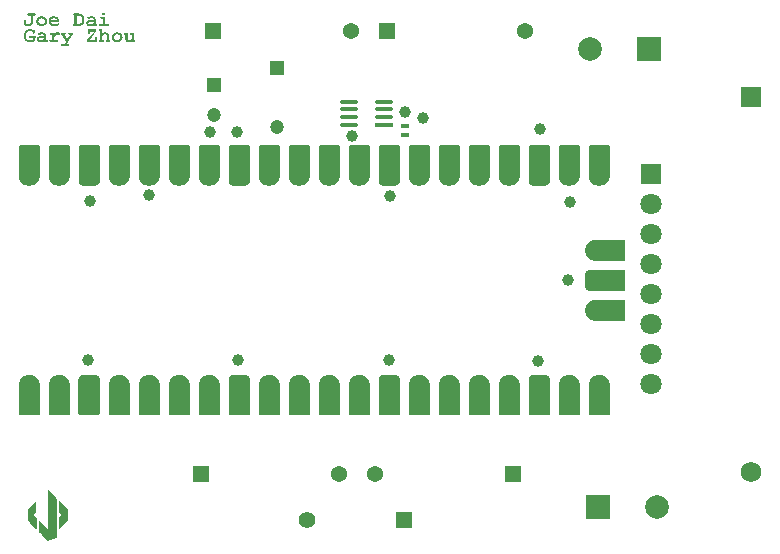
<source format=gts>
G04*
G04 #@! TF.GenerationSoftware,Altium Limited,Altium Designer,23.0.1 (38)*
G04*
G04 Layer_Color=8388736*
%FSLAX25Y25*%
%MOIN*%
G70*
G04*
G04 #@! TF.SameCoordinates,BC8FEE28-448D-4E3F-B38E-86C11A945C97*
G04*
G04*
G04 #@! TF.FilePolarity,Negative*
G04*
G01*
G75*
G04:AMPARAMS|DCode=16|XSize=59.06mil|YSize=15.35mil|CornerRadius=7.68mil|HoleSize=0mil|Usage=FLASHONLY|Rotation=180.000|XOffset=0mil|YOffset=0mil|HoleType=Round|Shape=RoundedRectangle|*
%AMROUNDEDRECTD16*
21,1,0.05906,0.00000,0,0,180.0*
21,1,0.04370,0.01535,0,0,180.0*
1,1,0.01535,-0.02185,0.00000*
1,1,0.01535,0.02185,0.00000*
1,1,0.01535,0.02185,0.00000*
1,1,0.01535,-0.02185,0.00000*
%
%ADD16ROUNDEDRECTD16*%
%ADD17R,0.05906X0.01535*%
%ADD19R,0.02800X0.01800*%
%ADD20C,0.07119*%
%ADD21R,0.07119X0.07119*%
%ADD22C,0.04724*%
%ADD23R,0.04724X0.04724*%
%ADD24C,0.07887*%
%ADD25R,0.07887X0.07887*%
%ADD26R,0.05400X0.05400*%
%ADD27C,0.06800*%
%ADD28R,0.06800X0.06800*%
%ADD29C,0.05400*%
%ADD30R,0.05524X0.05524*%
%ADD31C,0.05524*%
%ADD32C,0.03950*%
G36*
X138480Y385952D02*
X137649D01*
Y386689D01*
X138480D01*
Y385952D01*
D02*
G37*
G36*
X134128Y385449D02*
X134179D01*
X134238Y385442D01*
X134383Y385420D01*
X134544Y385391D01*
X134711Y385340D01*
X134872Y385267D01*
X135018Y385172D01*
X135025D01*
X135032Y385158D01*
X135076Y385121D01*
X135134Y385056D01*
X135200Y384976D01*
X135265Y384866D01*
X135324Y384735D01*
X135368Y384582D01*
X135375Y384494D01*
X135382Y384407D01*
Y382978D01*
X135542D01*
X135586Y382971D01*
X135637Y382963D01*
X135761Y382934D01*
X135819Y382912D01*
X135863Y382876D01*
X135871Y382869D01*
X135878Y382861D01*
X135900Y382840D01*
X135922Y382810D01*
X135958Y382730D01*
X135965Y382686D01*
X135972Y382628D01*
Y382621D01*
Y382606D01*
X135965Y382577D01*
X135958Y382541D01*
X135943Y382504D01*
X135929Y382460D01*
X135900Y382417D01*
X135863Y382380D01*
X135856Y382373D01*
X135841Y382366D01*
X135812Y382351D01*
X135776Y382337D01*
X135725Y382315D01*
X135666Y382300D01*
X135586Y382293D01*
X135499Y382285D01*
X134689D01*
Y382446D01*
X134675Y382439D01*
X134646Y382424D01*
X134587Y382402D01*
X134522Y382366D01*
X134434Y382337D01*
X134332Y382300D01*
X134223Y382271D01*
X134106Y382242D01*
X134092D01*
X134055Y382235D01*
X133997Y382220D01*
X133917Y382213D01*
X133829Y382198D01*
X133735Y382184D01*
X133530Y382176D01*
X133479D01*
X133436Y382184D01*
X133392D01*
X133334Y382191D01*
X133210Y382213D01*
X133064Y382249D01*
X132918Y382300D01*
X132765Y382373D01*
X132626Y382468D01*
X132619D01*
X132612Y382482D01*
X132575Y382519D01*
X132517Y382577D01*
X132451Y382657D01*
X132386Y382759D01*
X132335Y382869D01*
X132291Y382993D01*
X132284Y383058D01*
X132276Y383124D01*
Y383131D01*
Y383146D01*
Y383168D01*
X132284Y383197D01*
X132298Y383277D01*
X132335Y383386D01*
X132386Y383510D01*
X132422Y383576D01*
X132466Y383642D01*
X132517Y383714D01*
X132575Y383787D01*
X132641Y383853D01*
X132721Y383926D01*
X132729Y383933D01*
X132743Y383940D01*
X132765Y383962D01*
X132801Y383984D01*
X132845Y384013D01*
X132903Y384042D01*
X132969Y384079D01*
X133042Y384115D01*
X133122Y384152D01*
X133217Y384188D01*
X133319Y384217D01*
X133428Y384246D01*
X133545Y384268D01*
X133676Y384290D01*
X133807Y384298D01*
X133953Y384305D01*
X134077D01*
X134165Y384298D01*
X134274Y384290D01*
X134398Y384276D01*
X134536Y384254D01*
X134689Y384232D01*
Y384400D01*
Y384407D01*
Y384429D01*
X134682Y384458D01*
X134675Y384494D01*
X134653Y384531D01*
X134631Y384582D01*
X134595Y384618D01*
X134551Y384662D01*
X134544Y384669D01*
X134522Y384677D01*
X134493Y384691D01*
X134442Y384713D01*
X134369Y384735D01*
X134281Y384750D01*
X134172Y384757D01*
X134041Y384764D01*
X133982D01*
X133917Y384757D01*
X133829Y384750D01*
X133713Y384735D01*
X133574Y384713D01*
X133414Y384684D01*
X133239Y384640D01*
X133231D01*
X133210Y384633D01*
X133173Y384626D01*
X133137Y384618D01*
X133042Y384604D01*
X132998Y384596D01*
X132933D01*
X132903Y384604D01*
X132874Y384611D01*
X132801Y384640D01*
X132758Y384662D01*
X132721Y384691D01*
X132714Y384699D01*
X132707Y384713D01*
X132692Y384735D01*
X132677Y384764D01*
X132641Y384844D01*
X132634Y384888D01*
X132626Y384946D01*
Y384954D01*
Y384961D01*
X132634Y384997D01*
X132641Y385048D01*
X132656Y385100D01*
X132663Y385114D01*
X132685Y385136D01*
X132714Y385172D01*
X132750Y385202D01*
X132765Y385209D01*
X132780Y385216D01*
X132809Y385231D01*
X132845Y385245D01*
X132889Y385260D01*
X132940Y385274D01*
X133005Y385296D01*
X133020D01*
X133049Y385311D01*
X133100Y385326D01*
X133166Y385340D01*
X133246Y385355D01*
X133334Y385377D01*
X133530Y385413D01*
X133545D01*
X133574Y385420D01*
X133625Y385427D01*
X133691Y385435D01*
X133771Y385442D01*
X133851Y385449D01*
X134019Y385457D01*
X134077D01*
X134128Y385449D01*
D02*
G37*
G36*
X115014Y386390D02*
X115065Y386383D01*
X115189Y386353D01*
X115247Y386332D01*
X115291Y386295D01*
X115298Y386288D01*
X115305Y386280D01*
X115327Y386259D01*
X115349Y386229D01*
X115386Y386149D01*
X115393Y386105D01*
X115400Y386047D01*
Y386040D01*
Y386025D01*
X115393Y385996D01*
X115386Y385960D01*
X115371Y385923D01*
X115356Y385879D01*
X115327Y385836D01*
X115291Y385799D01*
X115284Y385792D01*
X115269Y385785D01*
X115240Y385770D01*
X115203Y385756D01*
X115152Y385734D01*
X115094Y385719D01*
X115014Y385712D01*
X114926Y385704D01*
X114518D01*
Y383590D01*
Y383583D01*
Y383576D01*
Y383554D01*
Y383525D01*
X114511Y383452D01*
X114504Y383364D01*
X114482Y383262D01*
X114460Y383160D01*
X114423Y383051D01*
X114380Y382956D01*
Y382949D01*
X114372Y382942D01*
X114343Y382898D01*
X114292Y382832D01*
X114226Y382745D01*
X114146Y382657D01*
X114044Y382563D01*
X113928Y382468D01*
X113789Y382380D01*
X113782D01*
X113775Y382373D01*
X113753Y382358D01*
X113724Y382351D01*
X113651Y382315D01*
X113549Y382278D01*
X113425Y382242D01*
X113293Y382205D01*
X113140Y382184D01*
X112987Y382176D01*
X112929D01*
X112885Y382184D01*
X112834Y382191D01*
X112761Y382198D01*
X112688Y382213D01*
X112593Y382235D01*
X112499Y382256D01*
X112382Y382285D01*
X112266Y382329D01*
X112127Y382373D01*
X111988Y382424D01*
X111835Y382482D01*
X111675Y382555D01*
X111500Y382635D01*
Y383780D01*
Y383795D01*
Y383824D01*
X111507Y383868D01*
X111515Y383918D01*
X111544Y384035D01*
X111566Y384093D01*
X111595Y384137D01*
X111602Y384144D01*
X111609Y384152D01*
X111631Y384174D01*
X111660Y384195D01*
X111741Y384232D01*
X111792Y384239D01*
X111843Y384246D01*
X111872D01*
X111894Y384239D01*
X111930Y384232D01*
X111974Y384217D01*
X112010Y384203D01*
X112054Y384174D01*
X112091Y384137D01*
X112098Y384130D01*
X112105Y384115D01*
X112120Y384086D01*
X112142Y384050D01*
X112163Y383999D01*
X112178Y383940D01*
X112185Y383860D01*
X112193Y383773D01*
Y383095D01*
X112200D01*
X112214Y383087D01*
X112236Y383073D01*
X112273Y383058D01*
X112317Y383044D01*
X112360Y383022D01*
X112470Y382985D01*
X112601Y382942D01*
X112739Y382905D01*
X112878Y382876D01*
X113009Y382869D01*
X113038D01*
X113075Y382876D01*
X113126D01*
X113177Y382891D01*
X113242Y382905D01*
X113308Y382920D01*
X113381Y382949D01*
X113388Y382956D01*
X113410Y382963D01*
X113446Y382978D01*
X113490Y383007D01*
X113585Y383066D01*
X113636Y383102D01*
X113672Y383146D01*
X113680Y383153D01*
X113687Y383168D01*
X113709Y383190D01*
X113731Y383219D01*
X113775Y383292D01*
X113804Y383379D01*
X113811Y383394D01*
Y383408D01*
X113818Y383437D01*
Y383474D01*
X113826Y383525D01*
Y383590D01*
Y383671D01*
Y385704D01*
X112936D01*
X112892Y385712D01*
X112834Y385719D01*
X112710Y385748D01*
X112659Y385770D01*
X112608Y385799D01*
X112601Y385807D01*
X112593Y385814D01*
X112579Y385836D01*
X112557Y385865D01*
X112521Y385945D01*
X112513Y385996D01*
X112506Y386047D01*
Y386054D01*
Y386076D01*
X112513Y386098D01*
X112521Y386135D01*
X112550Y386215D01*
X112572Y386259D01*
X112608Y386295D01*
X112615Y386302D01*
X112630Y386310D01*
X112659Y386324D01*
X112696Y386346D01*
X112747Y386368D01*
X112812Y386383D01*
X112892Y386390D01*
X112980Y386397D01*
X114970D01*
X115014Y386390D01*
D02*
G37*
G36*
X138575Y382978D02*
X139450D01*
X139494Y382971D01*
X139545Y382963D01*
X139669Y382934D01*
X139727Y382912D01*
X139771Y382876D01*
X139778Y382869D01*
X139785Y382861D01*
X139807Y382840D01*
X139829Y382810D01*
X139865Y382730D01*
X139873Y382686D01*
X139880Y382628D01*
Y382621D01*
Y382606D01*
X139873Y382577D01*
X139865Y382541D01*
X139851Y382504D01*
X139836Y382460D01*
X139807Y382417D01*
X139771Y382380D01*
X139763Y382373D01*
X139749Y382366D01*
X139720Y382351D01*
X139683Y382337D01*
X139632Y382315D01*
X139574Y382300D01*
X139494Y382293D01*
X139406Y382285D01*
X137008D01*
X136964Y382293D01*
X136906Y382300D01*
X136782Y382329D01*
X136731Y382351D01*
X136680Y382380D01*
X136672Y382388D01*
X136665Y382395D01*
X136651Y382417D01*
X136629Y382446D01*
X136592Y382526D01*
X136585Y382577D01*
X136578Y382628D01*
Y382635D01*
Y382657D01*
X136585Y382679D01*
X136592Y382716D01*
X136621Y382796D01*
X136643Y382840D01*
X136680Y382876D01*
X136687Y382883D01*
X136702Y382891D01*
X136731Y382905D01*
X136767Y382927D01*
X136818Y382949D01*
X136884Y382963D01*
X136964Y382971D01*
X137051Y382978D01*
X137882D01*
Y384677D01*
X137277D01*
X137234Y384684D01*
X137175Y384691D01*
X137051Y384720D01*
X137000Y384742D01*
X136949Y384771D01*
X136942Y384779D01*
X136935Y384786D01*
X136920Y384808D01*
X136898Y384837D01*
X136862Y384917D01*
X136855Y384968D01*
X136847Y385019D01*
Y385027D01*
Y385048D01*
X136855Y385070D01*
X136862Y385107D01*
X136891Y385187D01*
X136913Y385231D01*
X136949Y385267D01*
X136957Y385274D01*
X136971Y385282D01*
X137000Y385296D01*
X137037Y385318D01*
X137088Y385340D01*
X137153Y385355D01*
X137234Y385362D01*
X137321Y385369D01*
X138575D01*
Y382978D01*
D02*
G37*
G36*
X129805Y386390D02*
X129864D01*
X129929Y386383D01*
X130017Y386375D01*
X130119Y386361D01*
X130228Y386339D01*
X130345Y386310D01*
X130469Y386266D01*
X130476D01*
X130483Y386259D01*
X130527Y386244D01*
X130585Y386215D01*
X130658Y386178D01*
X130746Y386135D01*
X130833Y386076D01*
X130921Y386018D01*
X131001Y385945D01*
X131008Y385938D01*
X131030Y385916D01*
X131059Y385887D01*
X131096Y385843D01*
X131139Y385785D01*
X131190Y385712D01*
X131249Y385632D01*
X131307Y385544D01*
X131314Y385530D01*
X131336Y385500D01*
X131365Y385449D01*
X131402Y385384D01*
X131438Y385311D01*
X131482Y385223D01*
X131518Y385136D01*
X131555Y385041D01*
X131562Y385027D01*
X131569Y384997D01*
X131584Y384946D01*
X131598Y384874D01*
X131613Y384786D01*
X131628Y384677D01*
X131642Y384560D01*
Y384429D01*
Y384093D01*
Y384086D01*
Y384072D01*
Y384050D01*
Y384021D01*
X131635Y383940D01*
X131620Y383831D01*
X131606Y383714D01*
X131577Y383583D01*
X131540Y383445D01*
X131489Y383313D01*
Y383306D01*
X131482Y383299D01*
X131460Y383255D01*
X131431Y383197D01*
X131380Y383117D01*
X131322Y383029D01*
X131256Y382934D01*
X131176Y382840D01*
X131088Y382752D01*
X131081Y382745D01*
X131044Y382716D01*
X131001Y382679D01*
X130942Y382635D01*
X130869Y382584D01*
X130797Y382533D01*
X130709Y382482D01*
X130629Y382439D01*
X130622D01*
X130614Y382431D01*
X130593Y382424D01*
X130571Y382417D01*
X130498Y382388D01*
X130396Y382366D01*
X130264Y382337D01*
X130119Y382307D01*
X129944Y382293D01*
X129747Y382285D01*
X128296D01*
X128252Y382293D01*
X128194Y382300D01*
X128070Y382329D01*
X128019Y382351D01*
X127968Y382380D01*
X127961Y382388D01*
X127954Y382395D01*
X127939Y382417D01*
X127917Y382446D01*
X127881Y382526D01*
X127873Y382577D01*
X127866Y382628D01*
Y382635D01*
Y382657D01*
X127873Y382679D01*
X127881Y382716D01*
X127910Y382796D01*
X127932Y382840D01*
X127968Y382876D01*
X127975Y382883D01*
X127990Y382891D01*
X128019Y382905D01*
X128056Y382927D01*
X128107Y382949D01*
X128172Y382963D01*
X128252Y382971D01*
X128340Y382978D01*
Y385704D01*
X128296D01*
X128252Y385712D01*
X128194Y385719D01*
X128070Y385748D01*
X128019Y385770D01*
X127968Y385799D01*
X127961Y385807D01*
X127954Y385814D01*
X127939Y385836D01*
X127917Y385865D01*
X127881Y385945D01*
X127873Y385996D01*
X127866Y386047D01*
Y386054D01*
Y386076D01*
X127873Y386098D01*
X127881Y386135D01*
X127910Y386215D01*
X127932Y386259D01*
X127968Y386295D01*
X127975Y386302D01*
X127990Y386310D01*
X128019Y386324D01*
X128056Y386346D01*
X128107Y386368D01*
X128172Y386383D01*
X128252Y386390D01*
X128340Y386397D01*
X129805Y386390D01*
D02*
G37*
G36*
X121633Y385449D02*
X121735Y385435D01*
X121852Y385420D01*
X121983Y385391D01*
X122122Y385355D01*
X122253Y385304D01*
X122260D01*
X122267Y385296D01*
X122311Y385282D01*
X122377Y385245D01*
X122457Y385209D01*
X122537Y385165D01*
X122632Y385107D01*
X122712Y385048D01*
X122785Y384983D01*
X122792Y384968D01*
X122829Y384939D01*
X122872Y384881D01*
X122923Y384808D01*
X122989Y384720D01*
X123055Y384611D01*
X123120Y384494D01*
X123186Y384363D01*
X123193Y384349D01*
X123201Y384319D01*
X123222Y384261D01*
X123244Y384188D01*
X123259Y384101D01*
X123281Y383999D01*
X123288Y383889D01*
X123295Y383765D01*
X123302Y383474D01*
X120445D01*
X120452Y383459D01*
X120467Y383430D01*
X120489Y383379D01*
X120532Y383313D01*
X120583Y383241D01*
X120649Y383168D01*
X120729Y383095D01*
X120824Y383029D01*
X120838Y383022D01*
X120875Y383007D01*
X120933Y382978D01*
X121021Y382949D01*
X121130Y382920D01*
X121261Y382891D01*
X121407Y382876D01*
X121575Y382869D01*
X121648D01*
X121684Y382876D01*
X121728D01*
X121786Y382883D01*
X121852Y382891D01*
X121917Y382898D01*
X121998Y382905D01*
X122173Y382934D01*
X122377Y382978D01*
X122603Y383029D01*
X122617D01*
X122646Y383044D01*
X122690Y383051D01*
X122748Y383066D01*
X122865Y383087D01*
X122923Y383102D01*
X122989D01*
X123018Y383095D01*
X123047Y383087D01*
X123127Y383058D01*
X123164Y383036D01*
X123201Y383000D01*
X123208Y382993D01*
X123215Y382985D01*
X123230Y382963D01*
X123251Y382934D01*
X123288Y382854D01*
X123295Y382810D01*
X123302Y382752D01*
Y382745D01*
Y382730D01*
X123295Y382708D01*
X123288Y382672D01*
X123259Y382599D01*
X123237Y382563D01*
X123201Y382526D01*
X123193Y382519D01*
X123171Y382504D01*
X123127Y382482D01*
X123069Y382453D01*
X122975Y382417D01*
X122923Y382395D01*
X122865Y382373D01*
X122792Y382351D01*
X122719Y382329D01*
X122632Y382307D01*
X122537Y382285D01*
X122530D01*
X122515Y382278D01*
X122486D01*
X122450Y382271D01*
X122399Y382264D01*
X122347Y382249D01*
X122282Y382242D01*
X122216Y382235D01*
X122056Y382213D01*
X121888Y382191D01*
X121706Y382184D01*
X121524Y382176D01*
X121444D01*
X121385Y382184D01*
X121312Y382191D01*
X121232Y382198D01*
X121145Y382213D01*
X121043Y382235D01*
X120831Y382293D01*
X120722Y382329D01*
X120613Y382373D01*
X120503Y382424D01*
X120394Y382490D01*
X120284Y382563D01*
X120190Y382643D01*
X120182Y382650D01*
X120168Y382665D01*
X120146Y382694D01*
X120109Y382730D01*
X120073Y382774D01*
X120037Y382832D01*
X119986Y382891D01*
X119942Y382963D01*
X119898Y383044D01*
X119854Y383131D01*
X119774Y383335D01*
X119738Y383437D01*
X119716Y383554D01*
X119701Y383678D01*
X119694Y383802D01*
Y383809D01*
Y383831D01*
X119701Y383875D01*
Y383926D01*
X119709Y383984D01*
X119723Y384057D01*
X119738Y384137D01*
X119760Y384225D01*
X119789Y384319D01*
X119825Y384414D01*
X119869Y384516D01*
X119920Y384618D01*
X119986Y384720D01*
X120059Y384815D01*
X120139Y384910D01*
X120233Y384997D01*
X120241Y385005D01*
X120255Y385019D01*
X120284Y385041D01*
X120328Y385070D01*
X120379Y385107D01*
X120445Y385143D01*
X120510Y385187D01*
X120591Y385231D01*
X120678Y385267D01*
X120773Y385311D01*
X120984Y385384D01*
X121101Y385413D01*
X121225Y385435D01*
X121349Y385449D01*
X121480Y385457D01*
X121553D01*
X121633Y385449D01*
D02*
G37*
G36*
X117507D02*
X117558Y385442D01*
X117675Y385427D01*
X117813Y385398D01*
X117966Y385355D01*
X118127Y385296D01*
X118294Y385216D01*
X118302D01*
X118316Y385209D01*
X118338Y385194D01*
X118367Y385172D01*
X118447Y385121D01*
X118542Y385048D01*
X118651Y384961D01*
X118768Y384852D01*
X118870Y384728D01*
X118965Y384582D01*
Y384575D01*
X118972Y384567D01*
X118987Y384545D01*
X119001Y384516D01*
X119038Y384436D01*
X119082Y384334D01*
X119118Y384210D01*
X119155Y384072D01*
X119184Y383918D01*
X119191Y383765D01*
Y383758D01*
Y383751D01*
Y383729D01*
Y383700D01*
X119176Y383620D01*
X119162Y383518D01*
X119133Y383401D01*
X119096Y383270D01*
X119038Y383131D01*
X118965Y382985D01*
Y382978D01*
X118958Y382971D01*
X118921Y382927D01*
X118870Y382854D01*
X118797Y382774D01*
X118710Y382679D01*
X118593Y382577D01*
X118455Y382482D01*
X118302Y382395D01*
X118294D01*
X118280Y382388D01*
X118258Y382373D01*
X118229Y382358D01*
X118185Y382344D01*
X118141Y382329D01*
X118025Y382285D01*
X117886Y382249D01*
X117733Y382213D01*
X117558Y382184D01*
X117383Y382176D01*
X117303D01*
X117259Y382184D01*
X117208Y382191D01*
X117091Y382205D01*
X116953Y382227D01*
X116800Y382264D01*
X116639Y382315D01*
X116472Y382388D01*
X116464D01*
X116450Y382395D01*
X116428Y382410D01*
X116399Y382431D01*
X116326Y382475D01*
X116231Y382548D01*
X116122Y382628D01*
X116013Y382730D01*
X115910Y382854D01*
X115816Y382985D01*
Y382993D01*
X115808Y383000D01*
X115794Y383022D01*
X115779Y383051D01*
X115743Y383124D01*
X115706Y383226D01*
X115663Y383343D01*
X115626Y383481D01*
X115597Y383620D01*
X115590Y383773D01*
Y383780D01*
Y383795D01*
Y383816D01*
X115597Y383846D01*
X115604Y383926D01*
X115619Y384028D01*
X115648Y384152D01*
X115684Y384290D01*
X115743Y384436D01*
X115816Y384589D01*
Y384596D01*
X115830Y384604D01*
X115838Y384626D01*
X115859Y384655D01*
X115910Y384728D01*
X115983Y384822D01*
X116078Y384917D01*
X116195Y385027D01*
X116326Y385129D01*
X116479Y385223D01*
X116486D01*
X116501Y385231D01*
X116523Y385245D01*
X116552Y385260D01*
X116596Y385274D01*
X116639Y385296D01*
X116756Y385340D01*
X116895Y385384D01*
X117048Y385420D01*
X117208Y385449D01*
X117383Y385457D01*
X117463D01*
X117507Y385449D01*
D02*
G37*
G36*
X113651Y381157D02*
X113731Y381150D01*
X113826Y381142D01*
X114015Y381106D01*
X114030D01*
X114059Y381099D01*
X114110Y381084D01*
X114175Y381062D01*
X114248Y381040D01*
X114336Y381011D01*
X114511Y380931D01*
X114518Y380938D01*
X114533Y380953D01*
X114562Y380975D01*
X114598Y380997D01*
X114686Y381040D01*
X114729Y381055D01*
X114780Y381062D01*
X114810D01*
X114831Y381055D01*
X114868Y381048D01*
X114912Y381033D01*
X114948Y381018D01*
X114992Y380989D01*
X115028Y380953D01*
X115036Y380946D01*
X115043Y380931D01*
X115058Y380909D01*
X115079Y380873D01*
X115094Y380822D01*
X115109Y380756D01*
X115116Y380683D01*
X115123Y380596D01*
Y380144D01*
Y380136D01*
Y380100D01*
X115116Y380056D01*
X115109Y380005D01*
X115079Y379889D01*
X115058Y379830D01*
X115021Y379786D01*
X115014Y379779D01*
X115006Y379772D01*
X114985Y379757D01*
X114955Y379735D01*
X114875Y379699D01*
X114831Y379692D01*
X114773Y379684D01*
X114751D01*
X114729Y379692D01*
X114708D01*
X114635Y379714D01*
X114569Y379757D01*
X114555Y379772D01*
X114547Y379786D01*
X114525Y379808D01*
X114511Y379838D01*
X114489Y379874D01*
X114467Y379925D01*
X114452Y379983D01*
Y379991D01*
X114445Y380012D01*
X114438Y380042D01*
X114423Y380078D01*
X114394Y380158D01*
X114372Y380188D01*
X114350Y380217D01*
X114343Y380224D01*
X114336Y380231D01*
X114307Y380253D01*
X114278Y380275D01*
X114226Y380304D01*
X114175Y380333D01*
X114102Y380362D01*
X114022Y380392D01*
X114015Y380399D01*
X113979Y380406D01*
X113935Y380421D01*
X113869Y380435D01*
X113789Y380450D01*
X113702Y380457D01*
X113607Y380472D01*
X113425D01*
X113352Y380465D01*
X113250Y380450D01*
X113140Y380428D01*
X113016Y380399D01*
X112892Y380355D01*
X112776Y380297D01*
X112768Y380290D01*
X112739Y380275D01*
X112696Y380239D01*
X112645Y380195D01*
X112579Y380136D01*
X112513Y380064D01*
X112448Y379969D01*
X112375Y379859D01*
X112367Y379845D01*
X112346Y379808D01*
X112317Y379743D01*
X112287Y379655D01*
X112251Y379553D01*
X112222Y379444D01*
X112200Y379313D01*
X112193Y379181D01*
Y378671D01*
Y378664D01*
Y378649D01*
Y378620D01*
X112200Y378576D01*
Y378533D01*
X112207Y378482D01*
X112236Y378358D01*
X112273Y378219D01*
X112331Y378073D01*
X112411Y377942D01*
X112455Y377876D01*
X112513Y377818D01*
X112521D01*
X112528Y377804D01*
X112550Y377789D01*
X112579Y377775D01*
X112608Y377753D01*
X112652Y377731D01*
X112703Y377702D01*
X112768Y377680D01*
X112834Y377651D01*
X112907Y377621D01*
X112995Y377600D01*
X113089Y377578D01*
X113191Y377563D01*
X113301Y377549D01*
X113417Y377534D01*
X113629D01*
X113672Y377541D01*
X113724D01*
X113840Y377556D01*
X113979Y377578D01*
X114124Y377607D01*
X114278Y377651D01*
X114431Y377709D01*
Y378212D01*
X113680D01*
X113636Y378219D01*
X113578Y378226D01*
X113454Y378256D01*
X113403Y378277D01*
X113352Y378307D01*
X113344Y378314D01*
X113337Y378321D01*
X113322Y378343D01*
X113301Y378372D01*
X113264Y378452D01*
X113257Y378503D01*
X113250Y378555D01*
Y378562D01*
Y378584D01*
X113257Y378606D01*
X113264Y378642D01*
X113293Y378722D01*
X113315Y378766D01*
X113352Y378802D01*
X113359Y378810D01*
X113373Y378817D01*
X113403Y378832D01*
X113439Y378853D01*
X113490Y378875D01*
X113556Y378890D01*
X113636Y378897D01*
X113724Y378904D01*
X115145D01*
X115167Y378897D01*
X115196Y378890D01*
X115276Y378861D01*
X115313Y378839D01*
X115356Y378802D01*
X115364Y378795D01*
X115371Y378788D01*
X115393Y378766D01*
X115415Y378737D01*
X115451Y378657D01*
X115459Y378613D01*
X115466Y378555D01*
Y378547D01*
Y378533D01*
X115459Y378503D01*
X115451Y378467D01*
X115437Y378431D01*
X115422Y378387D01*
X115393Y378343D01*
X115356Y378307D01*
X115349Y378299D01*
X115334Y378292D01*
X115313Y378277D01*
X115284Y378263D01*
X115211Y378226D01*
X115167Y378219D01*
X115123Y378212D01*
Y377279D01*
X115116D01*
X115101Y377272D01*
X115079Y377257D01*
X115043Y377235D01*
X115006Y377220D01*
X114955Y377191D01*
X114846Y377140D01*
X114715Y377082D01*
X114584Y377024D01*
X114445Y376973D01*
X114314Y376936D01*
X114299Y376929D01*
X114256Y376922D01*
X114190Y376907D01*
X114102Y376892D01*
X113993Y376870D01*
X113876Y376856D01*
X113738Y376849D01*
X113600Y376841D01*
X113512D01*
X113461Y376849D01*
X113410D01*
X113279Y376863D01*
X113126Y376878D01*
X112958Y376907D01*
X112783Y376943D01*
X112608Y376994D01*
X112601D01*
X112593Y377002D01*
X112550Y377016D01*
X112484Y377045D01*
X112404Y377082D01*
X112317Y377126D01*
X112222Y377177D01*
X112127Y377235D01*
X112047Y377301D01*
X112039Y377308D01*
X112010Y377337D01*
X111974Y377381D01*
X111923Y377439D01*
X111864Y377519D01*
X111799Y377614D01*
X111733Y377724D01*
X111668Y377855D01*
Y377862D01*
X111660Y377869D01*
X111653Y377891D01*
X111638Y377920D01*
X111617Y377993D01*
X111588Y378095D01*
X111551Y378219D01*
X111529Y378358D01*
X111507Y378511D01*
X111500Y378678D01*
Y379174D01*
Y379181D01*
Y379203D01*
Y379240D01*
X111507Y379291D01*
X111515Y379356D01*
X111522Y379422D01*
X111536Y379502D01*
X111551Y379590D01*
X111602Y379786D01*
X111638Y379889D01*
X111682Y379998D01*
X111726Y380100D01*
X111784Y380209D01*
X111850Y380319D01*
X111923Y380421D01*
X111930Y380428D01*
X111952Y380450D01*
X111981Y380486D01*
X112025Y380537D01*
X112083Y380596D01*
X112156Y380654D01*
X112236Y380727D01*
X112331Y380792D01*
X112433Y380865D01*
X112550Y380931D01*
X112681Y380989D01*
X112820Y381048D01*
X112965Y381099D01*
X113126Y381135D01*
X113293Y381157D01*
X113476Y381164D01*
X113578D01*
X113651Y381157D01*
D02*
G37*
G36*
X122778Y380115D02*
X122843Y380107D01*
X122931Y380093D01*
X123033Y380056D01*
X123142Y380012D01*
X123259Y379954D01*
X123383Y379867D01*
X123390Y379859D01*
X123419Y379838D01*
X123456Y379801D01*
X123492Y379757D01*
X123536Y379706D01*
X123565Y379648D01*
X123594Y379582D01*
X123601Y379517D01*
Y379509D01*
Y379495D01*
X123594Y379466D01*
X123587Y379429D01*
X123572Y379393D01*
X123558Y379349D01*
X123529Y379313D01*
X123492Y379269D01*
X123485Y379262D01*
X123477Y379254D01*
X123456Y379240D01*
X123426Y379218D01*
X123346Y379181D01*
X123295Y379174D01*
X123244Y379167D01*
X123222D01*
X123193Y379174D01*
X123164Y379181D01*
X123120Y379196D01*
X123069Y379225D01*
X123018Y379254D01*
X122967Y379298D01*
X122960Y379305D01*
X122945Y379320D01*
X122916Y379342D01*
X122887Y379364D01*
X122807Y379407D01*
X122763Y379422D01*
X122719Y379429D01*
X122690D01*
X122661Y379422D01*
X122610Y379407D01*
X122552Y379386D01*
X122471Y379349D01*
X122384Y379305D01*
X122282Y379240D01*
X122267Y379233D01*
X122231Y379203D01*
X122165Y379160D01*
X122085Y379101D01*
X121976Y379028D01*
X121852Y378934D01*
X121713Y378824D01*
X121560Y378693D01*
Y377643D01*
X122595D01*
X122639Y377636D01*
X122690Y377629D01*
X122814Y377600D01*
X122872Y377578D01*
X122916Y377541D01*
X122923Y377534D01*
X122931Y377527D01*
X122953Y377505D01*
X122975Y377476D01*
X123011Y377395D01*
X123018Y377352D01*
X123026Y377293D01*
Y377286D01*
Y377272D01*
X123018Y377242D01*
X123011Y377206D01*
X122996Y377169D01*
X122982Y377126D01*
X122953Y377082D01*
X122916Y377045D01*
X122909Y377038D01*
X122894Y377031D01*
X122865Y377016D01*
X122829Y377002D01*
X122778Y376980D01*
X122719Y376965D01*
X122639Y376958D01*
X122552Y376951D01*
X120408D01*
X120365Y376958D01*
X120306Y376965D01*
X120182Y376994D01*
X120131Y377016D01*
X120080Y377045D01*
X120073Y377053D01*
X120066Y377060D01*
X120051Y377082D01*
X120029Y377111D01*
X119993Y377191D01*
X119986Y377242D01*
X119978Y377293D01*
Y377301D01*
Y377323D01*
X119986Y377344D01*
X119993Y377381D01*
X120022Y377461D01*
X120044Y377505D01*
X120080Y377541D01*
X120088Y377549D01*
X120102Y377556D01*
X120131Y377570D01*
X120168Y377592D01*
X120219Y377614D01*
X120284Y377629D01*
X120365Y377636D01*
X120452Y377643D01*
X120868D01*
Y379342D01*
X120576D01*
X120532Y379349D01*
X120474Y379356D01*
X120350Y379386D01*
X120299Y379407D01*
X120248Y379437D01*
X120241Y379444D01*
X120233Y379451D01*
X120219Y379473D01*
X120197Y379502D01*
X120160Y379582D01*
X120153Y379633D01*
X120146Y379684D01*
Y379692D01*
Y379714D01*
X120153Y379735D01*
X120160Y379772D01*
X120190Y379852D01*
X120212Y379896D01*
X120248Y379932D01*
X120255Y379940D01*
X120270Y379947D01*
X120299Y379961D01*
X120335Y379983D01*
X120387Y380005D01*
X120452Y380020D01*
X120532Y380027D01*
X120620Y380034D01*
X121560D01*
Y379597D01*
X121567Y379604D01*
X121582Y379612D01*
X121604Y379626D01*
X121633Y379648D01*
X121713Y379699D01*
X121808Y379765D01*
X121917Y379838D01*
X122034Y379903D01*
X122143Y379969D01*
X122246Y380012D01*
X122260Y380020D01*
X122289Y380027D01*
X122340Y380049D01*
X122399Y380071D01*
X122471Y380085D01*
X122552Y380107D01*
X122639Y380115D01*
X122719Y380122D01*
X122734D01*
X122778Y380115D01*
D02*
G37*
G36*
X117602D02*
X117653D01*
X117711Y380107D01*
X117857Y380085D01*
X118017Y380056D01*
X118185Y380005D01*
X118345Y379932D01*
X118491Y379838D01*
X118498D01*
X118506Y379823D01*
X118549Y379786D01*
X118608Y379721D01*
X118673Y379641D01*
X118739Y379531D01*
X118797Y379400D01*
X118841Y379247D01*
X118848Y379160D01*
X118856Y379072D01*
Y377643D01*
X119016D01*
X119060Y377636D01*
X119111Y377629D01*
X119235Y377600D01*
X119293Y377578D01*
X119337Y377541D01*
X119344Y377534D01*
X119351Y377527D01*
X119373Y377505D01*
X119395Y377476D01*
X119431Y377395D01*
X119439Y377352D01*
X119446Y377293D01*
Y377286D01*
Y377272D01*
X119439Y377242D01*
X119431Y377206D01*
X119417Y377169D01*
X119402Y377126D01*
X119373Y377082D01*
X119337Y377045D01*
X119330Y377038D01*
X119315Y377031D01*
X119286Y377016D01*
X119249Y377002D01*
X119198Y376980D01*
X119140Y376965D01*
X119060Y376958D01*
X118972Y376951D01*
X118163D01*
Y377111D01*
X118149Y377104D01*
X118119Y377089D01*
X118061Y377067D01*
X117995Y377031D01*
X117908Y377002D01*
X117806Y376965D01*
X117696Y376936D01*
X117580Y376907D01*
X117565D01*
X117529Y376900D01*
X117471Y376885D01*
X117390Y376878D01*
X117303Y376863D01*
X117208Y376849D01*
X117004Y376841D01*
X116953D01*
X116909Y376849D01*
X116865D01*
X116807Y376856D01*
X116683Y376878D01*
X116537Y376914D01*
X116392Y376965D01*
X116238Y377038D01*
X116100Y377133D01*
X116093D01*
X116085Y377148D01*
X116049Y377184D01*
X115991Y377242D01*
X115925Y377323D01*
X115859Y377425D01*
X115808Y377534D01*
X115765Y377658D01*
X115757Y377724D01*
X115750Y377789D01*
Y377796D01*
Y377811D01*
Y377833D01*
X115757Y377862D01*
X115772Y377942D01*
X115808Y378051D01*
X115859Y378175D01*
X115896Y378241D01*
X115940Y378307D01*
X115991Y378380D01*
X116049Y378452D01*
X116115Y378518D01*
X116195Y378591D01*
X116202Y378598D01*
X116217Y378606D01*
X116238Y378627D01*
X116275Y378649D01*
X116319Y378678D01*
X116377Y378708D01*
X116443Y378744D01*
X116516Y378781D01*
X116596Y378817D01*
X116691Y378853D01*
X116793Y378883D01*
X116902Y378912D01*
X117018Y378934D01*
X117150Y378956D01*
X117281Y378963D01*
X117427Y378970D01*
X117551D01*
X117638Y378963D01*
X117747Y378956D01*
X117871Y378941D01*
X118010Y378919D01*
X118163Y378897D01*
Y379065D01*
Y379072D01*
Y379094D01*
X118156Y379123D01*
X118149Y379160D01*
X118127Y379196D01*
X118105Y379247D01*
X118068Y379283D01*
X118025Y379327D01*
X118017Y379334D01*
X117995Y379342D01*
X117966Y379356D01*
X117915Y379378D01*
X117842Y379400D01*
X117755Y379415D01*
X117646Y379422D01*
X117514Y379429D01*
X117456D01*
X117390Y379422D01*
X117303Y379415D01*
X117186Y379400D01*
X117048Y379378D01*
X116887Y379349D01*
X116712Y379305D01*
X116705D01*
X116683Y379298D01*
X116647Y379291D01*
X116610Y379283D01*
X116516Y379269D01*
X116472Y379262D01*
X116406D01*
X116377Y379269D01*
X116348Y379276D01*
X116275Y379305D01*
X116231Y379327D01*
X116195Y379356D01*
X116188Y379364D01*
X116180Y379378D01*
X116166Y379400D01*
X116151Y379429D01*
X116115Y379509D01*
X116107Y379553D01*
X116100Y379612D01*
Y379619D01*
Y379626D01*
X116107Y379663D01*
X116115Y379714D01*
X116129Y379765D01*
X116136Y379779D01*
X116158Y379801D01*
X116188Y379838D01*
X116224Y379867D01*
X116238Y379874D01*
X116253Y379881D01*
X116282Y379896D01*
X116319Y379910D01*
X116362Y379925D01*
X116413Y379940D01*
X116479Y379961D01*
X116494D01*
X116523Y379976D01*
X116574Y379991D01*
X116639Y380005D01*
X116720Y380020D01*
X116807Y380042D01*
X117004Y380078D01*
X117018D01*
X117048Y380085D01*
X117099Y380093D01*
X117164Y380100D01*
X117245Y380107D01*
X117325Y380115D01*
X117492Y380122D01*
X117551D01*
X117602Y380115D01*
D02*
G37*
G36*
X127553Y380027D02*
X127604Y380020D01*
X127727Y379991D01*
X127786Y379969D01*
X127830Y379932D01*
X127837Y379925D01*
X127844Y379918D01*
X127866Y379896D01*
X127888Y379867D01*
X127924Y379786D01*
X127932Y379743D01*
X127939Y379684D01*
Y379677D01*
Y379663D01*
X127932Y379633D01*
X127924Y379597D01*
X127910Y379560D01*
X127895Y379517D01*
X127866Y379473D01*
X127830Y379437D01*
X127822Y379429D01*
X127808Y379422D01*
X127779Y379407D01*
X127742Y379393D01*
X127691Y379371D01*
X127633Y379356D01*
X127553Y379349D01*
X127465Y379342D01*
X125861Y376192D01*
X126386D01*
X126393Y376185D01*
X126423Y376163D01*
X126459Y376127D01*
X126496Y376076D01*
X126539Y376025D01*
X126568Y375967D01*
X126598Y375908D01*
X126605Y375850D01*
Y375843D01*
Y375828D01*
X126598Y375799D01*
X126590Y375762D01*
X126576Y375726D01*
X126561Y375682D01*
X126532Y375639D01*
X126496Y375602D01*
X126488Y375595D01*
X126474Y375588D01*
X126444Y375573D01*
X126408Y375551D01*
X126357Y375529D01*
X126291Y375515D01*
X126218Y375507D01*
X126124Y375500D01*
X124352D01*
X124309Y375507D01*
X124250Y375515D01*
X124126Y375544D01*
X124075Y375566D01*
X124024Y375602D01*
X124017Y375609D01*
X124010Y375617D01*
X123995Y375639D01*
X123973Y375668D01*
X123937Y375748D01*
X123929Y375799D01*
X123922Y375850D01*
Y375857D01*
Y375879D01*
X123929Y375901D01*
X123937Y375937D01*
X123966Y376018D01*
X123988Y376061D01*
X124024Y376098D01*
X124031Y376105D01*
X124046Y376112D01*
X124075Y376127D01*
X124112Y376149D01*
X124163Y376163D01*
X124228Y376178D01*
X124309Y376185D01*
X124396Y376192D01*
X125089D01*
X125482Y376965D01*
X124272Y379342D01*
X124228D01*
X124185Y379349D01*
X124134Y379356D01*
X124010Y379386D01*
X123951Y379407D01*
X123908Y379437D01*
X123900Y379444D01*
X123893Y379451D01*
X123878Y379473D01*
X123856Y379502D01*
X123820Y379582D01*
X123813Y379633D01*
X123805Y379684D01*
Y379692D01*
Y379714D01*
X123813Y379735D01*
X123820Y379772D01*
X123849Y379852D01*
X123871Y379896D01*
X123908Y379932D01*
X123915Y379940D01*
X123929Y379947D01*
X123959Y379961D01*
X123995Y379983D01*
X124046Y380005D01*
X124104Y380020D01*
X124185Y380027D01*
X124272Y380034D01*
X125096D01*
X125140Y380027D01*
X125191Y380020D01*
X125315Y379991D01*
X125373Y379969D01*
X125417Y379932D01*
X125424Y379925D01*
X125431Y379918D01*
X125453Y379896D01*
X125475Y379867D01*
X125511Y379786D01*
X125519Y379743D01*
X125526Y379684D01*
Y379677D01*
Y379663D01*
X125519Y379633D01*
X125511Y379597D01*
X125497Y379560D01*
X125482Y379517D01*
X125453Y379473D01*
X125417Y379437D01*
X125409Y379429D01*
X125395Y379422D01*
X125366Y379407D01*
X125329Y379393D01*
X125278Y379371D01*
X125220Y379356D01*
X125140Y379349D01*
X125052Y379342D01*
X125869Y377731D01*
X126685Y379342D01*
X126641D01*
X126598Y379349D01*
X126547Y379356D01*
X126423Y379386D01*
X126364Y379407D01*
X126321Y379437D01*
X126313Y379444D01*
X126306Y379451D01*
X126291Y379473D01*
X126269Y379502D01*
X126233Y379582D01*
X126226Y379633D01*
X126218Y379684D01*
Y379692D01*
Y379714D01*
X126226Y379735D01*
X126233Y379772D01*
X126262Y379852D01*
X126284Y379896D01*
X126321Y379932D01*
X126328Y379940D01*
X126342Y379947D01*
X126372Y379961D01*
X126408Y379983D01*
X126459Y380005D01*
X126517Y380020D01*
X126598Y380027D01*
X126685Y380034D01*
X127509D01*
X127553Y380027D01*
D02*
G37*
G36*
X148205Y377643D02*
X148249D01*
X148293Y377636D01*
X148344Y377629D01*
X148468Y377600D01*
X148526Y377578D01*
X148570Y377541D01*
X148577Y377534D01*
X148584Y377527D01*
X148606Y377505D01*
X148628Y377476D01*
X148664Y377395D01*
X148672Y377352D01*
X148679Y377293D01*
Y377286D01*
Y377272D01*
X148672Y377242D01*
X148664Y377206D01*
X148650Y377169D01*
X148635Y377126D01*
X148606Y377082D01*
X148570Y377045D01*
X148562Y377038D01*
X148548Y377031D01*
X148519Y377016D01*
X148482Y377002D01*
X148431Y376980D01*
X148373Y376965D01*
X148293Y376958D01*
X148205Y376951D01*
X147513D01*
Y377111D01*
X147498Y377104D01*
X147462Y377089D01*
X147403Y377067D01*
X147323Y377031D01*
X147236Y377002D01*
X147141Y376965D01*
X146937Y376907D01*
X146922D01*
X146893Y376900D01*
X146842Y376885D01*
X146769Y376878D01*
X146689Y376863D01*
X146601Y376849D01*
X146419Y376841D01*
X146361D01*
X146295Y376849D01*
X146215Y376856D01*
X146120Y376878D01*
X146025Y376900D01*
X145923Y376936D01*
X145821Y376980D01*
X145814Y376987D01*
X145778Y377009D01*
X145734Y377038D01*
X145683Y377082D01*
X145617Y377140D01*
X145552Y377213D01*
X145486Y377293D01*
X145428Y377381D01*
X145420Y377388D01*
X145413Y377417D01*
X145398Y377454D01*
X145377Y377505D01*
X145355Y377570D01*
X145340Y377651D01*
X145333Y377738D01*
X145326Y377840D01*
Y379342D01*
X145165D01*
X145122Y379349D01*
X145063Y379356D01*
X144939Y379386D01*
X144888Y379407D01*
X144837Y379437D01*
X144830Y379444D01*
X144823Y379451D01*
X144808Y379473D01*
X144786Y379502D01*
X144750Y379582D01*
X144742Y379633D01*
X144735Y379684D01*
Y379692D01*
Y379714D01*
X144742Y379735D01*
X144750Y379772D01*
X144779Y379852D01*
X144801Y379896D01*
X144837Y379932D01*
X144844Y379940D01*
X144859Y379947D01*
X144888Y379961D01*
X144925Y379983D01*
X144976Y380005D01*
X145041Y380020D01*
X145122Y380027D01*
X145209Y380034D01*
X146018D01*
Y377957D01*
Y377949D01*
Y377920D01*
X146025Y377884D01*
X146033Y377833D01*
X146062Y377731D01*
X146084Y377680D01*
X146120Y377636D01*
X146127Y377629D01*
X146142Y377621D01*
X146164Y377607D01*
X146200Y377585D01*
X146251Y377563D01*
X146302Y377549D01*
X146368Y377541D01*
X146448Y377534D01*
X146485D01*
X146528Y377541D01*
X146587D01*
X146652Y377556D01*
X146725Y377570D01*
X146813Y377585D01*
X146900Y377614D01*
X146915Y377621D01*
X146944Y377629D01*
X146995Y377651D01*
X147068Y377680D01*
X147155Y377724D01*
X147265Y377775D01*
X147381Y377840D01*
X147513Y377913D01*
Y379342D01*
X147221D01*
X147177Y379349D01*
X147119Y379356D01*
X146995Y379386D01*
X146944Y379407D01*
X146893Y379437D01*
X146886Y379444D01*
X146878Y379451D01*
X146864Y379473D01*
X146842Y379502D01*
X146806Y379582D01*
X146798Y379633D01*
X146791Y379684D01*
Y379692D01*
Y379714D01*
X146798Y379735D01*
X146806Y379772D01*
X146835Y379852D01*
X146856Y379896D01*
X146893Y379932D01*
X146900Y379940D01*
X146915Y379947D01*
X146944Y379961D01*
X146980Y379983D01*
X147031Y380005D01*
X147097Y380020D01*
X147177Y380027D01*
X147265Y380034D01*
X148205D01*
Y377643D01*
D02*
G37*
G36*
X137664Y379867D02*
X137671Y379874D01*
X137700Y379889D01*
X137744Y379910D01*
X137795Y379940D01*
X137861Y379969D01*
X137934Y379998D01*
X138094Y380056D01*
X138101D01*
X138130Y380064D01*
X138181Y380078D01*
X138240Y380093D01*
X138305Y380100D01*
X138385Y380115D01*
X138553Y380122D01*
X138611D01*
X138684Y380115D01*
X138765Y380107D01*
X138867Y380093D01*
X138976Y380071D01*
X139085Y380042D01*
X139195Y379998D01*
X139209Y379991D01*
X139246Y379976D01*
X139297Y379947D01*
X139362Y379903D01*
X139435Y379852D01*
X139508Y379786D01*
X139588Y379706D01*
X139661Y379612D01*
X139669Y379597D01*
X139690Y379568D01*
X139720Y379509D01*
X139756Y379429D01*
X139793Y379334D01*
X139822Y379218D01*
X139843Y379094D01*
X139851Y378948D01*
Y377643D01*
X139938D01*
X139989Y377636D01*
X140099Y377614D01*
X140142Y377600D01*
X140179Y377578D01*
X140186Y377570D01*
X140201Y377556D01*
X140223Y377527D01*
X140252Y377490D01*
X140303Y377403D01*
X140317Y377352D01*
X140325Y377293D01*
Y377286D01*
Y377272D01*
X140317Y377242D01*
X140310Y377206D01*
X140296Y377169D01*
X140281Y377126D01*
X140252Y377082D01*
X140215Y377045D01*
X140208Y377038D01*
X140193Y377031D01*
X140164Y377016D01*
X140128Y377002D01*
X140077Y376980D01*
X140018Y376965D01*
X139938Y376958D01*
X139851Y376951D01*
X139114D01*
X139071Y376958D01*
X139013Y376965D01*
X138889Y376994D01*
X138838Y377016D01*
X138786Y377045D01*
X138779Y377053D01*
X138772Y377060D01*
X138757Y377082D01*
X138735Y377111D01*
X138699Y377191D01*
X138692Y377242D01*
X138684Y377293D01*
Y377301D01*
Y377323D01*
X138692Y377352D01*
X138699Y377388D01*
X138721Y377432D01*
X138743Y377476D01*
X138779Y377527D01*
X138823Y377578D01*
X138830D01*
X138838Y377585D01*
X138859Y377600D01*
X138896Y377614D01*
X138940Y377621D01*
X138998Y377636D01*
X139071Y377643D01*
X139158D01*
Y378904D01*
Y378919D01*
Y378948D01*
X139151Y378992D01*
X139144Y379050D01*
X139129Y379116D01*
X139107Y379174D01*
X139078Y379233D01*
X139034Y379276D01*
X139027Y379283D01*
X139005Y379298D01*
X138969Y379327D01*
X138918Y379356D01*
X138845Y379378D01*
X138765Y379407D01*
X138670Y379422D01*
X138553Y379429D01*
X138517D01*
X138473Y379422D01*
X138415Y379415D01*
X138356Y379407D01*
X138284Y379393D01*
X138218Y379364D01*
X138145Y379334D01*
X138138Y379327D01*
X138109Y379320D01*
X138072Y379291D01*
X138014Y379254D01*
X137948Y379203D01*
X137868Y379138D01*
X137773Y379050D01*
X137664Y378948D01*
Y377643D01*
X137751D01*
X137802Y377636D01*
X137912Y377614D01*
X137955Y377600D01*
X137992Y377578D01*
X137999Y377570D01*
X138014Y377556D01*
X138036Y377527D01*
X138065Y377490D01*
X138116Y377403D01*
X138130Y377352D01*
X138138Y377293D01*
Y377286D01*
Y377272D01*
X138130Y377242D01*
X138123Y377206D01*
X138109Y377169D01*
X138094Y377126D01*
X138065Y377082D01*
X138028Y377045D01*
X138021Y377038D01*
X138006Y377031D01*
X137977Y377016D01*
X137941Y377002D01*
X137890Y376980D01*
X137831Y376965D01*
X137751Y376958D01*
X137664Y376951D01*
X136927D01*
X136884Y376958D01*
X136826Y376965D01*
X136702Y376994D01*
X136651Y377016D01*
X136600Y377045D01*
X136592Y377053D01*
X136585Y377060D01*
X136570Y377082D01*
X136548Y377111D01*
X136512Y377191D01*
X136505Y377242D01*
X136497Y377293D01*
Y377301D01*
Y377323D01*
X136505Y377352D01*
X136512Y377388D01*
X136534Y377432D01*
X136556Y377476D01*
X136592Y377527D01*
X136636Y377578D01*
X136643D01*
X136651Y377585D01*
X136672Y377600D01*
X136709Y377614D01*
X136753Y377621D01*
X136811Y377636D01*
X136884Y377643D01*
X136971D01*
Y380661D01*
X136811D01*
X136767Y380669D01*
X136709Y380676D01*
X136585Y380705D01*
X136534Y380727D01*
X136483Y380756D01*
X136476Y380763D01*
X136468Y380771D01*
X136454Y380792D01*
X136432Y380822D01*
X136395Y380902D01*
X136388Y380953D01*
X136381Y381004D01*
Y381011D01*
Y381033D01*
X136388Y381055D01*
X136395Y381091D01*
X136425Y381172D01*
X136446Y381215D01*
X136483Y381252D01*
X136490Y381259D01*
X136505Y381266D01*
X136534Y381281D01*
X136570Y381303D01*
X136621Y381325D01*
X136687Y381339D01*
X136767Y381347D01*
X136855Y381354D01*
X137664D01*
Y379867D01*
D02*
G37*
G36*
X135659Y380384D02*
X133523Y377643D01*
X135112D01*
Y378161D01*
Y378175D01*
Y378205D01*
X135120Y378248D01*
X135127Y378299D01*
X135156Y378423D01*
X135178Y378482D01*
X135207Y378525D01*
X135214Y378533D01*
X135222Y378540D01*
X135243Y378562D01*
X135273Y378584D01*
X135353Y378620D01*
X135404Y378627D01*
X135455Y378635D01*
X135484D01*
X135506Y378627D01*
X135542Y378620D01*
X135586Y378606D01*
X135623Y378591D01*
X135666Y378562D01*
X135703Y378525D01*
X135710Y378518D01*
X135717Y378503D01*
X135732Y378474D01*
X135754Y378438D01*
X135776Y378387D01*
X135790Y378328D01*
X135798Y378248D01*
X135805Y378161D01*
Y376951D01*
X132641D01*
Y377643D01*
X134755Y380370D01*
X133479D01*
Y379874D01*
Y379859D01*
Y379830D01*
X133472Y379786D01*
X133465Y379728D01*
X133436Y379604D01*
X133414Y379553D01*
X133377Y379502D01*
X133370Y379495D01*
X133363Y379488D01*
X133341Y379473D01*
X133312Y379451D01*
X133231Y379415D01*
X133188Y379407D01*
X133129Y379400D01*
X133108D01*
X133078Y379407D01*
X133042Y379415D01*
X132962Y379444D01*
X132918Y379466D01*
X132882Y379502D01*
X132874Y379509D01*
X132867Y379524D01*
X132852Y379553D01*
X132838Y379590D01*
X132816Y379641D01*
X132801Y379706D01*
X132794Y379786D01*
X132787Y379874D01*
Y381062D01*
X135659D01*
Y380384D01*
D02*
G37*
G36*
X142679Y380115D02*
X142730Y380107D01*
X142847Y380093D01*
X142985Y380064D01*
X143139Y380020D01*
X143299Y379961D01*
X143467Y379881D01*
X143474D01*
X143489Y379874D01*
X143510Y379859D01*
X143540Y379838D01*
X143620Y379786D01*
X143714Y379714D01*
X143824Y379626D01*
X143940Y379517D01*
X144043Y379393D01*
X144137Y379247D01*
Y379240D01*
X144145Y379233D01*
X144159Y379211D01*
X144174Y379181D01*
X144210Y379101D01*
X144254Y378999D01*
X144290Y378875D01*
X144327Y378737D01*
X144356Y378584D01*
X144363Y378431D01*
Y378423D01*
Y378416D01*
Y378394D01*
Y378365D01*
X144349Y378285D01*
X144334Y378183D01*
X144305Y378066D01*
X144269Y377935D01*
X144210Y377796D01*
X144137Y377651D01*
Y377643D01*
X144130Y377636D01*
X144094Y377592D01*
X144043Y377519D01*
X143970Y377439D01*
X143882Y377344D01*
X143765Y377242D01*
X143627Y377148D01*
X143474Y377060D01*
X143467D01*
X143452Y377053D01*
X143430Y377038D01*
X143401Y377024D01*
X143357Y377009D01*
X143314Y376994D01*
X143197Y376951D01*
X143058Y376914D01*
X142905Y376878D01*
X142730Y376849D01*
X142555Y376841D01*
X142475D01*
X142431Y376849D01*
X142380Y376856D01*
X142264Y376870D01*
X142125Y376892D01*
X141972Y376929D01*
X141812Y376980D01*
X141644Y377053D01*
X141637D01*
X141622Y377060D01*
X141600Y377075D01*
X141571Y377097D01*
X141498Y377140D01*
X141404Y377213D01*
X141294Y377293D01*
X141185Y377395D01*
X141083Y377519D01*
X140988Y377651D01*
Y377658D01*
X140981Y377665D01*
X140966Y377687D01*
X140952Y377716D01*
X140915Y377789D01*
X140879Y377891D01*
X140835Y378008D01*
X140798Y378146D01*
X140769Y378285D01*
X140762Y378438D01*
Y378445D01*
Y378460D01*
Y378482D01*
X140769Y378511D01*
X140777Y378591D01*
X140791Y378693D01*
X140820Y378817D01*
X140857Y378956D01*
X140915Y379101D01*
X140988Y379254D01*
Y379262D01*
X141003Y379269D01*
X141010Y379291D01*
X141032Y379320D01*
X141083Y379393D01*
X141156Y379488D01*
X141251Y379582D01*
X141367Y379692D01*
X141498Y379794D01*
X141651Y379889D01*
X141659D01*
X141673Y379896D01*
X141695Y379910D01*
X141724Y379925D01*
X141768Y379940D01*
X141812Y379961D01*
X141929Y380005D01*
X142067Y380049D01*
X142220Y380085D01*
X142380Y380115D01*
X142555Y380122D01*
X142636D01*
X142679Y380115D01*
D02*
G37*
G36*
X306457Y342379D02*
X306508Y342369D01*
X306557Y342353D01*
X306603Y342330D01*
X306646Y342301D01*
X306684Y342267D01*
X306718Y342228D01*
X306747Y342185D01*
X306770Y342139D01*
X306787Y342090D01*
X306797Y342040D01*
X306800Y341988D01*
Y332539D01*
Y332539D01*
Y332539D01*
X306800Y332333D01*
X306797Y332281D01*
X306797Y332281D01*
X306743Y331872D01*
X306741Y331862D01*
X306733Y331821D01*
X306626Y331423D01*
X306618Y331398D01*
X306609Y331374D01*
X306451Y330992D01*
X306429Y330946D01*
X306222Y330589D01*
X306193Y330546D01*
X305942Y330218D01*
X305908Y330179D01*
X305616Y329887D01*
X305577Y329853D01*
X305250Y329602D01*
X305235Y329592D01*
X305207Y329573D01*
X304849Y329367D01*
X304826Y329356D01*
X304803Y329344D01*
X304421Y329186D01*
X304408Y329181D01*
X304373Y329169D01*
X303974Y329063D01*
X303933Y329054D01*
X303923Y329052D01*
X303514Y328999D01*
X303462Y328995D01*
X303462D01*
D01*
X303049D01*
D01*
X303049D01*
X302998Y328999D01*
X302589Y329052D01*
X302572Y329056D01*
X302538Y329063D01*
X302139Y329169D01*
X302115Y329178D01*
X302090Y329186D01*
X301709Y329344D01*
X301663Y329367D01*
X301305Y329573D01*
X301262Y329602D01*
X300935Y329853D01*
X300896Y329887D01*
X300604Y330179D01*
X300570Y330218D01*
X300319Y330546D01*
X300309Y330560D01*
X300290Y330589D01*
X300083Y330946D01*
X300072Y330969D01*
X300061Y330992D01*
X299903Y331374D01*
X299898Y331388D01*
X299886Y331423D01*
X299779Y331821D01*
X299771Y331862D01*
X299769Y331872D01*
X299715Y332281D01*
X299712Y332333D01*
Y332333D01*
D01*
Y332539D01*
Y341988D01*
X299715Y342040D01*
X299725Y342090D01*
X299742Y342139D01*
X299765Y342185D01*
X299793Y342228D01*
X299827Y342267D01*
X299866Y342301D01*
X299909Y342330D01*
X299955Y342353D01*
X300004Y342369D01*
X300055Y342379D01*
X300106Y342383D01*
X306405D01*
X306457Y342379D01*
D02*
G37*
G36*
X296457D02*
X296508Y342369D01*
X296556Y342353D01*
X296603Y342330D01*
X296646Y342301D01*
X296685Y342267D01*
X296719Y342228D01*
X296747Y342185D01*
X296770Y342139D01*
X296787Y342090D01*
X296797Y342040D01*
X296800Y341988D01*
Y332539D01*
Y332539D01*
Y332539D01*
X296800Y332333D01*
X296797Y332281D01*
X296797Y332281D01*
X296743Y331872D01*
X296741Y331862D01*
X296733Y331821D01*
X296626Y331423D01*
X296618Y331398D01*
X296609Y331374D01*
X296451Y330992D01*
X296428Y330946D01*
X296222Y330589D01*
X296193Y330546D01*
X295942Y330218D01*
X295908Y330179D01*
X295616Y329887D01*
X295577Y329853D01*
X295250Y329602D01*
X295235Y329592D01*
X295207Y329573D01*
X294849Y329367D01*
X294826Y329356D01*
X294803Y329344D01*
X294422Y329186D01*
X294408Y329181D01*
X294373Y329169D01*
X293974Y329063D01*
X293933Y329054D01*
X293923Y329052D01*
X293514Y328999D01*
X293462Y328995D01*
X293462D01*
D01*
X293050D01*
D01*
X293050D01*
X292998Y328999D01*
X292589Y329052D01*
X292572Y329056D01*
X292538Y329063D01*
X292139Y329169D01*
X292115Y329178D01*
X292090Y329186D01*
X291709Y329344D01*
X291663Y329367D01*
X291305Y329573D01*
X291262Y329602D01*
X290935Y329853D01*
X290896Y329887D01*
X290604Y330179D01*
X290570Y330218D01*
X290318Y330546D01*
X290309Y330560D01*
X290290Y330589D01*
X290083Y330946D01*
X290072Y330969D01*
X290060Y330992D01*
X289903Y331374D01*
X289898Y331388D01*
X289886Y331423D01*
X289779Y331821D01*
X289771Y331862D01*
X289769Y331872D01*
X289715Y332281D01*
X289712Y332333D01*
Y332333D01*
D01*
Y332539D01*
Y341988D01*
X289715Y342040D01*
X289725Y342090D01*
X289742Y342139D01*
X289765Y342185D01*
X289793Y342228D01*
X289827Y342267D01*
X289866Y342301D01*
X289909Y342330D01*
X289955Y342353D01*
X290004Y342369D01*
X290055Y342379D01*
X290106Y342383D01*
X296406D01*
X296457Y342379D01*
D02*
G37*
G36*
X286457D02*
X286508Y342369D01*
X286557Y342353D01*
X286603Y342330D01*
X286646Y342301D01*
X286684Y342267D01*
X286719Y342228D01*
X286747Y342185D01*
X286770Y342139D01*
X286787Y342090D01*
X286797Y342040D01*
X286800Y341988D01*
Y330650D01*
Y330525D01*
X286799Y330513D01*
Y330500D01*
X286797Y330487D01*
X286797Y330474D01*
X286794Y330461D01*
X286792Y330449D01*
X286744Y330205D01*
X286741Y330193D01*
X286738Y330180D01*
X286734Y330168D01*
X286731Y330155D01*
X286726Y330143D01*
X286722Y330131D01*
X286627Y329902D01*
X286621Y329890D01*
X286616Y329878D01*
X286610Y329867D01*
X286604Y329856D01*
X286597Y329845D01*
X286590Y329834D01*
X286452Y329627D01*
X286444Y329617D01*
X286437Y329606D01*
X286429Y329597D01*
X286421Y329586D01*
X286412Y329577D01*
X286403Y329568D01*
X286228Y329392D01*
X286218Y329383D01*
X286209Y329374D01*
X286199Y329367D01*
X286189Y329358D01*
X286178Y329351D01*
X286168Y329343D01*
X285962Y329205D01*
X285950Y329199D01*
X285940Y329191D01*
X285928Y329186D01*
X285917Y329179D01*
X285905Y329174D01*
X285893Y329169D01*
X285664Y329074D01*
X285652Y329069D01*
X285640Y329065D01*
X285628Y329061D01*
X285615Y329057D01*
X285603Y329055D01*
X285590Y329051D01*
X285347Y329003D01*
X285334Y329001D01*
X285321Y328999D01*
X285308Y328998D01*
X285296Y328996D01*
X285283D01*
X285270Y328995D01*
X281242D01*
X281229Y328996D01*
X281216D01*
X281203Y328998D01*
X281191Y328999D01*
X281178Y329001D01*
X281165Y329003D01*
X280922Y329051D01*
X280909Y329055D01*
X280896Y329057D01*
X280884Y329061D01*
X280872Y329065D01*
X280860Y329069D01*
X280848Y329074D01*
X280618Y329169D01*
X280607Y329174D01*
X280595Y329179D01*
X280584Y329186D01*
X280572Y329191D01*
X280561Y329199D01*
X280550Y329205D01*
X280344Y329343D01*
X280334Y329351D01*
X280323Y329358D01*
X280313Y329366D01*
X280303Y329374D01*
X280294Y329383D01*
X280284Y329392D01*
X280109Y329568D01*
X280100Y329577D01*
X280091Y329586D01*
X280083Y329596D01*
X280075Y329606D01*
X280067Y329617D01*
X280060Y329627D01*
X279922Y329834D01*
X279915Y329845D01*
X279908Y329856D01*
X279902Y329867D01*
X279896Y329878D01*
X279891Y329890D01*
X279885Y329902D01*
X279790Y330131D01*
X279786Y330143D01*
X279781Y330155D01*
X279778Y330168D01*
X279774Y330180D01*
X279771Y330193D01*
X279768Y330205D01*
X279719Y330449D01*
X279718Y330461D01*
X279715Y330474D01*
X279714Y330487D01*
X279713Y330500D01*
Y330513D01*
X279712Y330525D01*
Y330650D01*
Y341988D01*
X279715Y342040D01*
X279725Y342090D01*
X279742Y342139D01*
X279765Y342185D01*
X279793Y342228D01*
X279827Y342267D01*
X279866Y342301D01*
X279909Y342330D01*
X279955Y342353D01*
X280004Y342369D01*
X280055Y342379D01*
X280106Y342383D01*
X286405D01*
X286457Y342379D01*
D02*
G37*
G36*
X276457D02*
X276508Y342369D01*
X276556Y342353D01*
X276603Y342330D01*
X276646Y342301D01*
X276684Y342267D01*
X276718Y342228D01*
X276747Y342185D01*
X276770Y342139D01*
X276787Y342090D01*
X276797Y342040D01*
X276800Y341988D01*
Y332539D01*
Y332539D01*
Y332539D01*
X276800Y332333D01*
X276797Y332281D01*
X276797Y332281D01*
X276743Y331872D01*
X276741Y331862D01*
X276733Y331821D01*
X276626Y331423D01*
X276618Y331398D01*
X276609Y331374D01*
X276451Y330992D01*
X276429Y330946D01*
X276222Y330589D01*
X276193Y330546D01*
X275942Y330218D01*
X275908Y330179D01*
X275616Y329887D01*
X275577Y329853D01*
X275250Y329602D01*
X275235Y329592D01*
X275207Y329573D01*
X274849Y329367D01*
X274826Y329356D01*
X274803Y329344D01*
X274422Y329186D01*
X274408Y329181D01*
X274373Y329169D01*
X273974Y329063D01*
X273933Y329054D01*
X273923Y329052D01*
X273514Y328999D01*
X273462Y328995D01*
X273462D01*
D01*
X273049D01*
D01*
X273049D01*
X272998Y328999D01*
X272589Y329052D01*
X272572Y329056D01*
X272538Y329063D01*
X272139Y329169D01*
X272115Y329178D01*
X272090Y329186D01*
X271709Y329344D01*
X271663Y329367D01*
X271305Y329573D01*
X271262Y329602D01*
X270935Y329853D01*
X270896Y329887D01*
X270604Y330179D01*
X270570Y330218D01*
X270319Y330546D01*
X270309Y330560D01*
X270290Y330589D01*
X270083Y330946D01*
X270072Y330969D01*
X270060Y330992D01*
X269903Y331374D01*
X269898Y331388D01*
X269886Y331423D01*
X269779Y331821D01*
X269771Y331862D01*
X269769Y331872D01*
X269715Y332281D01*
X269712Y332333D01*
Y332333D01*
D01*
Y332539D01*
Y341988D01*
X269715Y342040D01*
X269725Y342090D01*
X269742Y342139D01*
X269765Y342185D01*
X269793Y342228D01*
X269827Y342267D01*
X269866Y342301D01*
X269909Y342330D01*
X269955Y342353D01*
X270004Y342369D01*
X270055Y342379D01*
X270106Y342383D01*
X276406D01*
X276457Y342379D01*
D02*
G37*
G36*
X266457D02*
X266508Y342369D01*
X266557Y342353D01*
X266603Y342330D01*
X266646Y342301D01*
X266685Y342267D01*
X266719Y342228D01*
X266747Y342185D01*
X266770Y342139D01*
X266787Y342090D01*
X266797Y342040D01*
X266800Y341988D01*
Y332539D01*
Y332539D01*
Y332539D01*
X266800Y332333D01*
X266797Y332281D01*
X266797Y332281D01*
X266743Y331872D01*
X266741Y331862D01*
X266733Y331821D01*
X266626Y331423D01*
X266618Y331398D01*
X266609Y331374D01*
X266451Y330992D01*
X266428Y330946D01*
X266222Y330589D01*
X266193Y330546D01*
X265942Y330218D01*
X265908Y330179D01*
X265616Y329887D01*
X265577Y329853D01*
X265250Y329602D01*
X265235Y329592D01*
X265207Y329573D01*
X264849Y329367D01*
X264826Y329356D01*
X264803Y329344D01*
X264422Y329186D01*
X264408Y329181D01*
X264373Y329169D01*
X263974Y329063D01*
X263933Y329054D01*
X263923Y329052D01*
X263514Y328999D01*
X263462Y328995D01*
X263462D01*
D01*
X263050D01*
D01*
X263050D01*
X262998Y328999D01*
X262589Y329052D01*
X262572Y329056D01*
X262538Y329063D01*
X262139Y329169D01*
X262115Y329178D01*
X262090Y329186D01*
X261709Y329344D01*
X261663Y329367D01*
X261305Y329573D01*
X261262Y329602D01*
X260935Y329853D01*
X260896Y329887D01*
X260604Y330179D01*
X260570Y330218D01*
X260318Y330546D01*
X260309Y330560D01*
X260290Y330589D01*
X260083Y330946D01*
X260072Y330969D01*
X260061Y330992D01*
X259903Y331374D01*
X259898Y331388D01*
X259886Y331423D01*
X259779Y331821D01*
X259771Y331862D01*
X259769Y331872D01*
X259715Y332281D01*
X259712Y332333D01*
Y332333D01*
D01*
Y332539D01*
Y341988D01*
X259715Y342040D01*
X259725Y342090D01*
X259742Y342139D01*
X259765Y342185D01*
X259793Y342228D01*
X259827Y342267D01*
X259866Y342301D01*
X259909Y342330D01*
X259955Y342353D01*
X260004Y342369D01*
X260055Y342379D01*
X260106Y342383D01*
X266406D01*
X266457Y342379D01*
D02*
G37*
G36*
X256457D02*
X256508Y342369D01*
X256557Y342353D01*
X256603Y342330D01*
X256646Y342301D01*
X256684Y342267D01*
X256718Y342228D01*
X256747Y342185D01*
X256770Y342139D01*
X256787Y342090D01*
X256797Y342040D01*
X256800Y341988D01*
Y332539D01*
Y332539D01*
Y332539D01*
X256800Y332333D01*
X256797Y332281D01*
X256797Y332281D01*
X256743Y331872D01*
X256741Y331862D01*
X256733Y331821D01*
X256626Y331423D01*
X256618Y331398D01*
X256609Y331374D01*
X256451Y330992D01*
X256429Y330946D01*
X256222Y330589D01*
X256193Y330546D01*
X255942Y330218D01*
X255908Y330179D01*
X255616Y329887D01*
X255577Y329853D01*
X255250Y329602D01*
X255235Y329592D01*
X255207Y329573D01*
X254849Y329367D01*
X254826Y329356D01*
X254803Y329344D01*
X254421Y329186D01*
X254408Y329181D01*
X254373Y329169D01*
X253974Y329063D01*
X253933Y329054D01*
X253923Y329052D01*
X253514Y328999D01*
X253462Y328995D01*
X253462D01*
D01*
X253049D01*
D01*
X253049D01*
X252998Y328999D01*
X252589Y329052D01*
X252572Y329056D01*
X252538Y329063D01*
X252139Y329169D01*
X252115Y329178D01*
X252090Y329186D01*
X251709Y329344D01*
X251663Y329367D01*
X251305Y329573D01*
X251262Y329602D01*
X250935Y329853D01*
X250896Y329887D01*
X250604Y330179D01*
X250570Y330218D01*
X250319Y330546D01*
X250309Y330560D01*
X250290Y330589D01*
X250083Y330946D01*
X250072Y330969D01*
X250061Y330992D01*
X249903Y331374D01*
X249898Y331388D01*
X249886Y331423D01*
X249779Y331821D01*
X249771Y331862D01*
X249769Y331872D01*
X249715Y332281D01*
X249712Y332333D01*
Y332333D01*
D01*
Y332539D01*
Y341988D01*
X249715Y342040D01*
X249725Y342090D01*
X249742Y342139D01*
X249765Y342185D01*
X249793Y342228D01*
X249827Y342267D01*
X249866Y342301D01*
X249909Y342330D01*
X249955Y342353D01*
X250004Y342369D01*
X250055Y342379D01*
X250106Y342383D01*
X256405D01*
X256457Y342379D01*
D02*
G37*
G36*
X246457D02*
X246508Y342369D01*
X246556Y342353D01*
X246603Y342330D01*
X246646Y342301D01*
X246685Y342267D01*
X246719Y342228D01*
X246747Y342185D01*
X246770Y342139D01*
X246787Y342090D01*
X246797Y342040D01*
X246800Y341988D01*
Y332539D01*
Y332539D01*
Y332539D01*
X246800Y332333D01*
X246797Y332281D01*
X246797Y332281D01*
X246743Y331872D01*
X246741Y331862D01*
X246733Y331821D01*
X246626Y331423D01*
X246618Y331398D01*
X246609Y331374D01*
X246451Y330992D01*
X246428Y330946D01*
X246222Y330589D01*
X246193Y330546D01*
X245942Y330218D01*
X245908Y330179D01*
X245616Y329887D01*
X245577Y329853D01*
X245250Y329602D01*
X245235Y329592D01*
X245207Y329573D01*
X244849Y329367D01*
X244826Y329356D01*
X244803Y329344D01*
X244422Y329186D01*
X244408Y329181D01*
X244373Y329169D01*
X243974Y329063D01*
X243933Y329054D01*
X243923Y329052D01*
X243514Y328999D01*
X243462Y328995D01*
X243462D01*
D01*
X243050D01*
D01*
X243050D01*
X242998Y328999D01*
X242589Y329052D01*
X242572Y329056D01*
X242538Y329063D01*
X242139Y329169D01*
X242115Y329178D01*
X242090Y329186D01*
X241709Y329344D01*
X241663Y329367D01*
X241305Y329573D01*
X241262Y329602D01*
X240935Y329853D01*
X240896Y329887D01*
X240604Y330179D01*
X240570Y330218D01*
X240318Y330546D01*
X240309Y330560D01*
X240290Y330589D01*
X240083Y330946D01*
X240072Y330969D01*
X240060Y330992D01*
X239903Y331374D01*
X239898Y331388D01*
X239886Y331423D01*
X239779Y331821D01*
X239771Y331862D01*
X239769Y331872D01*
X239715Y332281D01*
X239712Y332333D01*
Y332333D01*
D01*
Y332539D01*
Y341988D01*
X239715Y342040D01*
X239725Y342090D01*
X239742Y342139D01*
X239765Y342185D01*
X239793Y342228D01*
X239827Y342267D01*
X239866Y342301D01*
X239909Y342330D01*
X239955Y342353D01*
X240004Y342369D01*
X240055Y342379D01*
X240106Y342383D01*
X246406D01*
X246457Y342379D01*
D02*
G37*
G36*
X236457D02*
X236508Y342369D01*
X236557Y342353D01*
X236603Y342330D01*
X236646Y342301D01*
X236684Y342267D01*
X236719Y342228D01*
X236747Y342185D01*
X236770Y342139D01*
X236787Y342090D01*
X236797Y342040D01*
X236800Y341988D01*
Y330650D01*
Y330525D01*
X236799Y330513D01*
Y330500D01*
X236797Y330487D01*
X236797Y330474D01*
X236794Y330461D01*
X236792Y330449D01*
X236744Y330205D01*
X236741Y330193D01*
X236738Y330180D01*
X236734Y330168D01*
X236731Y330155D01*
X236726Y330143D01*
X236722Y330131D01*
X236627Y329902D01*
X236621Y329890D01*
X236616Y329878D01*
X236610Y329867D01*
X236604Y329856D01*
X236597Y329845D01*
X236590Y329834D01*
X236452Y329627D01*
X236444Y329617D01*
X236437Y329606D01*
X236429Y329597D01*
X236421Y329586D01*
X236412Y329577D01*
X236403Y329568D01*
X236228Y329392D01*
X236218Y329383D01*
X236209Y329374D01*
X236199Y329367D01*
X236189Y329358D01*
X236178Y329351D01*
X236168Y329343D01*
X235962Y329205D01*
X235950Y329199D01*
X235940Y329191D01*
X235928Y329186D01*
X235917Y329179D01*
X235905Y329174D01*
X235893Y329169D01*
X235664Y329074D01*
X235652Y329069D01*
X235640Y329065D01*
X235628Y329061D01*
X235615Y329057D01*
X235603Y329055D01*
X235590Y329051D01*
X235347Y329003D01*
X235334Y329001D01*
X235321Y328999D01*
X235308Y328998D01*
X235296Y328996D01*
X235283D01*
X235270Y328995D01*
X231242D01*
X231229Y328996D01*
X231216D01*
X231203Y328998D01*
X231191Y328999D01*
X231178Y329001D01*
X231165Y329003D01*
X230922Y329051D01*
X230909Y329055D01*
X230896Y329057D01*
X230884Y329061D01*
X230872Y329065D01*
X230860Y329069D01*
X230848Y329074D01*
X230618Y329169D01*
X230607Y329174D01*
X230595Y329179D01*
X230584Y329186D01*
X230572Y329191D01*
X230561Y329199D01*
X230550Y329205D01*
X230344Y329343D01*
X230334Y329351D01*
X230323Y329358D01*
X230313Y329366D01*
X230303Y329374D01*
X230294Y329383D01*
X230284Y329392D01*
X230109Y329568D01*
X230100Y329577D01*
X230091Y329586D01*
X230083Y329596D01*
X230075Y329606D01*
X230067Y329617D01*
X230060Y329627D01*
X229922Y329834D01*
X229915Y329845D01*
X229908Y329856D01*
X229902Y329867D01*
X229896Y329878D01*
X229891Y329890D01*
X229885Y329902D01*
X229790Y330131D01*
X229786Y330143D01*
X229781Y330155D01*
X229778Y330168D01*
X229774Y330180D01*
X229771Y330193D01*
X229768Y330205D01*
X229719Y330449D01*
X229718Y330461D01*
X229715Y330474D01*
X229714Y330487D01*
X229713Y330500D01*
Y330513D01*
X229712Y330525D01*
Y330650D01*
Y341988D01*
X229715Y342040D01*
X229725Y342090D01*
X229742Y342139D01*
X229765Y342185D01*
X229793Y342228D01*
X229827Y342267D01*
X229866Y342301D01*
X229909Y342330D01*
X229955Y342353D01*
X230004Y342369D01*
X230055Y342379D01*
X230106Y342383D01*
X236405D01*
X236457Y342379D01*
D02*
G37*
G36*
X226457D02*
X226508Y342369D01*
X226556Y342353D01*
X226603Y342330D01*
X226646Y342301D01*
X226684Y342267D01*
X226718Y342228D01*
X226747Y342185D01*
X226770Y342139D01*
X226787Y342090D01*
X226797Y342040D01*
X226800Y341988D01*
Y332539D01*
Y332539D01*
Y332539D01*
X226800Y332333D01*
X226797Y332281D01*
X226797Y332281D01*
X226743Y331872D01*
X226741Y331862D01*
X226733Y331821D01*
X226626Y331423D01*
X226618Y331398D01*
X226609Y331374D01*
X226451Y330992D01*
X226429Y330946D01*
X226222Y330589D01*
X226193Y330546D01*
X225942Y330218D01*
X225908Y330179D01*
X225616Y329887D01*
X225577Y329853D01*
X225250Y329602D01*
X225235Y329592D01*
X225207Y329573D01*
X224849Y329367D01*
X224826Y329356D01*
X224803Y329344D01*
X224422Y329186D01*
X224408Y329181D01*
X224373Y329169D01*
X223974Y329063D01*
X223933Y329054D01*
X223923Y329052D01*
X223514Y328999D01*
X223462Y328995D01*
X223462D01*
D01*
X223049D01*
D01*
X223049D01*
X222998Y328999D01*
X222589Y329052D01*
X222572Y329056D01*
X222538Y329063D01*
X222139Y329169D01*
X222115Y329178D01*
X222090Y329186D01*
X221709Y329344D01*
X221663Y329367D01*
X221305Y329573D01*
X221262Y329602D01*
X220935Y329853D01*
X220896Y329887D01*
X220604Y330179D01*
X220570Y330218D01*
X220319Y330546D01*
X220309Y330560D01*
X220290Y330589D01*
X220083Y330946D01*
X220072Y330969D01*
X220060Y330992D01*
X219903Y331374D01*
X219898Y331388D01*
X219886Y331423D01*
X219779Y331821D01*
X219771Y331862D01*
X219769Y331872D01*
X219715Y332281D01*
X219712Y332333D01*
Y332333D01*
D01*
Y332539D01*
Y341988D01*
X219715Y342040D01*
X219725Y342090D01*
X219742Y342139D01*
X219765Y342185D01*
X219793Y342228D01*
X219827Y342267D01*
X219866Y342301D01*
X219909Y342330D01*
X219955Y342353D01*
X220004Y342369D01*
X220055Y342379D01*
X220106Y342383D01*
X226406D01*
X226457Y342379D01*
D02*
G37*
G36*
X216457D02*
X216508Y342369D01*
X216557Y342353D01*
X216603Y342330D01*
X216646Y342301D01*
X216685Y342267D01*
X216719Y342228D01*
X216747Y342185D01*
X216770Y342139D01*
X216787Y342090D01*
X216797Y342040D01*
X216800Y341988D01*
Y332539D01*
Y332539D01*
Y332539D01*
X216800Y332333D01*
X216797Y332281D01*
X216797Y332281D01*
X216743Y331872D01*
X216741Y331862D01*
X216733Y331821D01*
X216626Y331423D01*
X216618Y331398D01*
X216609Y331374D01*
X216451Y330992D01*
X216428Y330946D01*
X216222Y330589D01*
X216193Y330546D01*
X215942Y330218D01*
X215908Y330179D01*
X215616Y329887D01*
X215577Y329853D01*
X215250Y329602D01*
X215235Y329592D01*
X215207Y329573D01*
X214849Y329367D01*
X214826Y329356D01*
X214803Y329344D01*
X214422Y329186D01*
X214408Y329181D01*
X214373Y329169D01*
X213974Y329063D01*
X213933Y329054D01*
X213923Y329052D01*
X213514Y328999D01*
X213462Y328995D01*
X213462D01*
D01*
X213050D01*
D01*
X213050D01*
X212998Y328999D01*
X212589Y329052D01*
X212572Y329056D01*
X212538Y329063D01*
X212139Y329169D01*
X212115Y329178D01*
X212090Y329186D01*
X211709Y329344D01*
X211663Y329367D01*
X211305Y329573D01*
X211262Y329602D01*
X210935Y329853D01*
X210896Y329887D01*
X210604Y330179D01*
X210570Y330218D01*
X210318Y330546D01*
X210309Y330560D01*
X210290Y330589D01*
X210083Y330946D01*
X210072Y330969D01*
X210061Y330992D01*
X209903Y331374D01*
X209898Y331388D01*
X209886Y331423D01*
X209779Y331821D01*
X209771Y331862D01*
X209769Y331872D01*
X209715Y332281D01*
X209712Y332333D01*
Y332333D01*
D01*
Y332539D01*
Y341988D01*
X209715Y342040D01*
X209725Y342090D01*
X209742Y342139D01*
X209765Y342185D01*
X209793Y342228D01*
X209827Y342267D01*
X209866Y342301D01*
X209909Y342330D01*
X209955Y342353D01*
X210004Y342369D01*
X210055Y342379D01*
X210106Y342383D01*
X216406D01*
X216457Y342379D01*
D02*
G37*
G36*
X206457D02*
X206508Y342369D01*
X206557Y342353D01*
X206603Y342330D01*
X206646Y342301D01*
X206684Y342267D01*
X206718Y342228D01*
X206747Y342185D01*
X206770Y342139D01*
X206787Y342090D01*
X206797Y342040D01*
X206800Y341988D01*
Y332539D01*
Y332539D01*
Y332539D01*
X206800Y332333D01*
X206797Y332281D01*
X206797Y332281D01*
X206743Y331872D01*
X206741Y331862D01*
X206733Y331821D01*
X206626Y331423D01*
X206618Y331398D01*
X206609Y331374D01*
X206451Y330992D01*
X206429Y330946D01*
X206222Y330589D01*
X206193Y330546D01*
X205942Y330218D01*
X205908Y330179D01*
X205616Y329887D01*
X205577Y329853D01*
X205250Y329602D01*
X205235Y329592D01*
X205207Y329573D01*
X204849Y329367D01*
X204826Y329356D01*
X204803Y329344D01*
X204421Y329186D01*
X204408Y329181D01*
X204373Y329169D01*
X203974Y329063D01*
X203933Y329054D01*
X203923Y329052D01*
X203514Y328999D01*
X203462Y328995D01*
X203462D01*
D01*
X203049D01*
D01*
X203049D01*
X202998Y328999D01*
X202589Y329052D01*
X202572Y329056D01*
X202538Y329063D01*
X202139Y329169D01*
X202115Y329178D01*
X202090Y329186D01*
X201709Y329344D01*
X201663Y329367D01*
X201305Y329573D01*
X201262Y329602D01*
X200935Y329853D01*
X200896Y329887D01*
X200604Y330179D01*
X200570Y330218D01*
X200319Y330546D01*
X200309Y330560D01*
X200290Y330589D01*
X200083Y330946D01*
X200072Y330969D01*
X200061Y330992D01*
X199902Y331374D01*
X199898Y331388D01*
X199886Y331423D01*
X199779Y331821D01*
X199771Y331862D01*
X199769Y331872D01*
X199715Y332281D01*
X199712Y332333D01*
Y332333D01*
D01*
Y332539D01*
Y341988D01*
X199715Y342040D01*
X199725Y342090D01*
X199742Y342139D01*
X199765Y342185D01*
X199793Y342228D01*
X199827Y342267D01*
X199866Y342301D01*
X199909Y342330D01*
X199955Y342353D01*
X200004Y342369D01*
X200055Y342379D01*
X200106Y342383D01*
X206405D01*
X206457Y342379D01*
D02*
G37*
G36*
X196457D02*
X196508Y342369D01*
X196556Y342353D01*
X196603Y342330D01*
X196646Y342301D01*
X196685Y342267D01*
X196719Y342228D01*
X196747Y342185D01*
X196770Y342139D01*
X196787Y342090D01*
X196797Y342040D01*
X196800Y341988D01*
Y332539D01*
Y332539D01*
Y332539D01*
X196800Y332333D01*
X196797Y332281D01*
X196797Y332281D01*
X196743Y331872D01*
X196741Y331862D01*
X196733Y331821D01*
X196626Y331423D01*
X196618Y331398D01*
X196609Y331374D01*
X196451Y330992D01*
X196428Y330946D01*
X196222Y330589D01*
X196193Y330546D01*
X195942Y330218D01*
X195908Y330179D01*
X195616Y329887D01*
X195577Y329853D01*
X195250Y329602D01*
X195235Y329592D01*
X195207Y329573D01*
X194849Y329367D01*
X194826Y329356D01*
X194803Y329344D01*
X194422Y329186D01*
X194408Y329181D01*
X194373Y329169D01*
X193974Y329063D01*
X193933Y329054D01*
X193923Y329052D01*
X193514Y328999D01*
X193462Y328995D01*
X193462D01*
D01*
X193050D01*
D01*
X193050D01*
X192998Y328999D01*
X192589Y329052D01*
X192572Y329056D01*
X192538Y329063D01*
X192139Y329169D01*
X192115Y329178D01*
X192090Y329186D01*
X191709Y329344D01*
X191663Y329367D01*
X191305Y329573D01*
X191262Y329602D01*
X190935Y329853D01*
X190896Y329887D01*
X190604Y330179D01*
X190570Y330218D01*
X190319Y330546D01*
X190309Y330560D01*
X190290Y330589D01*
X190083Y330946D01*
X190072Y330969D01*
X190060Y330992D01*
X189902Y331374D01*
X189898Y331388D01*
X189886Y331423D01*
X189779Y331821D01*
X189771Y331862D01*
X189769Y331872D01*
X189715Y332281D01*
X189712Y332333D01*
Y332333D01*
D01*
Y332539D01*
Y341988D01*
X189715Y342040D01*
X189725Y342090D01*
X189742Y342139D01*
X189765Y342185D01*
X189793Y342228D01*
X189827Y342267D01*
X189866Y342301D01*
X189909Y342330D01*
X189955Y342353D01*
X190004Y342369D01*
X190055Y342379D01*
X190106Y342383D01*
X196405D01*
X196457Y342379D01*
D02*
G37*
G36*
X186457D02*
X186508Y342369D01*
X186556Y342353D01*
X186603Y342330D01*
X186646Y342301D01*
X186685Y342267D01*
X186718Y342228D01*
X186747Y342185D01*
X186770Y342139D01*
X186787Y342090D01*
X186797Y342040D01*
X186800Y341988D01*
Y330650D01*
Y330525D01*
X186799Y330513D01*
Y330500D01*
X186797Y330487D01*
X186797Y330474D01*
X186794Y330461D01*
X186793Y330449D01*
X186744Y330205D01*
X186741Y330193D01*
X186738Y330180D01*
X186734Y330168D01*
X186731Y330155D01*
X186726Y330143D01*
X186722Y330131D01*
X186627Y329902D01*
X186621Y329890D01*
X186616Y329878D01*
X186609Y329867D01*
X186604Y329856D01*
X186597Y329845D01*
X186590Y329834D01*
X186452Y329627D01*
X186444Y329617D01*
X186437Y329606D01*
X186429Y329597D01*
X186421Y329586D01*
X186412Y329577D01*
X186403Y329568D01*
X186228Y329392D01*
X186218Y329383D01*
X186209Y329374D01*
X186199Y329367D01*
X186189Y329358D01*
X186178Y329351D01*
X186168Y329343D01*
X185962Y329205D01*
X185950Y329199D01*
X185940Y329191D01*
X185928Y329186D01*
X185917Y329179D01*
X185905Y329174D01*
X185893Y329169D01*
X185664Y329074D01*
X185652Y329069D01*
X185640Y329065D01*
X185628Y329061D01*
X185615Y329057D01*
X185603Y329055D01*
X185590Y329051D01*
X185347Y329003D01*
X185334Y329001D01*
X185321Y328999D01*
X185308Y328998D01*
X185296Y328996D01*
X185283D01*
X185270Y328995D01*
X181242D01*
X181229Y328996D01*
X181216D01*
X181203Y328998D01*
X181191Y328999D01*
X181178Y329001D01*
X181165Y329003D01*
X180922Y329051D01*
X180909Y329055D01*
X180896Y329057D01*
X180884Y329061D01*
X180872Y329065D01*
X180860Y329069D01*
X180848Y329074D01*
X180618Y329169D01*
X180607Y329174D01*
X180595Y329179D01*
X180584Y329186D01*
X180572Y329191D01*
X180561Y329199D01*
X180550Y329205D01*
X180344Y329343D01*
X180334Y329351D01*
X180323Y329358D01*
X180313Y329366D01*
X180303Y329374D01*
X180294Y329383D01*
X180284Y329392D01*
X180109Y329568D01*
X180100Y329577D01*
X180091Y329586D01*
X180083Y329596D01*
X180075Y329606D01*
X180067Y329617D01*
X180060Y329627D01*
X179922Y329834D01*
X179915Y329845D01*
X179908Y329856D01*
X179902Y329867D01*
X179896Y329878D01*
X179891Y329890D01*
X179885Y329902D01*
X179790Y330131D01*
X179786Y330143D01*
X179781Y330155D01*
X179778Y330168D01*
X179774Y330180D01*
X179771Y330193D01*
X179768Y330205D01*
X179719Y330449D01*
X179718Y330461D01*
X179715Y330474D01*
X179714Y330487D01*
X179713Y330500D01*
Y330513D01*
X179712Y330525D01*
Y330650D01*
Y341988D01*
X179715Y342040D01*
X179725Y342090D01*
X179742Y342139D01*
X179765Y342185D01*
X179793Y342228D01*
X179827Y342267D01*
X179866Y342301D01*
X179909Y342330D01*
X179955Y342353D01*
X180004Y342369D01*
X180055Y342379D01*
X180106Y342383D01*
X186406D01*
X186457Y342379D01*
D02*
G37*
G36*
X176457D02*
X176508Y342369D01*
X176557Y342353D01*
X176603Y342330D01*
X176646Y342301D01*
X176684Y342267D01*
X176718Y342228D01*
X176747Y342185D01*
X176770Y342139D01*
X176787Y342090D01*
X176797Y342040D01*
X176800Y341988D01*
Y332539D01*
Y332333D01*
D01*
Y332333D01*
X176797Y332281D01*
X176743Y331872D01*
X176741Y331862D01*
X176733Y331821D01*
X176626Y331423D01*
X176614Y331388D01*
X176609Y331374D01*
X176451Y330992D01*
X176440Y330969D01*
X176428Y330946D01*
X176222Y330589D01*
X176203Y330560D01*
X176193Y330546D01*
X175942Y330218D01*
X175908Y330179D01*
X175616Y329887D01*
X175577Y329853D01*
X175250Y329602D01*
X175207Y329573D01*
X174849Y329367D01*
X174803Y329344D01*
X174422Y329186D01*
X174397Y329178D01*
X174373Y329169D01*
X173974Y329063D01*
X173940Y329056D01*
X173923Y329052D01*
X173514Y328999D01*
X173462Y328995D01*
X173462D01*
D01*
X173049D01*
D01*
X173049D01*
X172998Y328999D01*
X172589Y329052D01*
X172579Y329054D01*
X172538Y329063D01*
X172139Y329169D01*
X172104Y329181D01*
X172090Y329186D01*
X171709Y329344D01*
X171685Y329356D01*
X171663Y329367D01*
X171305Y329573D01*
X171276Y329592D01*
X171262Y329602D01*
X170935Y329853D01*
X170896Y329887D01*
X170604Y330179D01*
X170570Y330218D01*
X170318Y330546D01*
X170290Y330589D01*
X170083Y330946D01*
X170061Y330992D01*
X169903Y331374D01*
X169894Y331398D01*
X169886Y331423D01*
X169779Y331821D01*
X169772Y331855D01*
X169769Y331872D01*
X169715Y332281D01*
X169712Y332333D01*
Y332333D01*
D01*
Y332539D01*
Y332539D01*
Y341988D01*
X169715Y342040D01*
X169725Y342090D01*
X169742Y342139D01*
X169765Y342185D01*
X169793Y342228D01*
X169827Y342267D01*
X169866Y342301D01*
X169909Y342330D01*
X169955Y342353D01*
X170004Y342369D01*
X170055Y342379D01*
X170106Y342383D01*
X176406D01*
X176457Y342379D01*
D02*
G37*
G36*
X166457D02*
X166508Y342369D01*
X166557Y342353D01*
X166603Y342330D01*
X166646Y342301D01*
X166684Y342267D01*
X166718Y342228D01*
X166747Y342185D01*
X166770Y342139D01*
X166787Y342090D01*
X166797Y342040D01*
X166800Y341988D01*
Y332539D01*
Y332333D01*
D01*
Y332333D01*
X166797Y332281D01*
X166743Y331872D01*
X166741Y331862D01*
X166733Y331821D01*
X166626Y331423D01*
X166614Y331388D01*
X166609Y331374D01*
X166451Y330992D01*
X166440Y330969D01*
X166428Y330946D01*
X166222Y330589D01*
X166203Y330560D01*
X166193Y330546D01*
X165942Y330218D01*
X165908Y330179D01*
X165616Y329887D01*
X165577Y329853D01*
X165250Y329602D01*
X165207Y329573D01*
X164849Y329367D01*
X164803Y329344D01*
X164421Y329186D01*
X164397Y329178D01*
X164373Y329169D01*
X163974Y329063D01*
X163940Y329056D01*
X163923Y329052D01*
X163514Y328999D01*
X163462Y328995D01*
X163462D01*
D01*
X163049D01*
D01*
X163049D01*
X162998Y328999D01*
X162589Y329052D01*
X162579Y329054D01*
X162538Y329063D01*
X162139Y329169D01*
X162104Y329181D01*
X162090Y329186D01*
X161709Y329344D01*
X161685Y329356D01*
X161663Y329367D01*
X161305Y329573D01*
X161276Y329592D01*
X161262Y329602D01*
X160935Y329853D01*
X160896Y329887D01*
X160604Y330179D01*
X160570Y330218D01*
X160319Y330546D01*
X160290Y330589D01*
X160083Y330946D01*
X160061Y330992D01*
X159903Y331374D01*
X159894Y331398D01*
X159886Y331423D01*
X159779Y331821D01*
X159772Y331855D01*
X159769Y331872D01*
X159715Y332281D01*
X159712Y332333D01*
Y332333D01*
D01*
Y332539D01*
Y332539D01*
Y341988D01*
X159715Y342040D01*
X159725Y342090D01*
X159742Y342139D01*
X159765Y342185D01*
X159793Y342228D01*
X159827Y342267D01*
X159866Y342301D01*
X159909Y342330D01*
X159955Y342353D01*
X160004Y342369D01*
X160055Y342379D01*
X160106Y342383D01*
X166405D01*
X166457Y342379D01*
D02*
G37*
G36*
X156457D02*
X156508Y342369D01*
X156556Y342353D01*
X156603Y342330D01*
X156646Y342301D01*
X156685Y342267D01*
X156719Y342228D01*
X156747Y342185D01*
X156770Y342139D01*
X156787Y342090D01*
X156797Y342040D01*
X156800Y341988D01*
Y332539D01*
Y332333D01*
D01*
Y332333D01*
X156797Y332281D01*
X156743Y331872D01*
X156741Y331862D01*
X156733Y331821D01*
X156626Y331423D01*
X156614Y331388D01*
X156609Y331374D01*
X156451Y330992D01*
X156440Y330969D01*
X156428Y330946D01*
X156222Y330589D01*
X156203Y330560D01*
X156193Y330546D01*
X155942Y330218D01*
X155908Y330179D01*
X155616Y329887D01*
X155577Y329853D01*
X155250Y329602D01*
X155207Y329573D01*
X154849Y329367D01*
X154803Y329344D01*
X154421Y329186D01*
X154397Y329178D01*
X154373Y329169D01*
X153974Y329063D01*
X153940Y329056D01*
X153923Y329052D01*
X153514Y328999D01*
X153462Y328995D01*
X153462D01*
D01*
X153050D01*
D01*
X153050D01*
X152998Y328999D01*
X152589Y329052D01*
X152579Y329054D01*
X152538Y329063D01*
X152139Y329169D01*
X152104Y329181D01*
X152090Y329186D01*
X151709Y329344D01*
X151685Y329356D01*
X151663Y329367D01*
X151305Y329573D01*
X151276Y329592D01*
X151262Y329602D01*
X150935Y329853D01*
X150896Y329887D01*
X150604Y330179D01*
X150570Y330218D01*
X150319Y330546D01*
X150290Y330589D01*
X150083Y330946D01*
X150060Y330992D01*
X149902Y331374D01*
X149894Y331398D01*
X149886Y331423D01*
X149779Y331821D01*
X149772Y331855D01*
X149769Y331872D01*
X149715Y332281D01*
X149712Y332333D01*
Y332333D01*
D01*
Y332539D01*
Y332539D01*
Y341988D01*
X149715Y342040D01*
X149725Y342090D01*
X149742Y342139D01*
X149765Y342185D01*
X149793Y342228D01*
X149827Y342267D01*
X149866Y342301D01*
X149909Y342330D01*
X149955Y342353D01*
X150004Y342369D01*
X150055Y342379D01*
X150106Y342383D01*
X156405D01*
X156457Y342379D01*
D02*
G37*
G36*
X146457D02*
X146508Y342369D01*
X146556Y342353D01*
X146603Y342330D01*
X146646Y342301D01*
X146685Y342267D01*
X146719Y342228D01*
X146747Y342185D01*
X146770Y342139D01*
X146787Y342090D01*
X146797Y342040D01*
X146800Y341988D01*
Y332539D01*
Y332333D01*
D01*
Y332333D01*
X146797Y332281D01*
X146743Y331872D01*
X146741Y331862D01*
X146733Y331821D01*
X146626Y331423D01*
X146614Y331388D01*
X146609Y331374D01*
X146451Y330992D01*
X146440Y330969D01*
X146428Y330946D01*
X146222Y330589D01*
X146203Y330560D01*
X146193Y330546D01*
X145942Y330218D01*
X145908Y330179D01*
X145616Y329887D01*
X145577Y329853D01*
X145250Y329602D01*
X145207Y329573D01*
X144849Y329367D01*
X144803Y329344D01*
X144422Y329186D01*
X144397Y329178D01*
X144373Y329169D01*
X143974Y329063D01*
X143940Y329056D01*
X143923Y329052D01*
X143514Y328999D01*
X143462Y328995D01*
X143462D01*
D01*
X143050D01*
D01*
X143050D01*
X142998Y328999D01*
X142589Y329052D01*
X142579Y329054D01*
X142538Y329063D01*
X142139Y329169D01*
X142104Y329181D01*
X142090Y329186D01*
X141709Y329344D01*
X141685Y329356D01*
X141663Y329367D01*
X141305Y329573D01*
X141276Y329592D01*
X141262Y329602D01*
X140935Y329853D01*
X140896Y329887D01*
X140604Y330179D01*
X140570Y330218D01*
X140319Y330546D01*
X140290Y330589D01*
X140083Y330946D01*
X140060Y330992D01*
X139902Y331374D01*
X139894Y331398D01*
X139886Y331423D01*
X139779Y331821D01*
X139772Y331855D01*
X139769Y331872D01*
X139715Y332281D01*
X139712Y332333D01*
Y332333D01*
D01*
Y332539D01*
Y332539D01*
Y341988D01*
X139715Y342040D01*
X139725Y342090D01*
X139742Y342139D01*
X139765Y342185D01*
X139793Y342228D01*
X139827Y342267D01*
X139866Y342301D01*
X139909Y342330D01*
X139955Y342353D01*
X140004Y342369D01*
X140055Y342379D01*
X140106Y342383D01*
X146405D01*
X146457Y342379D01*
D02*
G37*
G36*
X136457D02*
X136508Y342369D01*
X136556Y342353D01*
X136603Y342330D01*
X136646Y342301D01*
X136685Y342267D01*
X136718Y342228D01*
X136747Y342185D01*
X136770Y342139D01*
X136787Y342090D01*
X136797Y342040D01*
X136800Y341988D01*
Y330650D01*
Y330525D01*
X136799Y330513D01*
Y330500D01*
X136797Y330487D01*
X136797Y330474D01*
X136794Y330461D01*
X136793Y330449D01*
X136744Y330205D01*
X136741Y330193D01*
X136738Y330180D01*
X136734Y330168D01*
X136731Y330155D01*
X136726Y330143D01*
X136722Y330131D01*
X136627Y329902D01*
X136621Y329890D01*
X136616Y329878D01*
X136609Y329867D01*
X136604Y329856D01*
X136597Y329845D01*
X136590Y329834D01*
X136452Y329627D01*
X136444Y329617D01*
X136437Y329606D01*
X136429Y329596D01*
X136421Y329586D01*
X136412Y329577D01*
X136403Y329568D01*
X136228Y329392D01*
X136218Y329383D01*
X136209Y329374D01*
X136199Y329366D01*
X136189Y329358D01*
X136178Y329351D01*
X136168Y329343D01*
X135962Y329205D01*
X135950Y329199D01*
X135940Y329191D01*
X135928Y329186D01*
X135917Y329179D01*
X135905Y329174D01*
X135893Y329169D01*
X135664Y329074D01*
X135652Y329069D01*
X135640Y329065D01*
X135628Y329061D01*
X135615Y329057D01*
X135603Y329055D01*
X135590Y329051D01*
X135347Y329003D01*
X135334Y329001D01*
X135321Y328999D01*
X135308Y328998D01*
X135296Y328996D01*
X135283D01*
X135270Y328995D01*
X131242D01*
X131229Y328996D01*
X131216D01*
X131203Y328998D01*
X131191Y328999D01*
X131178Y329001D01*
X131165Y329003D01*
X130922Y329051D01*
X130909Y329055D01*
X130896Y329057D01*
X130884Y329061D01*
X130872Y329065D01*
X130860Y329069D01*
X130848Y329074D01*
X130618Y329169D01*
X130607Y329174D01*
X130595Y329179D01*
X130584Y329186D01*
X130572Y329191D01*
X130561Y329199D01*
X130550Y329205D01*
X130344Y329343D01*
X130334Y329351D01*
X130323Y329358D01*
X130313Y329367D01*
X130303Y329374D01*
X130294Y329383D01*
X130284Y329392D01*
X130109Y329568D01*
X130100Y329577D01*
X130091Y329586D01*
X130083Y329597D01*
X130075Y329606D01*
X130067Y329617D01*
X130060Y329627D01*
X129922Y329834D01*
X129915Y329845D01*
X129908Y329856D01*
X129902Y329867D01*
X129896Y329878D01*
X129891Y329890D01*
X129885Y329902D01*
X129790Y330131D01*
X129786Y330143D01*
X129781Y330155D01*
X129778Y330168D01*
X129774Y330180D01*
X129771Y330193D01*
X129768Y330205D01*
X129719Y330449D01*
X129718Y330461D01*
X129715Y330474D01*
X129714Y330487D01*
X129713Y330500D01*
Y330513D01*
X129712Y330525D01*
Y330650D01*
Y341988D01*
X129715Y342040D01*
X129725Y342090D01*
X129742Y342139D01*
X129765Y342185D01*
X129793Y342228D01*
X129827Y342267D01*
X129866Y342301D01*
X129909Y342330D01*
X129955Y342353D01*
X130004Y342369D01*
X130055Y342379D01*
X130106Y342383D01*
X136406D01*
X136457Y342379D01*
D02*
G37*
G36*
X126457D02*
X126508Y342369D01*
X126557Y342353D01*
X126603Y342330D01*
X126646Y342301D01*
X126684Y342267D01*
X126718Y342228D01*
X126747Y342185D01*
X126770Y342139D01*
X126787Y342090D01*
X126797Y342040D01*
X126800Y341988D01*
Y332539D01*
Y332333D01*
D01*
Y332333D01*
X126797Y332281D01*
X126743Y331872D01*
X126741Y331862D01*
X126733Y331821D01*
X126626Y331423D01*
X126614Y331388D01*
X126609Y331374D01*
X126451Y330992D01*
X126440Y330969D01*
X126428Y330946D01*
X126222Y330589D01*
X126203Y330560D01*
X126193Y330546D01*
X125942Y330218D01*
X125908Y330179D01*
X125616Y329887D01*
X125577Y329853D01*
X125250Y329602D01*
X125207Y329573D01*
X124849Y329367D01*
X124803Y329344D01*
X124422Y329186D01*
X124397Y329178D01*
X124373Y329169D01*
X123974Y329063D01*
X123940Y329056D01*
X123923Y329052D01*
X123514Y328999D01*
X123462Y328995D01*
X123462D01*
D01*
X123049D01*
D01*
X123049D01*
X122998Y328999D01*
X122589Y329052D01*
X122579Y329054D01*
X122538Y329063D01*
X122139Y329169D01*
X122104Y329181D01*
X122090Y329186D01*
X121709Y329344D01*
X121685Y329356D01*
X121663Y329367D01*
X121305Y329573D01*
X121276Y329592D01*
X121262Y329602D01*
X120935Y329853D01*
X120896Y329887D01*
X120604Y330179D01*
X120570Y330218D01*
X120318Y330546D01*
X120290Y330589D01*
X120083Y330946D01*
X120061Y330992D01*
X119903Y331374D01*
X119894Y331398D01*
X119886Y331423D01*
X119779Y331821D01*
X119772Y331855D01*
X119769Y331872D01*
X119715Y332281D01*
X119712Y332333D01*
Y332333D01*
D01*
Y332539D01*
Y332539D01*
Y341988D01*
X119715Y342040D01*
X119725Y342090D01*
X119742Y342139D01*
X119765Y342185D01*
X119793Y342228D01*
X119827Y342267D01*
X119866Y342301D01*
X119909Y342330D01*
X119955Y342353D01*
X120004Y342369D01*
X120055Y342379D01*
X120106Y342383D01*
X126406D01*
X126457Y342379D01*
D02*
G37*
G36*
X116457D02*
X116508Y342369D01*
X116557Y342353D01*
X116603Y342330D01*
X116646Y342301D01*
X116684Y342267D01*
X116718Y342228D01*
X116747Y342185D01*
X116770Y342139D01*
X116787Y342090D01*
X116797Y342040D01*
X116800Y341988D01*
Y332539D01*
Y332333D01*
D01*
Y332333D01*
X116797Y332281D01*
X116743Y331872D01*
X116741Y331862D01*
X116733Y331821D01*
X116626Y331423D01*
X116614Y331388D01*
X116609Y331374D01*
X116451Y330992D01*
X116440Y330969D01*
X116428Y330946D01*
X116222Y330589D01*
X116203Y330560D01*
X116193Y330546D01*
X115942Y330218D01*
X115908Y330179D01*
X115616Y329887D01*
X115577Y329853D01*
X115250Y329602D01*
X115207Y329573D01*
X114849Y329367D01*
X114803Y329344D01*
X114421Y329186D01*
X114397Y329178D01*
X114373Y329169D01*
X113974Y329063D01*
X113940Y329056D01*
X113923Y329052D01*
X113514Y328999D01*
X113462Y328995D01*
X113462D01*
D01*
X113049D01*
D01*
X113049D01*
X112998Y328999D01*
X112589Y329052D01*
X112579Y329054D01*
X112538Y329063D01*
X112139Y329169D01*
X112104Y329181D01*
X112090Y329186D01*
X111709Y329344D01*
X111685Y329356D01*
X111663Y329367D01*
X111305Y329573D01*
X111276Y329592D01*
X111262Y329602D01*
X110935Y329853D01*
X110896Y329887D01*
X110604Y330179D01*
X110570Y330218D01*
X110319Y330546D01*
X110290Y330589D01*
X110083Y330946D01*
X110061Y330992D01*
X109903Y331374D01*
X109894Y331398D01*
X109886Y331423D01*
X109779Y331821D01*
X109772Y331855D01*
X109769Y331872D01*
X109715Y332281D01*
X109712Y332333D01*
Y332333D01*
D01*
Y332539D01*
Y332539D01*
Y341988D01*
X109715Y342040D01*
X109725Y342090D01*
X109742Y342139D01*
X109765Y342185D01*
X109793Y342228D01*
X109827Y342267D01*
X109866Y342301D01*
X109909Y342330D01*
X109955Y342353D01*
X110004Y342369D01*
X110055Y342379D01*
X110106Y342383D01*
X116405D01*
X116457Y342379D01*
D02*
G37*
G36*
X311607Y311041D02*
X311657Y311031D01*
X311706Y311014D01*
X311752Y310991D01*
X311795Y310963D01*
X311834Y310929D01*
X311868Y310890D01*
X311897Y310847D01*
X311920Y310801D01*
X311936Y310752D01*
X311946Y310701D01*
X311950Y310650D01*
Y304350D01*
X311946Y304299D01*
X311936Y304248D01*
X311920Y304199D01*
X311897Y304153D01*
X311868Y304110D01*
X311834Y304071D01*
X311795Y304037D01*
X311752Y304009D01*
X311706Y303986D01*
X311657Y303969D01*
X311607Y303959D01*
X311555Y303956D01*
X302106D01*
X302106D01*
X302106D01*
X301900Y303956D01*
X301848Y303959D01*
X301848Y303959D01*
X301439Y304013D01*
X301429Y304015D01*
X301388Y304023D01*
X300990Y304130D01*
X300965Y304138D01*
X300941Y304147D01*
X300559Y304305D01*
X300513Y304328D01*
X300155Y304534D01*
X300113Y304563D01*
X299785Y304814D01*
X299746Y304848D01*
X299454Y305140D01*
X299420Y305179D01*
X299169Y305506D01*
X299159Y305521D01*
X299140Y305549D01*
X298934Y305907D01*
X298922Y305929D01*
X298911Y305953D01*
X298753Y306334D01*
X298748Y306348D01*
X298736Y306383D01*
X298629Y306782D01*
X298621Y306823D01*
X298619Y306833D01*
X298566Y307242D01*
X298562Y307294D01*
Y307294D01*
D01*
Y307500D01*
Y307706D01*
D01*
Y307706D01*
X298566Y307758D01*
X298619Y308167D01*
X298623Y308184D01*
X298629Y308218D01*
X298736Y308617D01*
X298745Y308641D01*
X298753Y308666D01*
X298911Y309047D01*
X298934Y309093D01*
X299140Y309451D01*
X299169Y309494D01*
X299420Y309821D01*
X299454Y309860D01*
X299746Y310152D01*
X299785Y310186D01*
X300113Y310437D01*
X300127Y310447D01*
X300155Y310466D01*
X300513Y310672D01*
X300536Y310684D01*
X300559Y310695D01*
X300941Y310853D01*
X300955Y310858D01*
X300990Y310870D01*
X301388Y310977D01*
X301429Y310985D01*
X301439Y310987D01*
X301848Y311041D01*
X301900Y311044D01*
X301900D01*
D01*
X311555D01*
X311607Y311041D01*
D02*
G37*
G36*
Y301041D02*
X311657Y301031D01*
X311706Y301014D01*
X311752Y300991D01*
X311795Y300963D01*
X311834Y300929D01*
X311868Y300890D01*
X311897Y300847D01*
X311920Y300801D01*
X311936Y300752D01*
X311946Y300701D01*
X311950Y300650D01*
Y294350D01*
X311946Y294299D01*
X311936Y294248D01*
X311920Y294199D01*
X311897Y294153D01*
X311868Y294110D01*
X311834Y294071D01*
X311795Y294037D01*
X311752Y294009D01*
X311706Y293986D01*
X311657Y293969D01*
X311607Y293959D01*
X311555Y293956D01*
X300093D01*
X300079Y293957D01*
X300067D01*
X300054Y293958D01*
X300041Y293959D01*
X300028Y293962D01*
X300015Y293963D01*
X299772Y294012D01*
X299760Y294015D01*
X299747Y294018D01*
X299735Y294022D01*
X299722Y294025D01*
X299710Y294030D01*
X299698Y294034D01*
X299469Y294129D01*
X299457Y294135D01*
X299445Y294140D01*
X299434Y294146D01*
X299423Y294152D01*
X299412Y294159D01*
X299401Y294166D01*
X299194Y294304D01*
X299184Y294311D01*
X299173Y294319D01*
X299164Y294327D01*
X299153Y294335D01*
X299144Y294344D01*
X299134Y294353D01*
X298959Y294528D01*
X298950Y294538D01*
X298941Y294547D01*
X298934Y294557D01*
X298925Y294567D01*
X298918Y294578D01*
X298910Y294588D01*
X298772Y294794D01*
X298765Y294806D01*
X298758Y294816D01*
X298753Y294828D01*
X298746Y294839D01*
X298741Y294851D01*
X298736Y294863D01*
X298641Y295092D01*
X298636Y295104D01*
X298632Y295116D01*
X298628Y295128D01*
X298624Y295141D01*
X298622Y295153D01*
X298618Y295166D01*
X298570Y295409D01*
X298568Y295422D01*
X298566Y295435D01*
X298565Y295447D01*
X298563Y295460D01*
Y295473D01*
X298562Y295486D01*
Y295610D01*
Y299390D01*
Y299514D01*
X298563Y299527D01*
Y299540D01*
X298565Y299552D01*
X298566Y299565D01*
X298568Y299578D01*
X298570Y299591D01*
X298618Y299834D01*
X298622Y299847D01*
X298624Y299859D01*
X298628Y299872D01*
X298632Y299884D01*
X298636Y299896D01*
X298641Y299908D01*
X298736Y300137D01*
X298741Y300149D01*
X298746Y300161D01*
X298753Y300172D01*
X298758Y300184D01*
X298765Y300195D01*
X298772Y300206D01*
X298910Y300412D01*
X298918Y300422D01*
X298925Y300433D01*
X298933Y300443D01*
X298941Y300453D01*
X298950Y300462D01*
X298959Y300472D01*
X299134Y300647D01*
X299144Y300656D01*
X299153Y300665D01*
X299164Y300673D01*
X299173Y300681D01*
X299184Y300689D01*
X299194Y300696D01*
X299401Y300834D01*
X299412Y300841D01*
X299423Y300848D01*
X299434Y300854D01*
X299445Y300860D01*
X299457Y300865D01*
X299469Y300871D01*
X299698Y300966D01*
X299710Y300970D01*
X299722Y300975D01*
X299735Y300978D01*
X299747Y300982D01*
X299760Y300985D01*
X299772Y300988D01*
X300015Y301037D01*
X300028Y301038D01*
X300041Y301041D01*
X300054Y301042D01*
X300067Y301043D01*
X300079D01*
X300093Y301044D01*
X311555D01*
X311607Y301041D01*
D02*
G37*
G36*
Y291041D02*
X311657Y291031D01*
X311706Y291014D01*
X311752Y290991D01*
X311795Y290963D01*
X311834Y290929D01*
X311868Y290890D01*
X311897Y290847D01*
X311920Y290801D01*
X311936Y290752D01*
X311946Y290701D01*
X311950Y290650D01*
Y284350D01*
X311946Y284299D01*
X311936Y284248D01*
X311920Y284199D01*
X311897Y284153D01*
X311868Y284110D01*
X311834Y284071D01*
X311795Y284037D01*
X311752Y284009D01*
X311706Y283986D01*
X311657Y283969D01*
X311607Y283959D01*
X311555Y283956D01*
X302106D01*
X302106D01*
X302106D01*
X301900Y283956D01*
X301848Y283959D01*
X301848Y283959D01*
X301439Y284013D01*
X301429Y284015D01*
X301388Y284023D01*
X300990Y284130D01*
X300965Y284138D01*
X300941Y284147D01*
X300559Y284305D01*
X300513Y284328D01*
X300155Y284534D01*
X300113Y284563D01*
X299785Y284814D01*
X299746Y284848D01*
X299454Y285140D01*
X299420Y285179D01*
X299169Y285506D01*
X299159Y285521D01*
X299140Y285549D01*
X298934Y285907D01*
X298922Y285929D01*
X298911Y285953D01*
X298753Y286334D01*
X298748Y286348D01*
X298736Y286383D01*
X298629Y286782D01*
X298621Y286823D01*
X298619Y286833D01*
X298566Y287242D01*
X298562Y287294D01*
Y287294D01*
D01*
Y287500D01*
Y287706D01*
D01*
Y287706D01*
X298566Y287758D01*
X298619Y288167D01*
X298623Y288184D01*
X298629Y288218D01*
X298736Y288617D01*
X298745Y288641D01*
X298753Y288666D01*
X298911Y289047D01*
X298934Y289093D01*
X299140Y289451D01*
X299169Y289494D01*
X299420Y289821D01*
X299454Y289860D01*
X299746Y290152D01*
X299785Y290186D01*
X300113Y290437D01*
X300127Y290447D01*
X300155Y290466D01*
X300513Y290672D01*
X300536Y290684D01*
X300559Y290695D01*
X300941Y290853D01*
X300955Y290858D01*
X300990Y290870D01*
X301388Y290977D01*
X301429Y290985D01*
X301439Y290987D01*
X301848Y291041D01*
X301900Y291044D01*
X301900D01*
D01*
X311555D01*
X311607Y291041D01*
D02*
G37*
G36*
X303514Y266001D02*
X303923Y265948D01*
X303940Y265944D01*
X303974Y265937D01*
X304373Y265831D01*
X304397Y265822D01*
X304421Y265814D01*
X304803Y265656D01*
X304849Y265633D01*
X305207Y265427D01*
X305250Y265398D01*
X305577Y265147D01*
X305616Y265113D01*
X305908Y264821D01*
X305942Y264782D01*
X306193Y264454D01*
X306203Y264440D01*
X306222Y264411D01*
X306429Y264054D01*
X306440Y264031D01*
X306451Y264008D01*
X306609Y263626D01*
X306614Y263612D01*
X306626Y263577D01*
X306733Y263178D01*
X306741Y263138D01*
X306743Y263128D01*
X306797Y262719D01*
X306800Y262667D01*
Y262667D01*
D01*
Y262461D01*
Y253012D01*
X306797Y252960D01*
X306787Y252910D01*
X306770Y252861D01*
X306747Y252815D01*
X306718Y252772D01*
X306684Y252733D01*
X306646Y252699D01*
X306603Y252670D01*
X306557Y252647D01*
X306508Y252631D01*
X306457Y252621D01*
X306405Y252617D01*
X300106D01*
X300055Y252621D01*
X300004Y252631D01*
X299955Y252647D01*
X299909Y252670D01*
X299866Y252699D01*
X299827Y252733D01*
X299793Y252772D01*
X299765Y252815D01*
X299742Y252861D01*
X299725Y252910D01*
X299715Y252960D01*
X299712Y253012D01*
Y262461D01*
Y262461D01*
Y262461D01*
X299712Y262667D01*
X299715Y262719D01*
X299715Y262719D01*
X299769Y263128D01*
X299771Y263138D01*
X299779Y263178D01*
X299886Y263577D01*
X299894Y263602D01*
X299903Y263626D01*
X300061Y264008D01*
X300083Y264054D01*
X300290Y264411D01*
X300319Y264454D01*
X300570Y264782D01*
X300604Y264821D01*
X300896Y265113D01*
X300935Y265147D01*
X301262Y265398D01*
X301276Y265408D01*
X301305Y265427D01*
X301663Y265633D01*
X301685Y265644D01*
X301709Y265656D01*
X302090Y265814D01*
X302104Y265819D01*
X302139Y265831D01*
X302538Y265937D01*
X302579Y265946D01*
X302589Y265948D01*
X302998Y266001D01*
X303049Y266005D01*
X303049D01*
D01*
X303462D01*
D01*
X303462D01*
X303514Y266001D01*
D02*
G37*
G36*
X293514D02*
X293923Y265948D01*
X293940Y265944D01*
X293974Y265937D01*
X294373Y265831D01*
X294397Y265822D01*
X294422Y265814D01*
X294803Y265656D01*
X294849Y265633D01*
X295207Y265427D01*
X295250Y265398D01*
X295577Y265147D01*
X295616Y265113D01*
X295908Y264821D01*
X295942Y264782D01*
X296193Y264454D01*
X296203Y264440D01*
X296222Y264411D01*
X296428Y264054D01*
X296440Y264031D01*
X296451Y264008D01*
X296609Y263626D01*
X296614Y263612D01*
X296626Y263577D01*
X296733Y263178D01*
X296741Y263138D01*
X296743Y263128D01*
X296797Y262719D01*
X296800Y262667D01*
Y262667D01*
D01*
Y262461D01*
Y253012D01*
X296797Y252960D01*
X296787Y252910D01*
X296770Y252861D01*
X296747Y252815D01*
X296719Y252772D01*
X296685Y252733D01*
X296646Y252699D01*
X296603Y252670D01*
X296556Y252647D01*
X296508Y252631D01*
X296457Y252621D01*
X296406Y252617D01*
X290106D01*
X290055Y252621D01*
X290004Y252631D01*
X289955Y252647D01*
X289909Y252670D01*
X289866Y252699D01*
X289827Y252733D01*
X289793Y252772D01*
X289765Y252815D01*
X289742Y252861D01*
X289725Y252910D01*
X289715Y252960D01*
X289712Y253012D01*
Y262461D01*
Y262461D01*
Y262461D01*
X289712Y262667D01*
X289715Y262719D01*
X289715Y262719D01*
X289769Y263128D01*
X289771Y263138D01*
X289779Y263178D01*
X289886Y263577D01*
X289894Y263602D01*
X289903Y263626D01*
X290060Y264008D01*
X290083Y264054D01*
X290290Y264411D01*
X290318Y264454D01*
X290570Y264782D01*
X290604Y264821D01*
X290896Y265113D01*
X290935Y265147D01*
X291262Y265398D01*
X291276Y265408D01*
X291305Y265427D01*
X291663Y265633D01*
X291685Y265644D01*
X291709Y265656D01*
X292090Y265814D01*
X292104Y265819D01*
X292139Y265831D01*
X292538Y265937D01*
X292579Y265946D01*
X292589Y265948D01*
X292998Y266001D01*
X293050Y266005D01*
X293050D01*
D01*
X293462D01*
D01*
X293462D01*
X293514Y266001D01*
D02*
G37*
G36*
X273514D02*
X273923Y265948D01*
X273940Y265944D01*
X273974Y265937D01*
X274373Y265831D01*
X274397Y265822D01*
X274422Y265814D01*
X274803Y265656D01*
X274849Y265633D01*
X275207Y265427D01*
X275250Y265398D01*
X275577Y265147D01*
X275616Y265113D01*
X275908Y264821D01*
X275942Y264782D01*
X276193Y264454D01*
X276203Y264440D01*
X276222Y264411D01*
X276429Y264054D01*
X276440Y264031D01*
X276451Y264008D01*
X276609Y263626D01*
X276614Y263612D01*
X276626Y263577D01*
X276733Y263178D01*
X276741Y263138D01*
X276743Y263128D01*
X276797Y262719D01*
X276800Y262667D01*
Y262667D01*
D01*
Y262461D01*
Y253012D01*
X276797Y252960D01*
X276787Y252910D01*
X276770Y252861D01*
X276747Y252815D01*
X276718Y252772D01*
X276684Y252733D01*
X276646Y252699D01*
X276603Y252670D01*
X276556Y252647D01*
X276508Y252631D01*
X276457Y252621D01*
X276406Y252617D01*
X270106D01*
X270055Y252621D01*
X270004Y252631D01*
X269955Y252647D01*
X269909Y252670D01*
X269866Y252699D01*
X269827Y252733D01*
X269793Y252772D01*
X269765Y252815D01*
X269742Y252861D01*
X269725Y252910D01*
X269715Y252960D01*
X269712Y253012D01*
Y262461D01*
Y262461D01*
Y262461D01*
X269712Y262667D01*
X269715Y262719D01*
X269715Y262719D01*
X269769Y263128D01*
X269771Y263138D01*
X269779Y263178D01*
X269886Y263577D01*
X269894Y263602D01*
X269903Y263626D01*
X270060Y264008D01*
X270083Y264054D01*
X270290Y264411D01*
X270319Y264454D01*
X270570Y264782D01*
X270604Y264821D01*
X270896Y265113D01*
X270935Y265147D01*
X271262Y265398D01*
X271276Y265408D01*
X271305Y265427D01*
X271663Y265633D01*
X271685Y265644D01*
X271709Y265656D01*
X272090Y265814D01*
X272104Y265819D01*
X272139Y265831D01*
X272538Y265937D01*
X272579Y265946D01*
X272589Y265948D01*
X272998Y266001D01*
X273049Y266005D01*
X273049D01*
D01*
X273462D01*
D01*
X273462D01*
X273514Y266001D01*
D02*
G37*
G36*
X263514D02*
X263923Y265948D01*
X263940Y265944D01*
X263974Y265937D01*
X264373Y265831D01*
X264397Y265822D01*
X264422Y265814D01*
X264803Y265656D01*
X264849Y265633D01*
X265207Y265427D01*
X265250Y265398D01*
X265577Y265147D01*
X265616Y265113D01*
X265908Y264821D01*
X265942Y264782D01*
X266193Y264454D01*
X266203Y264440D01*
X266222Y264411D01*
X266428Y264054D01*
X266440Y264031D01*
X266451Y264008D01*
X266609Y263626D01*
X266614Y263612D01*
X266626Y263577D01*
X266733Y263178D01*
X266741Y263138D01*
X266743Y263128D01*
X266797Y262719D01*
X266800Y262667D01*
Y262667D01*
D01*
Y262461D01*
Y253012D01*
X266797Y252960D01*
X266787Y252910D01*
X266770Y252861D01*
X266747Y252815D01*
X266719Y252772D01*
X266685Y252733D01*
X266646Y252699D01*
X266603Y252670D01*
X266557Y252647D01*
X266508Y252631D01*
X266457Y252621D01*
X266406Y252617D01*
X260106D01*
X260055Y252621D01*
X260004Y252631D01*
X259955Y252647D01*
X259909Y252670D01*
X259866Y252699D01*
X259827Y252733D01*
X259793Y252772D01*
X259765Y252815D01*
X259742Y252861D01*
X259725Y252910D01*
X259715Y252960D01*
X259712Y253012D01*
Y262461D01*
Y262461D01*
Y262461D01*
X259712Y262667D01*
X259715Y262719D01*
X259715Y262719D01*
X259769Y263128D01*
X259771Y263138D01*
X259779Y263178D01*
X259886Y263577D01*
X259894Y263602D01*
X259903Y263626D01*
X260061Y264008D01*
X260083Y264054D01*
X260290Y264411D01*
X260318Y264454D01*
X260570Y264782D01*
X260604Y264821D01*
X260896Y265113D01*
X260935Y265147D01*
X261262Y265398D01*
X261276Y265408D01*
X261305Y265427D01*
X261663Y265633D01*
X261685Y265644D01*
X261709Y265656D01*
X262090Y265814D01*
X262104Y265819D01*
X262139Y265831D01*
X262538Y265937D01*
X262579Y265946D01*
X262589Y265948D01*
X262998Y266001D01*
X263050Y266005D01*
X263050D01*
D01*
X263462D01*
D01*
X263462D01*
X263514Y266001D01*
D02*
G37*
G36*
X253514D02*
X253923Y265948D01*
X253940Y265944D01*
X253974Y265937D01*
X254373Y265831D01*
X254397Y265822D01*
X254421Y265814D01*
X254803Y265656D01*
X254849Y265633D01*
X255207Y265427D01*
X255250Y265398D01*
X255577Y265147D01*
X255616Y265113D01*
X255908Y264821D01*
X255942Y264782D01*
X256193Y264454D01*
X256203Y264440D01*
X256222Y264411D01*
X256429Y264054D01*
X256440Y264031D01*
X256451Y264008D01*
X256609Y263626D01*
X256614Y263612D01*
X256626Y263577D01*
X256733Y263178D01*
X256741Y263138D01*
X256743Y263128D01*
X256797Y262719D01*
X256800Y262667D01*
Y262667D01*
D01*
Y262461D01*
Y253012D01*
X256797Y252960D01*
X256787Y252910D01*
X256770Y252861D01*
X256747Y252815D01*
X256718Y252772D01*
X256684Y252733D01*
X256646Y252699D01*
X256603Y252670D01*
X256557Y252647D01*
X256508Y252631D01*
X256457Y252621D01*
X256405Y252617D01*
X250106D01*
X250055Y252621D01*
X250004Y252631D01*
X249955Y252647D01*
X249909Y252670D01*
X249866Y252699D01*
X249827Y252733D01*
X249793Y252772D01*
X249765Y252815D01*
X249742Y252861D01*
X249725Y252910D01*
X249715Y252960D01*
X249712Y253012D01*
Y262461D01*
Y262461D01*
Y262461D01*
X249712Y262667D01*
X249715Y262719D01*
X249715Y262719D01*
X249769Y263128D01*
X249771Y263138D01*
X249779Y263178D01*
X249886Y263577D01*
X249894Y263602D01*
X249903Y263626D01*
X250061Y264008D01*
X250083Y264054D01*
X250290Y264411D01*
X250319Y264454D01*
X250570Y264782D01*
X250604Y264821D01*
X250896Y265113D01*
X250935Y265147D01*
X251262Y265398D01*
X251276Y265408D01*
X251305Y265427D01*
X251663Y265633D01*
X251685Y265644D01*
X251709Y265656D01*
X252090Y265814D01*
X252104Y265819D01*
X252139Y265831D01*
X252538Y265937D01*
X252579Y265946D01*
X252589Y265948D01*
X252998Y266001D01*
X253049Y266005D01*
X253049D01*
D01*
X253462D01*
D01*
X253462D01*
X253514Y266001D01*
D02*
G37*
G36*
X243514D02*
X243923Y265948D01*
X243940Y265944D01*
X243974Y265937D01*
X244373Y265831D01*
X244397Y265822D01*
X244422Y265814D01*
X244803Y265656D01*
X244849Y265633D01*
X245207Y265427D01*
X245250Y265398D01*
X245577Y265147D01*
X245616Y265113D01*
X245908Y264821D01*
X245942Y264782D01*
X246193Y264454D01*
X246203Y264440D01*
X246222Y264411D01*
X246428Y264054D01*
X246440Y264031D01*
X246451Y264008D01*
X246609Y263626D01*
X246614Y263612D01*
X246626Y263577D01*
X246733Y263178D01*
X246741Y263138D01*
X246743Y263128D01*
X246797Y262719D01*
X246800Y262667D01*
Y262667D01*
D01*
Y262461D01*
Y253012D01*
X246797Y252960D01*
X246787Y252910D01*
X246770Y252861D01*
X246747Y252815D01*
X246719Y252772D01*
X246685Y252733D01*
X246646Y252699D01*
X246603Y252670D01*
X246556Y252647D01*
X246508Y252631D01*
X246457Y252621D01*
X246406Y252617D01*
X240106D01*
X240055Y252621D01*
X240004Y252631D01*
X239955Y252647D01*
X239909Y252670D01*
X239866Y252699D01*
X239827Y252733D01*
X239793Y252772D01*
X239765Y252815D01*
X239742Y252861D01*
X239725Y252910D01*
X239715Y252960D01*
X239712Y253012D01*
Y262461D01*
Y262461D01*
Y262461D01*
X239712Y262667D01*
X239715Y262719D01*
X239715Y262719D01*
X239769Y263128D01*
X239771Y263138D01*
X239779Y263178D01*
X239886Y263577D01*
X239894Y263602D01*
X239903Y263626D01*
X240060Y264008D01*
X240083Y264054D01*
X240290Y264411D01*
X240318Y264454D01*
X240570Y264782D01*
X240604Y264821D01*
X240896Y265113D01*
X240935Y265147D01*
X241262Y265398D01*
X241276Y265408D01*
X241305Y265427D01*
X241663Y265633D01*
X241685Y265644D01*
X241709Y265656D01*
X242090Y265814D01*
X242104Y265819D01*
X242139Y265831D01*
X242538Y265937D01*
X242579Y265946D01*
X242589Y265948D01*
X242998Y266001D01*
X243050Y266005D01*
X243050D01*
D01*
X243462D01*
D01*
X243462D01*
X243514Y266001D01*
D02*
G37*
G36*
X223514D02*
X223923Y265948D01*
X223940Y265944D01*
X223974Y265937D01*
X224373Y265831D01*
X224397Y265822D01*
X224422Y265814D01*
X224803Y265656D01*
X224849Y265633D01*
X225207Y265427D01*
X225250Y265398D01*
X225577Y265147D01*
X225616Y265113D01*
X225908Y264821D01*
X225942Y264782D01*
X226193Y264454D01*
X226203Y264440D01*
X226222Y264411D01*
X226429Y264054D01*
X226440Y264031D01*
X226451Y264008D01*
X226609Y263626D01*
X226614Y263612D01*
X226626Y263577D01*
X226733Y263178D01*
X226741Y263138D01*
X226743Y263128D01*
X226797Y262719D01*
X226800Y262667D01*
Y262667D01*
D01*
Y262461D01*
Y253012D01*
X226797Y252960D01*
X226787Y252910D01*
X226770Y252861D01*
X226747Y252815D01*
X226718Y252772D01*
X226684Y252733D01*
X226646Y252699D01*
X226603Y252670D01*
X226556Y252647D01*
X226508Y252631D01*
X226457Y252621D01*
X226406Y252617D01*
X220106D01*
X220055Y252621D01*
X220004Y252631D01*
X219955Y252647D01*
X219909Y252670D01*
X219866Y252699D01*
X219827Y252733D01*
X219793Y252772D01*
X219765Y252815D01*
X219742Y252861D01*
X219725Y252910D01*
X219715Y252960D01*
X219712Y253012D01*
Y262461D01*
Y262461D01*
Y262461D01*
X219712Y262667D01*
X219715Y262719D01*
X219715Y262719D01*
X219769Y263128D01*
X219771Y263138D01*
X219779Y263178D01*
X219886Y263577D01*
X219894Y263602D01*
X219903Y263626D01*
X220060Y264008D01*
X220083Y264054D01*
X220290Y264411D01*
X220319Y264454D01*
X220570Y264782D01*
X220604Y264821D01*
X220896Y265113D01*
X220935Y265147D01*
X221262Y265398D01*
X221276Y265408D01*
X221305Y265427D01*
X221663Y265633D01*
X221685Y265644D01*
X221709Y265656D01*
X222090Y265814D01*
X222104Y265819D01*
X222139Y265831D01*
X222538Y265937D01*
X222579Y265946D01*
X222589Y265948D01*
X222998Y266001D01*
X223049Y266005D01*
X223049D01*
D01*
X223462D01*
D01*
X223462D01*
X223514Y266001D01*
D02*
G37*
G36*
X213514D02*
X213923Y265948D01*
X213940Y265944D01*
X213974Y265937D01*
X214373Y265831D01*
X214397Y265822D01*
X214422Y265814D01*
X214803Y265656D01*
X214849Y265633D01*
X215207Y265427D01*
X215250Y265398D01*
X215577Y265147D01*
X215616Y265113D01*
X215908Y264821D01*
X215942Y264782D01*
X216193Y264454D01*
X216203Y264440D01*
X216222Y264411D01*
X216428Y264054D01*
X216440Y264031D01*
X216451Y264008D01*
X216609Y263626D01*
X216614Y263612D01*
X216626Y263577D01*
X216733Y263178D01*
X216741Y263138D01*
X216743Y263128D01*
X216797Y262719D01*
X216800Y262667D01*
Y262667D01*
D01*
Y262461D01*
Y253012D01*
X216797Y252960D01*
X216787Y252910D01*
X216770Y252861D01*
X216747Y252815D01*
X216719Y252772D01*
X216685Y252733D01*
X216646Y252699D01*
X216603Y252670D01*
X216557Y252647D01*
X216508Y252631D01*
X216457Y252621D01*
X216406Y252617D01*
X210106D01*
X210055Y252621D01*
X210004Y252631D01*
X209955Y252647D01*
X209909Y252670D01*
X209866Y252699D01*
X209827Y252733D01*
X209793Y252772D01*
X209765Y252815D01*
X209742Y252861D01*
X209725Y252910D01*
X209715Y252960D01*
X209712Y253012D01*
Y262461D01*
Y262461D01*
Y262461D01*
X209712Y262667D01*
X209715Y262719D01*
X209715Y262719D01*
X209769Y263128D01*
X209771Y263138D01*
X209779Y263178D01*
X209886Y263577D01*
X209894Y263602D01*
X209903Y263626D01*
X210061Y264008D01*
X210083Y264054D01*
X210290Y264411D01*
X210318Y264454D01*
X210570Y264782D01*
X210604Y264821D01*
X210896Y265113D01*
X210935Y265147D01*
X211262Y265398D01*
X211276Y265408D01*
X211305Y265427D01*
X211663Y265633D01*
X211685Y265644D01*
X211709Y265656D01*
X212090Y265814D01*
X212104Y265819D01*
X212139Y265831D01*
X212538Y265937D01*
X212579Y265946D01*
X212589Y265948D01*
X212998Y266001D01*
X213050Y266005D01*
X213050D01*
D01*
X213462D01*
D01*
X213462D01*
X213514Y266001D01*
D02*
G37*
G36*
X203514D02*
X203923Y265948D01*
X203940Y265944D01*
X203974Y265937D01*
X204373Y265831D01*
X204397Y265822D01*
X204421Y265814D01*
X204803Y265656D01*
X204849Y265633D01*
X205207Y265427D01*
X205250Y265398D01*
X205577Y265147D01*
X205616Y265113D01*
X205908Y264821D01*
X205942Y264782D01*
X206193Y264454D01*
X206203Y264440D01*
X206222Y264411D01*
X206429Y264054D01*
X206440Y264031D01*
X206451Y264008D01*
X206609Y263626D01*
X206614Y263612D01*
X206626Y263577D01*
X206733Y263178D01*
X206741Y263138D01*
X206743Y263128D01*
X206797Y262719D01*
X206800Y262667D01*
Y262667D01*
D01*
Y262461D01*
Y253012D01*
X206797Y252960D01*
X206787Y252910D01*
X206770Y252861D01*
X206747Y252815D01*
X206718Y252772D01*
X206684Y252733D01*
X206646Y252699D01*
X206603Y252670D01*
X206557Y252647D01*
X206508Y252631D01*
X206457Y252621D01*
X206405Y252617D01*
X200106D01*
X200055Y252621D01*
X200004Y252631D01*
X199955Y252647D01*
X199909Y252670D01*
X199866Y252699D01*
X199827Y252733D01*
X199793Y252772D01*
X199765Y252815D01*
X199742Y252861D01*
X199725Y252910D01*
X199715Y252960D01*
X199712Y253012D01*
Y262461D01*
Y262461D01*
Y262461D01*
X199712Y262667D01*
X199715Y262719D01*
X199715Y262719D01*
X199769Y263128D01*
X199771Y263138D01*
X199779Y263178D01*
X199886Y263577D01*
X199894Y263602D01*
X199902Y263626D01*
X200061Y264008D01*
X200083Y264054D01*
X200290Y264411D01*
X200319Y264454D01*
X200570Y264782D01*
X200604Y264821D01*
X200896Y265113D01*
X200935Y265147D01*
X201262Y265398D01*
X201276Y265408D01*
X201305Y265427D01*
X201663Y265633D01*
X201685Y265644D01*
X201709Y265656D01*
X202090Y265814D01*
X202104Y265819D01*
X202139Y265831D01*
X202538Y265937D01*
X202579Y265946D01*
X202589Y265948D01*
X202998Y266001D01*
X203049Y266005D01*
X203049D01*
D01*
X203462D01*
D01*
X203462D01*
X203514Y266001D01*
D02*
G37*
G36*
X193514D02*
X193923Y265948D01*
X193940Y265944D01*
X193974Y265937D01*
X194373Y265831D01*
X194397Y265822D01*
X194422Y265814D01*
X194803Y265656D01*
X194849Y265633D01*
X195207Y265427D01*
X195250Y265398D01*
X195577Y265147D01*
X195616Y265113D01*
X195908Y264821D01*
X195942Y264782D01*
X196193Y264454D01*
X196203Y264440D01*
X196222Y264411D01*
X196428Y264054D01*
X196440Y264031D01*
X196451Y264008D01*
X196609Y263626D01*
X196614Y263612D01*
X196626Y263577D01*
X196733Y263178D01*
X196741Y263138D01*
X196743Y263128D01*
X196797Y262719D01*
X196800Y262667D01*
Y262667D01*
D01*
Y262461D01*
Y253012D01*
X196797Y252960D01*
X196787Y252910D01*
X196770Y252861D01*
X196747Y252815D01*
X196719Y252772D01*
X196685Y252733D01*
X196646Y252699D01*
X196603Y252670D01*
X196556Y252647D01*
X196508Y252631D01*
X196457Y252621D01*
X196405Y252617D01*
X190106D01*
X190055Y252621D01*
X190004Y252631D01*
X189955Y252647D01*
X189909Y252670D01*
X189866Y252699D01*
X189827Y252733D01*
X189793Y252772D01*
X189765Y252815D01*
X189742Y252861D01*
X189725Y252910D01*
X189715Y252960D01*
X189712Y253012D01*
Y262461D01*
Y262461D01*
Y262461D01*
X189712Y262667D01*
X189715Y262719D01*
X189715Y262719D01*
X189769Y263128D01*
X189771Y263138D01*
X189779Y263178D01*
X189886Y263577D01*
X189894Y263602D01*
X189902Y263626D01*
X190060Y264008D01*
X190083Y264054D01*
X190290Y264411D01*
X190319Y264454D01*
X190570Y264782D01*
X190604Y264821D01*
X190896Y265113D01*
X190935Y265147D01*
X191262Y265398D01*
X191276Y265408D01*
X191305Y265427D01*
X191663Y265633D01*
X191685Y265644D01*
X191709Y265656D01*
X192090Y265814D01*
X192104Y265819D01*
X192139Y265831D01*
X192538Y265937D01*
X192579Y265946D01*
X192589Y265948D01*
X192998Y266001D01*
X193050Y266005D01*
X193050D01*
D01*
X193462D01*
D01*
X193462D01*
X193514Y266001D01*
D02*
G37*
G36*
X173514D02*
X173923Y265948D01*
X173940Y265944D01*
X173974Y265937D01*
X174373Y265831D01*
X174397Y265822D01*
X174422Y265814D01*
X174803Y265656D01*
X174849Y265633D01*
X175207Y265427D01*
X175250Y265398D01*
X175577Y265147D01*
X175616Y265113D01*
X175908Y264821D01*
X175942Y264782D01*
X176193Y264454D01*
X176203Y264440D01*
X176222Y264411D01*
X176428Y264054D01*
X176440Y264031D01*
X176451Y264008D01*
X176609Y263626D01*
X176614Y263612D01*
X176626Y263577D01*
X176733Y263178D01*
X176741Y263138D01*
X176743Y263128D01*
X176797Y262719D01*
X176800Y262667D01*
Y262667D01*
D01*
Y262461D01*
Y253012D01*
X176797Y252960D01*
X176787Y252910D01*
X176770Y252861D01*
X176747Y252815D01*
X176718Y252772D01*
X176684Y252733D01*
X176646Y252699D01*
X176603Y252670D01*
X176557Y252647D01*
X176508Y252631D01*
X176457Y252621D01*
X176406Y252617D01*
X170106D01*
X170055Y252621D01*
X170004Y252631D01*
X169955Y252647D01*
X169909Y252670D01*
X169866Y252699D01*
X169827Y252733D01*
X169793Y252772D01*
X169765Y252815D01*
X169742Y252861D01*
X169725Y252910D01*
X169715Y252960D01*
X169712Y253012D01*
Y262461D01*
Y262461D01*
Y262461D01*
X169712Y262667D01*
X169715Y262719D01*
X169715Y262719D01*
X169769Y263128D01*
X169771Y263138D01*
X169779Y263178D01*
X169886Y263577D01*
X169894Y263602D01*
X169903Y263626D01*
X170061Y264008D01*
X170083Y264054D01*
X170290Y264411D01*
X170318Y264454D01*
X170570Y264782D01*
X170604Y264821D01*
X170896Y265113D01*
X170935Y265147D01*
X171262Y265398D01*
X171276Y265408D01*
X171305Y265427D01*
X171663Y265633D01*
X171685Y265644D01*
X171709Y265656D01*
X172090Y265814D01*
X172104Y265819D01*
X172139Y265831D01*
X172538Y265937D01*
X172579Y265946D01*
X172589Y265948D01*
X172998Y266001D01*
X173049Y266005D01*
X173049D01*
D01*
X173462D01*
D01*
X173462D01*
X173514Y266001D01*
D02*
G37*
G36*
X163514D02*
X163923Y265948D01*
X163940Y265944D01*
X163974Y265937D01*
X164373Y265831D01*
X164397Y265822D01*
X164421Y265814D01*
X164803Y265656D01*
X164849Y265633D01*
X165207Y265427D01*
X165250Y265398D01*
X165577Y265147D01*
X165616Y265113D01*
X165908Y264821D01*
X165942Y264782D01*
X166193Y264454D01*
X166203Y264440D01*
X166222Y264411D01*
X166428Y264054D01*
X166440Y264031D01*
X166451Y264008D01*
X166609Y263626D01*
X166614Y263612D01*
X166626Y263577D01*
X166733Y263178D01*
X166741Y263138D01*
X166743Y263128D01*
X166797Y262719D01*
X166800Y262667D01*
Y262667D01*
D01*
Y262461D01*
Y253012D01*
X166797Y252960D01*
X166787Y252910D01*
X166770Y252861D01*
X166747Y252815D01*
X166718Y252772D01*
X166684Y252733D01*
X166646Y252699D01*
X166603Y252670D01*
X166557Y252647D01*
X166508Y252631D01*
X166457Y252621D01*
X166405Y252617D01*
X160106D01*
X160055Y252621D01*
X160004Y252631D01*
X159955Y252647D01*
X159909Y252670D01*
X159866Y252699D01*
X159827Y252733D01*
X159793Y252772D01*
X159765Y252815D01*
X159742Y252861D01*
X159725Y252910D01*
X159715Y252960D01*
X159712Y253012D01*
Y262461D01*
Y262461D01*
Y262461D01*
X159712Y262667D01*
X159715Y262719D01*
X159715Y262719D01*
X159769Y263128D01*
X159771Y263138D01*
X159779Y263178D01*
X159886Y263577D01*
X159894Y263602D01*
X159903Y263626D01*
X160061Y264008D01*
X160083Y264054D01*
X160290Y264411D01*
X160319Y264454D01*
X160570Y264782D01*
X160604Y264821D01*
X160896Y265113D01*
X160935Y265147D01*
X161262Y265398D01*
X161276Y265408D01*
X161305Y265427D01*
X161663Y265633D01*
X161685Y265644D01*
X161709Y265656D01*
X162090Y265814D01*
X162104Y265819D01*
X162139Y265831D01*
X162538Y265937D01*
X162579Y265946D01*
X162589Y265948D01*
X162998Y266001D01*
X163049Y266005D01*
X163049D01*
D01*
X163462D01*
D01*
X163462D01*
X163514Y266001D01*
D02*
G37*
G36*
X153514D02*
X153923Y265948D01*
X153940Y265944D01*
X153974Y265937D01*
X154373Y265831D01*
X154397Y265822D01*
X154421Y265814D01*
X154803Y265656D01*
X154849Y265633D01*
X155207Y265427D01*
X155250Y265398D01*
X155577Y265147D01*
X155616Y265113D01*
X155908Y264821D01*
X155942Y264782D01*
X156193Y264454D01*
X156203Y264440D01*
X156222Y264411D01*
X156428Y264054D01*
X156440Y264031D01*
X156451Y264008D01*
X156609Y263626D01*
X156614Y263612D01*
X156626Y263577D01*
X156733Y263178D01*
X156741Y263138D01*
X156743Y263128D01*
X156797Y262719D01*
X156800Y262667D01*
Y262667D01*
D01*
Y262461D01*
Y253012D01*
X156797Y252960D01*
X156787Y252910D01*
X156770Y252861D01*
X156747Y252815D01*
X156719Y252772D01*
X156685Y252733D01*
X156646Y252699D01*
X156603Y252670D01*
X156556Y252647D01*
X156508Y252631D01*
X156457Y252621D01*
X156405Y252617D01*
X150106D01*
X150055Y252621D01*
X150004Y252631D01*
X149955Y252647D01*
X149909Y252670D01*
X149866Y252699D01*
X149827Y252733D01*
X149793Y252772D01*
X149765Y252815D01*
X149742Y252861D01*
X149725Y252910D01*
X149715Y252960D01*
X149712Y253012D01*
Y262461D01*
Y262461D01*
Y262461D01*
X149712Y262667D01*
X149715Y262719D01*
X149715Y262719D01*
X149769Y263128D01*
X149771Y263138D01*
X149779Y263178D01*
X149886Y263577D01*
X149894Y263602D01*
X149902Y263626D01*
X150060Y264008D01*
X150083Y264054D01*
X150290Y264411D01*
X150319Y264454D01*
X150570Y264782D01*
X150604Y264821D01*
X150896Y265113D01*
X150935Y265147D01*
X151262Y265398D01*
X151276Y265408D01*
X151305Y265427D01*
X151663Y265633D01*
X151685Y265644D01*
X151709Y265656D01*
X152090Y265814D01*
X152104Y265819D01*
X152139Y265831D01*
X152538Y265937D01*
X152579Y265946D01*
X152589Y265948D01*
X152998Y266001D01*
X153050Y266005D01*
X153050D01*
D01*
X153462D01*
D01*
X153462D01*
X153514Y266001D01*
D02*
G37*
G36*
X143514D02*
X143923Y265948D01*
X143940Y265944D01*
X143974Y265937D01*
X144373Y265831D01*
X144397Y265822D01*
X144422Y265814D01*
X144803Y265656D01*
X144849Y265633D01*
X145207Y265427D01*
X145250Y265398D01*
X145577Y265147D01*
X145616Y265113D01*
X145908Y264821D01*
X145942Y264782D01*
X146193Y264454D01*
X146203Y264440D01*
X146222Y264411D01*
X146428Y264054D01*
X146440Y264031D01*
X146451Y264008D01*
X146609Y263626D01*
X146614Y263612D01*
X146626Y263577D01*
X146733Y263178D01*
X146741Y263138D01*
X146743Y263128D01*
X146797Y262719D01*
X146800Y262667D01*
Y262667D01*
D01*
Y262461D01*
Y253012D01*
X146797Y252960D01*
X146787Y252910D01*
X146770Y252861D01*
X146747Y252815D01*
X146719Y252772D01*
X146685Y252733D01*
X146646Y252699D01*
X146603Y252670D01*
X146556Y252647D01*
X146508Y252631D01*
X146457Y252621D01*
X146405Y252617D01*
X140106D01*
X140055Y252621D01*
X140004Y252631D01*
X139955Y252647D01*
X139909Y252670D01*
X139866Y252699D01*
X139827Y252733D01*
X139793Y252772D01*
X139765Y252815D01*
X139742Y252861D01*
X139725Y252910D01*
X139715Y252960D01*
X139712Y253012D01*
Y262461D01*
Y262461D01*
Y262461D01*
X139712Y262667D01*
X139715Y262719D01*
X139715Y262719D01*
X139769Y263128D01*
X139771Y263138D01*
X139779Y263178D01*
X139886Y263577D01*
X139894Y263602D01*
X139902Y263626D01*
X140060Y264008D01*
X140083Y264054D01*
X140290Y264411D01*
X140319Y264454D01*
X140570Y264782D01*
X140604Y264821D01*
X140896Y265113D01*
X140935Y265147D01*
X141262Y265398D01*
X141276Y265408D01*
X141305Y265427D01*
X141663Y265633D01*
X141685Y265644D01*
X141709Y265656D01*
X142090Y265814D01*
X142104Y265819D01*
X142139Y265831D01*
X142538Y265937D01*
X142579Y265946D01*
X142589Y265948D01*
X142998Y266001D01*
X143050Y266005D01*
X143050D01*
D01*
X143462D01*
D01*
X143462D01*
X143514Y266001D01*
D02*
G37*
G36*
X123514D02*
X123923Y265948D01*
X123940Y265944D01*
X123974Y265937D01*
X124373Y265831D01*
X124397Y265822D01*
X124422Y265814D01*
X124803Y265656D01*
X124849Y265633D01*
X125207Y265427D01*
X125250Y265398D01*
X125577Y265147D01*
X125616Y265113D01*
X125908Y264821D01*
X125942Y264782D01*
X126193Y264454D01*
X126203Y264440D01*
X126222Y264411D01*
X126428Y264054D01*
X126440Y264031D01*
X126451Y264008D01*
X126609Y263626D01*
X126614Y263612D01*
X126626Y263577D01*
X126733Y263178D01*
X126741Y263138D01*
X126743Y263128D01*
X126797Y262719D01*
X126800Y262667D01*
Y262667D01*
D01*
Y262461D01*
Y253012D01*
X126797Y252960D01*
X126787Y252910D01*
X126770Y252861D01*
X126747Y252815D01*
X126718Y252772D01*
X126684Y252733D01*
X126646Y252699D01*
X126603Y252670D01*
X126557Y252647D01*
X126508Y252631D01*
X126457Y252621D01*
X126406Y252617D01*
X120106D01*
X120055Y252621D01*
X120004Y252631D01*
X119955Y252647D01*
X119909Y252670D01*
X119866Y252699D01*
X119827Y252733D01*
X119793Y252772D01*
X119765Y252815D01*
X119742Y252861D01*
X119725Y252910D01*
X119715Y252960D01*
X119712Y253012D01*
Y262461D01*
Y262461D01*
Y262461D01*
X119712Y262667D01*
X119715Y262719D01*
X119715Y262719D01*
X119769Y263128D01*
X119771Y263138D01*
X119779Y263178D01*
X119886Y263577D01*
X119894Y263602D01*
X119903Y263626D01*
X120061Y264008D01*
X120083Y264054D01*
X120290Y264411D01*
X120318Y264454D01*
X120570Y264782D01*
X120604Y264821D01*
X120896Y265113D01*
X120935Y265147D01*
X121262Y265398D01*
X121276Y265408D01*
X121305Y265427D01*
X121663Y265633D01*
X121685Y265644D01*
X121709Y265656D01*
X122090Y265814D01*
X122104Y265819D01*
X122139Y265831D01*
X122538Y265937D01*
X122579Y265946D01*
X122589Y265948D01*
X122998Y266001D01*
X123049Y266005D01*
X123049D01*
D01*
X123462D01*
D01*
X123462D01*
X123514Y266001D01*
D02*
G37*
G36*
X113514D02*
X113923Y265948D01*
X113940Y265944D01*
X113974Y265937D01*
X114373Y265831D01*
X114397Y265822D01*
X114421Y265814D01*
X114803Y265656D01*
X114849Y265633D01*
X115207Y265427D01*
X115250Y265398D01*
X115577Y265147D01*
X115616Y265113D01*
X115908Y264821D01*
X115942Y264782D01*
X116193Y264454D01*
X116203Y264440D01*
X116222Y264411D01*
X116428Y264054D01*
X116440Y264031D01*
X116451Y264008D01*
X116609Y263626D01*
X116614Y263612D01*
X116626Y263577D01*
X116733Y263178D01*
X116741Y263138D01*
X116743Y263128D01*
X116797Y262719D01*
X116800Y262667D01*
Y262667D01*
D01*
Y262461D01*
Y253012D01*
X116797Y252960D01*
X116787Y252910D01*
X116770Y252861D01*
X116747Y252815D01*
X116718Y252772D01*
X116684Y252733D01*
X116646Y252699D01*
X116603Y252670D01*
X116557Y252647D01*
X116508Y252631D01*
X116457Y252621D01*
X116405Y252617D01*
X110106D01*
X110055Y252621D01*
X110004Y252631D01*
X109955Y252647D01*
X109909Y252670D01*
X109866Y252699D01*
X109827Y252733D01*
X109793Y252772D01*
X109765Y252815D01*
X109742Y252861D01*
X109725Y252910D01*
X109715Y252960D01*
X109712Y253012D01*
Y262461D01*
Y262461D01*
Y262461D01*
X109712Y262667D01*
X109715Y262719D01*
X109715Y262719D01*
X109769Y263128D01*
X109771Y263138D01*
X109779Y263178D01*
X109886Y263577D01*
X109894Y263602D01*
X109903Y263626D01*
X110061Y264008D01*
X110083Y264054D01*
X110290Y264411D01*
X110319Y264454D01*
X110570Y264782D01*
X110604Y264821D01*
X110896Y265113D01*
X110935Y265147D01*
X111262Y265398D01*
X111276Y265408D01*
X111305Y265427D01*
X111663Y265633D01*
X111685Y265644D01*
X111709Y265656D01*
X112090Y265814D01*
X112104Y265819D01*
X112139Y265831D01*
X112538Y265937D01*
X112579Y265946D01*
X112589Y265948D01*
X112998Y266001D01*
X113049Y266005D01*
X113049D01*
D01*
X113462D01*
D01*
X113462D01*
X113514Y266001D01*
D02*
G37*
G36*
X285283Y266004D02*
X285296D01*
X285308Y266002D01*
X285321Y266001D01*
X285334Y265999D01*
X285347Y265997D01*
X285590Y265949D01*
X285603Y265945D01*
X285615Y265943D01*
X285628Y265939D01*
X285640Y265935D01*
X285652Y265931D01*
X285664Y265926D01*
X285893Y265831D01*
X285905Y265826D01*
X285917Y265821D01*
X285928Y265814D01*
X285940Y265809D01*
X285950Y265801D01*
X285962Y265795D01*
X286168Y265657D01*
X286178Y265649D01*
X286189Y265642D01*
X286199Y265634D01*
X286209Y265626D01*
X286218Y265616D01*
X286228Y265608D01*
X286403Y265433D01*
X286412Y265423D01*
X286421Y265414D01*
X286429Y265404D01*
X286437Y265394D01*
X286444Y265383D01*
X286452Y265373D01*
X286590Y265166D01*
X286597Y265155D01*
X286604Y265144D01*
X286610Y265133D01*
X286616Y265122D01*
X286621Y265110D01*
X286627Y265098D01*
X286722Y264869D01*
X286726Y264857D01*
X286731Y264845D01*
X286734Y264832D01*
X286738Y264820D01*
X286741Y264807D01*
X286744Y264795D01*
X286792Y264551D01*
X286794Y264539D01*
X286797Y264526D01*
X286797Y264513D01*
X286799Y264500D01*
Y264487D01*
X286800Y264475D01*
Y264350D01*
Y253012D01*
X286797Y252960D01*
X286787Y252910D01*
X286770Y252861D01*
X286747Y252815D01*
X286719Y252772D01*
X286684Y252733D01*
X286646Y252699D01*
X286603Y252670D01*
X286557Y252647D01*
X286508Y252631D01*
X286457Y252621D01*
X286405Y252617D01*
X280106D01*
X280055Y252621D01*
X280004Y252631D01*
X279955Y252647D01*
X279909Y252670D01*
X279866Y252699D01*
X279827Y252733D01*
X279793Y252772D01*
X279765Y252815D01*
X279742Y252861D01*
X279725Y252910D01*
X279715Y252960D01*
X279712Y253012D01*
Y264350D01*
Y264475D01*
X279713Y264487D01*
Y264500D01*
X279714Y264513D01*
X279715Y264526D01*
X279718Y264539D01*
X279719Y264551D01*
X279768Y264795D01*
X279771Y264807D01*
X279774Y264820D01*
X279778Y264832D01*
X279781Y264845D01*
X279786Y264857D01*
X279790Y264869D01*
X279885Y265098D01*
X279891Y265110D01*
X279896Y265122D01*
X279902Y265133D01*
X279908Y265144D01*
X279915Y265155D01*
X279922Y265166D01*
X280060Y265373D01*
X280067Y265383D01*
X280075Y265394D01*
X280083Y265403D01*
X280091Y265414D01*
X280100Y265423D01*
X280109Y265433D01*
X280284Y265608D01*
X280294Y265616D01*
X280303Y265626D01*
X280313Y265633D01*
X280323Y265642D01*
X280334Y265649D01*
X280344Y265657D01*
X280550Y265795D01*
X280561Y265801D01*
X280572Y265809D01*
X280584Y265814D01*
X280595Y265821D01*
X280607Y265826D01*
X280618Y265831D01*
X280848Y265926D01*
X280860Y265931D01*
X280872Y265935D01*
X280884Y265939D01*
X280896Y265943D01*
X280909Y265945D01*
X280922Y265949D01*
X281165Y265997D01*
X281178Y265999D01*
X281191Y266001D01*
X281203Y266002D01*
X281216Y266004D01*
X281229D01*
X281242Y266005D01*
X285270D01*
X285283Y266004D01*
D02*
G37*
G36*
X235283D02*
X235296D01*
X235308Y266002D01*
X235321Y266001D01*
X235334Y265999D01*
X235347Y265997D01*
X235590Y265949D01*
X235603Y265945D01*
X235615Y265943D01*
X235628Y265939D01*
X235640Y265935D01*
X235652Y265931D01*
X235664Y265926D01*
X235893Y265831D01*
X235905Y265826D01*
X235917Y265821D01*
X235928Y265814D01*
X235940Y265809D01*
X235950Y265801D01*
X235962Y265795D01*
X236168Y265657D01*
X236178Y265649D01*
X236189Y265642D01*
X236199Y265634D01*
X236209Y265626D01*
X236218Y265616D01*
X236228Y265608D01*
X236403Y265433D01*
X236412Y265423D01*
X236421Y265414D01*
X236429Y265404D01*
X236437Y265394D01*
X236444Y265383D01*
X236452Y265373D01*
X236590Y265166D01*
X236597Y265155D01*
X236604Y265144D01*
X236610Y265133D01*
X236616Y265122D01*
X236621Y265110D01*
X236627Y265098D01*
X236722Y264869D01*
X236726Y264857D01*
X236731Y264845D01*
X236734Y264832D01*
X236738Y264820D01*
X236741Y264807D01*
X236744Y264795D01*
X236792Y264551D01*
X236794Y264539D01*
X236797Y264526D01*
X236797Y264513D01*
X236799Y264500D01*
Y264487D01*
X236800Y264475D01*
Y264350D01*
Y253012D01*
X236797Y252960D01*
X236787Y252910D01*
X236770Y252861D01*
X236747Y252815D01*
X236719Y252772D01*
X236684Y252733D01*
X236646Y252699D01*
X236603Y252670D01*
X236557Y252647D01*
X236508Y252631D01*
X236457Y252621D01*
X236405Y252617D01*
X230106D01*
X230055Y252621D01*
X230004Y252631D01*
X229955Y252647D01*
X229909Y252670D01*
X229866Y252699D01*
X229827Y252733D01*
X229793Y252772D01*
X229765Y252815D01*
X229742Y252861D01*
X229725Y252910D01*
X229715Y252960D01*
X229712Y253012D01*
Y264350D01*
Y264475D01*
X229713Y264487D01*
Y264500D01*
X229714Y264513D01*
X229715Y264526D01*
X229718Y264539D01*
X229719Y264551D01*
X229768Y264795D01*
X229771Y264807D01*
X229774Y264820D01*
X229778Y264832D01*
X229781Y264845D01*
X229786Y264857D01*
X229790Y264869D01*
X229885Y265098D01*
X229891Y265110D01*
X229896Y265122D01*
X229902Y265133D01*
X229908Y265144D01*
X229915Y265155D01*
X229922Y265166D01*
X230060Y265373D01*
X230067Y265383D01*
X230075Y265394D01*
X230083Y265403D01*
X230091Y265414D01*
X230100Y265423D01*
X230109Y265433D01*
X230284Y265608D01*
X230294Y265616D01*
X230303Y265626D01*
X230313Y265633D01*
X230323Y265642D01*
X230334Y265649D01*
X230344Y265657D01*
X230550Y265795D01*
X230561Y265801D01*
X230572Y265809D01*
X230584Y265814D01*
X230595Y265821D01*
X230607Y265826D01*
X230618Y265831D01*
X230848Y265926D01*
X230860Y265931D01*
X230872Y265935D01*
X230884Y265939D01*
X230896Y265943D01*
X230909Y265945D01*
X230922Y265949D01*
X231165Y265997D01*
X231178Y265999D01*
X231191Y266001D01*
X231203Y266002D01*
X231216Y266004D01*
X231229D01*
X231242Y266005D01*
X235270D01*
X235283Y266004D01*
D02*
G37*
G36*
X185283D02*
X185296D01*
X185308Y266002D01*
X185321Y266001D01*
X185334Y265999D01*
X185347Y265997D01*
X185590Y265949D01*
X185603Y265945D01*
X185615Y265943D01*
X185628Y265939D01*
X185640Y265935D01*
X185652Y265931D01*
X185664Y265926D01*
X185893Y265831D01*
X185905Y265826D01*
X185917Y265821D01*
X185928Y265814D01*
X185940Y265809D01*
X185950Y265801D01*
X185962Y265795D01*
X186168Y265657D01*
X186178Y265649D01*
X186189Y265642D01*
X186199Y265634D01*
X186209Y265626D01*
X186218Y265616D01*
X186228Y265608D01*
X186403Y265433D01*
X186412Y265423D01*
X186421Y265414D01*
X186429Y265404D01*
X186437Y265394D01*
X186444Y265383D01*
X186452Y265373D01*
X186590Y265166D01*
X186597Y265155D01*
X186604Y265144D01*
X186609Y265133D01*
X186616Y265122D01*
X186621Y265110D01*
X186627Y265098D01*
X186722Y264869D01*
X186726Y264857D01*
X186731Y264845D01*
X186734Y264832D01*
X186738Y264820D01*
X186741Y264807D01*
X186744Y264795D01*
X186793Y264551D01*
X186794Y264539D01*
X186797Y264526D01*
X186797Y264513D01*
X186799Y264500D01*
Y264487D01*
X186800Y264475D01*
Y264350D01*
Y253012D01*
X186797Y252960D01*
X186787Y252910D01*
X186770Y252861D01*
X186747Y252815D01*
X186718Y252772D01*
X186685Y252733D01*
X186646Y252699D01*
X186603Y252670D01*
X186556Y252647D01*
X186508Y252631D01*
X186457Y252621D01*
X186406Y252617D01*
X180106D01*
X180055Y252621D01*
X180004Y252631D01*
X179955Y252647D01*
X179909Y252670D01*
X179866Y252699D01*
X179827Y252733D01*
X179793Y252772D01*
X179765Y252815D01*
X179742Y252861D01*
X179725Y252910D01*
X179715Y252960D01*
X179712Y253012D01*
Y264350D01*
Y264475D01*
X179713Y264487D01*
Y264500D01*
X179714Y264513D01*
X179715Y264526D01*
X179718Y264539D01*
X179719Y264551D01*
X179768Y264795D01*
X179771Y264807D01*
X179774Y264820D01*
X179778Y264832D01*
X179781Y264845D01*
X179786Y264857D01*
X179790Y264869D01*
X179885Y265098D01*
X179891Y265110D01*
X179896Y265122D01*
X179902Y265133D01*
X179908Y265144D01*
X179915Y265155D01*
X179922Y265166D01*
X180060Y265373D01*
X180067Y265383D01*
X180075Y265394D01*
X180083Y265403D01*
X180091Y265414D01*
X180100Y265423D01*
X180109Y265433D01*
X180284Y265608D01*
X180294Y265616D01*
X180303Y265626D01*
X180313Y265633D01*
X180323Y265642D01*
X180334Y265649D01*
X180344Y265657D01*
X180550Y265795D01*
X180561Y265801D01*
X180572Y265809D01*
X180584Y265814D01*
X180595Y265821D01*
X180607Y265826D01*
X180618Y265831D01*
X180848Y265926D01*
X180860Y265931D01*
X180872Y265935D01*
X180884Y265939D01*
X180896Y265943D01*
X180909Y265945D01*
X180922Y265949D01*
X181165Y265997D01*
X181178Y265999D01*
X181191Y266001D01*
X181203Y266002D01*
X181216Y266004D01*
X181229D01*
X181242Y266005D01*
X185270D01*
X185283Y266004D01*
D02*
G37*
G36*
X135245D02*
X135258D01*
X135271Y266002D01*
X135284Y266001D01*
X135296Y265999D01*
X135309Y265997D01*
X135552Y265949D01*
X135565Y265945D01*
X135577Y265943D01*
X135590Y265939D01*
X135602Y265935D01*
X135614Y265931D01*
X135626Y265926D01*
X135856Y265831D01*
X135867Y265826D01*
X135879Y265821D01*
X135890Y265814D01*
X135902Y265809D01*
X135913Y265801D01*
X135924Y265795D01*
X136130Y265657D01*
X136141Y265649D01*
X136151Y265642D01*
X136161Y265634D01*
X136171Y265626D01*
X136180Y265616D01*
X136190Y265608D01*
X136365Y265433D01*
X136374Y265423D01*
X136383Y265414D01*
X136391Y265404D01*
X136399Y265394D01*
X136407Y265383D01*
X136415Y265373D01*
X136552Y265166D01*
X136559Y265155D01*
X136566Y265144D01*
X136572Y265133D01*
X136578Y265122D01*
X136583Y265110D01*
X136589Y265098D01*
X136684Y264869D01*
X136688Y264857D01*
X136693Y264845D01*
X136696Y264832D01*
X136700Y264820D01*
X136703Y264807D01*
X136706Y264795D01*
X136755Y264551D01*
X136756Y264539D01*
X136759Y264526D01*
X136760Y264513D01*
X136761Y264500D01*
Y264487D01*
X136762Y264475D01*
Y264350D01*
Y253012D01*
X136759Y252960D01*
X136749Y252910D01*
X136732Y252861D01*
X136709Y252815D01*
X136681Y252772D01*
X136647Y252733D01*
X136608Y252699D01*
X136565Y252670D01*
X136519Y252647D01*
X136470Y252631D01*
X136419Y252621D01*
X136368Y252617D01*
X130069D01*
X130017Y252621D01*
X129966Y252631D01*
X129918Y252647D01*
X129871Y252670D01*
X129828Y252699D01*
X129790Y252733D01*
X129755Y252772D01*
X129727Y252815D01*
X129704Y252861D01*
X129687Y252910D01*
X129677Y252960D01*
X129674Y253012D01*
Y264350D01*
Y264475D01*
X129675Y264487D01*
Y264500D01*
X129676Y264513D01*
X129677Y264526D01*
X129680Y264539D01*
X129682Y264551D01*
X129730Y264795D01*
X129733Y264807D01*
X129736Y264820D01*
X129740Y264832D01*
X129743Y264845D01*
X129748Y264857D01*
X129752Y264869D01*
X129847Y265098D01*
X129853Y265110D01*
X129858Y265122D01*
X129865Y265133D01*
X129870Y265144D01*
X129877Y265155D01*
X129884Y265166D01*
X130022Y265373D01*
X130030Y265383D01*
X130037Y265394D01*
X130045Y265403D01*
X130053Y265414D01*
X130062Y265423D01*
X130071Y265433D01*
X130246Y265608D01*
X130256Y265616D01*
X130265Y265626D01*
X130275Y265633D01*
X130285Y265642D01*
X130296Y265649D01*
X130306Y265657D01*
X130512Y265795D01*
X130524Y265801D01*
X130534Y265809D01*
X130546Y265814D01*
X130557Y265821D01*
X130569Y265826D01*
X130581Y265831D01*
X130810Y265926D01*
X130822Y265931D01*
X130834Y265935D01*
X130847Y265939D01*
X130859Y265943D01*
X130871Y265945D01*
X130884Y265949D01*
X131127Y265997D01*
X131140Y265999D01*
X131153Y266001D01*
X131166Y266002D01*
X131178Y266004D01*
X131191D01*
X131204Y266005D01*
X135232D01*
X135245Y266004D01*
D02*
G37*
G36*
X119625Y227569D02*
X119667D01*
Y227527D01*
X119709D01*
Y227485D01*
X119750D01*
Y227444D01*
X119792D01*
Y227402D01*
X119834D01*
Y227360D01*
X119876D01*
Y227318D01*
X119918D01*
Y227277D01*
X119959D01*
Y227235D01*
X120001D01*
Y227193D01*
X120043D01*
Y227151D01*
X120085D01*
Y227110D01*
X120126D01*
Y227068D01*
X120168D01*
Y227026D01*
X120210D01*
Y226984D01*
X120252D01*
Y226943D01*
X120293D01*
Y226901D01*
X120335D01*
Y226859D01*
X120377D01*
Y226817D01*
X120419D01*
Y226776D01*
X120460D01*
Y226734D01*
X120502D01*
Y226692D01*
X120544D01*
Y226650D01*
X120586D01*
Y226609D01*
X120627D01*
Y226567D01*
X120669D01*
Y226525D01*
X120711D01*
Y226483D01*
X120753D01*
Y226442D01*
X120794D01*
Y226400D01*
X120836D01*
Y226358D01*
X120878D01*
Y226316D01*
X120920D01*
Y226274D01*
X120961D01*
Y226233D01*
X121003D01*
Y226191D01*
X121045D01*
Y226149D01*
X121087D01*
Y226108D01*
X121128D01*
Y226066D01*
X121170D01*
Y226024D01*
X121212D01*
Y225982D01*
X121254D01*
Y225940D01*
X121295D01*
Y225899D01*
X121337D01*
Y225857D01*
X121379D01*
Y225815D01*
X121421D01*
Y225774D01*
X121462D01*
Y225732D01*
X121504D01*
Y225690D01*
X121546D01*
Y225648D01*
X121588D01*
Y225606D01*
X121629D01*
Y225565D01*
X121671D01*
Y225523D01*
X121713D01*
Y225481D01*
X121755D01*
Y225440D01*
X121797D01*
Y225398D01*
X121838D01*
Y225356D01*
X121880D01*
Y225314D01*
X121922D01*
Y225272D01*
X121964D01*
Y225231D01*
X122005D01*
Y225189D01*
X122047D01*
Y225147D01*
X122089D01*
Y225105D01*
X122131D01*
Y225064D01*
X122172D01*
Y225022D01*
X122214D01*
Y224980D01*
X122256D01*
Y224938D01*
X122298D01*
Y224897D01*
X122339D01*
Y224646D01*
X122381D01*
Y211536D01*
X122298D01*
Y211494D01*
X122172D01*
Y211452D01*
X122047D01*
Y211410D01*
X121922D01*
Y211368D01*
X121797D01*
Y211327D01*
X121629D01*
Y211285D01*
X121546D01*
Y211243D01*
X121379D01*
Y211202D01*
X121295D01*
Y211160D01*
X121087D01*
Y211118D01*
X121045D01*
Y211076D01*
X120836D01*
Y211034D01*
X120794D01*
Y210993D01*
X120586D01*
Y210951D01*
X120502D01*
Y210909D01*
X120335D01*
Y210867D01*
X120252D01*
Y210826D01*
X120085D01*
Y210784D01*
X119959D01*
Y210742D01*
X119876D01*
Y210700D01*
X119709D01*
Y210659D01*
X119625D01*
Y210617D01*
X119416D01*
Y210659D01*
X119375D01*
Y210700D01*
X119333D01*
Y210742D01*
X119291D01*
Y210784D01*
X119249D01*
Y210826D01*
X119208D01*
Y210867D01*
X119166D01*
Y210909D01*
X119124D01*
Y210951D01*
X119082D01*
Y210993D01*
X119041D01*
Y211034D01*
X118999D01*
Y211076D01*
X118957D01*
Y211118D01*
X118915D01*
Y211160D01*
X118874D01*
Y211202D01*
X118832D01*
Y211243D01*
X118790D01*
Y211285D01*
X118748D01*
Y211327D01*
X118707D01*
Y211368D01*
X118665D01*
Y211410D01*
X118623D01*
Y211452D01*
X118581D01*
Y211494D01*
X118540D01*
Y211536D01*
X118498D01*
Y211577D01*
X118456D01*
Y211619D01*
X118414D01*
Y211661D01*
X118373D01*
Y211702D01*
X118331D01*
Y211744D01*
X118289D01*
Y211786D01*
X118247D01*
Y211828D01*
X118206D01*
Y211870D01*
X118164D01*
Y211911D01*
X118122D01*
Y211953D01*
X118080D01*
Y211995D01*
X118039D01*
Y212036D01*
X117997D01*
Y212078D01*
X117955D01*
Y212120D01*
X117913D01*
Y212162D01*
X117872D01*
Y212204D01*
X117830D01*
Y212245D01*
X117788D01*
Y212287D01*
X117746D01*
Y212329D01*
X117705D01*
Y212371D01*
X117663D01*
Y212412D01*
X117621D01*
Y212454D01*
X117579D01*
Y212496D01*
X117538D01*
Y212538D01*
X117496D01*
Y212621D01*
X117454D01*
Y212663D01*
X117412D01*
Y212705D01*
X117371D01*
Y212746D01*
X117329D01*
Y212788D01*
X117287D01*
Y212830D01*
X117245D01*
Y212872D01*
X117203D01*
Y212913D01*
X117162D01*
Y212955D01*
X117120D01*
Y212997D01*
X117078D01*
Y213039D01*
X117036D01*
Y213080D01*
X116995D01*
Y213122D01*
X116953D01*
Y213164D01*
X116911D01*
Y213206D01*
X116869D01*
Y213247D01*
X116828D01*
Y213289D01*
X116786D01*
Y213331D01*
X116702D01*
Y213373D01*
X116661D01*
Y213414D01*
X116619D01*
Y213456D01*
X116577D01*
Y213498D01*
X116535D01*
Y217339D01*
X116661D01*
Y217298D01*
X116702D01*
Y217214D01*
X116744D01*
Y217172D01*
X116786D01*
Y217130D01*
X116828D01*
Y217089D01*
X116869D01*
Y217047D01*
X116911D01*
Y217005D01*
X116953D01*
Y216964D01*
X116995D01*
Y216922D01*
X117036D01*
Y216880D01*
X117078D01*
Y216838D01*
X117120D01*
Y216796D01*
X117162D01*
Y216755D01*
X117203D01*
Y216713D01*
X117245D01*
Y216671D01*
X117287D01*
Y216629D01*
X117329D01*
Y216588D01*
X117371D01*
Y216546D01*
X117412D01*
Y216504D01*
X117454D01*
Y216462D01*
X117496D01*
Y216421D01*
X117538D01*
Y216379D01*
X117579D01*
Y216337D01*
X117621D01*
Y216295D01*
X117663D01*
Y216254D01*
X117705D01*
Y216212D01*
X117746D01*
Y216170D01*
X117788D01*
Y216128D01*
X117830D01*
Y216087D01*
X117872D01*
Y216045D01*
X117913D01*
Y216003D01*
X117955D01*
Y215961D01*
X117997D01*
Y215920D01*
X118039D01*
Y215878D01*
X118080D01*
Y215836D01*
X118122D01*
Y215794D01*
X118164D01*
Y215753D01*
X118206D01*
Y215711D01*
X118247D01*
Y215669D01*
X118289D01*
Y215627D01*
X118373D01*
Y215586D01*
X118414D01*
Y215544D01*
X118456D01*
Y215502D01*
X118498D01*
Y215460D01*
X118540D01*
Y215419D01*
X118581D01*
Y215377D01*
X118623D01*
Y215335D01*
X118665D01*
Y215293D01*
X118707D01*
Y215252D01*
X118748D01*
Y215210D01*
X118790D01*
Y215168D01*
X118832D01*
Y215126D01*
X118874D01*
Y215085D01*
X118915D01*
Y215043D01*
X118957D01*
Y215001D01*
X118999D01*
Y214959D01*
X119041D01*
Y214917D01*
X119082D01*
Y214876D01*
X119124D01*
Y214834D01*
X119166D01*
Y214792D01*
X119208D01*
Y214751D01*
X119249D01*
Y214709D01*
X119291D01*
Y214667D01*
X119333D01*
Y214625D01*
X119375D01*
Y214583D01*
X119416D01*
Y214542D01*
X119458D01*
Y214500D01*
X119500D01*
Y218174D01*
Y218216D01*
Y227652D01*
X119625D01*
Y227569D01*
D02*
G37*
G36*
X123341Y223895D02*
X123383D01*
Y223853D01*
X123425D01*
Y223811D01*
X123467D01*
Y223728D01*
X123508D01*
Y223686D01*
X123550D01*
Y223644D01*
X123592D01*
Y223602D01*
X123634D01*
Y223561D01*
X123675D01*
Y223519D01*
X123717D01*
Y223477D01*
X123759D01*
Y223435D01*
X123801D01*
Y223394D01*
X123842D01*
Y223352D01*
X123884D01*
Y223310D01*
X123926D01*
Y223268D01*
X123968D01*
Y223226D01*
X124009D01*
Y223185D01*
X124051D01*
Y223143D01*
X124093D01*
Y223101D01*
X124135D01*
Y223060D01*
X124176D01*
Y223018D01*
X124218D01*
Y222976D01*
X124260D01*
Y222934D01*
X124302D01*
Y222892D01*
X124343D01*
Y222851D01*
X124385D01*
Y222809D01*
X124427D01*
Y222767D01*
X124469D01*
Y222726D01*
X124510D01*
Y222684D01*
X124552D01*
Y222642D01*
X124594D01*
Y222600D01*
X124636D01*
Y222558D01*
X124677D01*
Y222517D01*
X124719D01*
Y222475D01*
X124761D01*
Y222433D01*
X124803D01*
Y222391D01*
X124845D01*
Y222350D01*
X124886D01*
Y222308D01*
X124928D01*
Y222266D01*
X124970D01*
Y222224D01*
X125012D01*
Y222183D01*
X125053D01*
Y222141D01*
X125095D01*
Y222099D01*
X125137D01*
Y222057D01*
X125179D01*
Y222016D01*
X125220D01*
Y221974D01*
X125262D01*
Y221932D01*
X125304D01*
Y221890D01*
X125346D01*
Y221849D01*
X125387D01*
Y221807D01*
X125429D01*
Y221765D01*
X125471D01*
Y221723D01*
X125513D01*
Y221682D01*
X125554D01*
Y221640D01*
X125596D01*
Y221598D01*
X125638D01*
Y221556D01*
X125680D01*
Y221515D01*
X125721D01*
Y221473D01*
X125805D01*
Y221431D01*
X125847D01*
Y221389D01*
X125888D01*
Y221348D01*
X125930D01*
Y221306D01*
X125972D01*
Y221264D01*
X126014D01*
Y221222D01*
X126055D01*
Y221181D01*
X126097D01*
Y221097D01*
X126139D01*
Y220930D01*
X126097D01*
Y217590D01*
X126139D01*
Y217548D01*
X126097D01*
Y217423D01*
X126139D01*
Y217381D01*
X126097D01*
Y217298D01*
X126139D01*
Y217256D01*
X126097D01*
Y217214D01*
X126055D01*
Y217172D01*
X126014D01*
Y217130D01*
X125972D01*
Y217089D01*
X125930D01*
Y217047D01*
X125888D01*
Y217005D01*
X125847D01*
Y216964D01*
X125805D01*
Y216922D01*
X125763D01*
Y216880D01*
X125721D01*
Y216838D01*
X125680D01*
Y216796D01*
X125638D01*
Y216755D01*
X125596D01*
Y216713D01*
X125554D01*
Y216671D01*
X125513D01*
Y216629D01*
X125471D01*
Y216588D01*
X125429D01*
Y216546D01*
X125387D01*
Y216504D01*
X125346D01*
Y216462D01*
X125304D01*
Y216421D01*
X125262D01*
Y216379D01*
X125220D01*
Y216337D01*
X125179D01*
Y216295D01*
X125137D01*
Y216254D01*
X125095D01*
Y216212D01*
X125053D01*
Y216170D01*
X125012D01*
Y216128D01*
X124970D01*
Y216087D01*
X124928D01*
Y216045D01*
X124886D01*
Y216003D01*
X124845D01*
Y215961D01*
X124803D01*
Y215920D01*
X124761D01*
Y215878D01*
X124719D01*
Y215836D01*
X124677D01*
Y215794D01*
X124636D01*
Y215753D01*
X124594D01*
Y215711D01*
X124552D01*
Y215669D01*
X124510D01*
Y215627D01*
X124469D01*
Y215586D01*
X124427D01*
Y215544D01*
X124385D01*
Y215502D01*
X124343D01*
Y215460D01*
X124302D01*
Y215419D01*
X124260D01*
Y215377D01*
X124218D01*
Y215335D01*
X124176D01*
Y215293D01*
X124135D01*
Y215252D01*
X124093D01*
Y215210D01*
X124051D01*
Y215168D01*
X124009D01*
Y215126D01*
X123968D01*
Y215085D01*
X123926D01*
Y215043D01*
X123884D01*
Y215001D01*
X123842D01*
Y214959D01*
X123801D01*
Y214917D01*
X123759D01*
Y214876D01*
X123717D01*
Y214834D01*
X123675D01*
Y214792D01*
X123634D01*
Y214751D01*
X123592D01*
Y214709D01*
X123550D01*
Y214667D01*
X123508D01*
Y214625D01*
X123467D01*
Y214583D01*
X123425D01*
Y214542D01*
X123383D01*
Y214500D01*
X123341D01*
Y214458D01*
X123216D01*
Y218258D01*
X123258D01*
Y218300D01*
X123300D01*
Y218341D01*
X123341D01*
Y218383D01*
X123383D01*
Y218425D01*
X123425D01*
Y218467D01*
X123467D01*
Y218508D01*
X123508D01*
Y218550D01*
X123550D01*
Y218592D01*
X123592D01*
Y218634D01*
X123634D01*
Y218675D01*
X123675D01*
Y218717D01*
X123717D01*
Y218759D01*
X123759D01*
Y218801D01*
X123801D01*
Y218842D01*
X123842D01*
Y218884D01*
X123884D01*
Y218926D01*
X123926D01*
Y218968D01*
X123968D01*
Y219009D01*
X124009D01*
Y219051D01*
X124051D01*
Y219093D01*
X124093D01*
Y219176D01*
X124135D01*
Y219260D01*
X124093D01*
Y219302D01*
X124051D01*
Y219343D01*
X124009D01*
Y219385D01*
X123968D01*
Y219427D01*
X123926D01*
Y219469D01*
X123884D01*
Y219510D01*
X123842D01*
Y219552D01*
X123801D01*
Y219594D01*
X123759D01*
Y219636D01*
X123717D01*
Y219677D01*
X123675D01*
Y219719D01*
X123634D01*
Y219761D01*
X123592D01*
Y219803D01*
X123550D01*
Y219845D01*
X123508D01*
Y219886D01*
X123467D01*
Y219928D01*
X123425D01*
Y219970D01*
X123383D01*
Y220011D01*
X123341D01*
Y220053D01*
X123300D01*
Y220095D01*
X123258D01*
Y223936D01*
X123341D01*
Y223895D01*
D02*
G37*
G36*
X115659Y220095D02*
X115617D01*
Y220053D01*
X115575D01*
Y220011D01*
X115533D01*
Y219970D01*
X115492D01*
Y219928D01*
X115450D01*
Y219886D01*
X115408D01*
Y219845D01*
X115366D01*
Y219803D01*
X115325D01*
Y219761D01*
X115283D01*
Y219719D01*
X115241D01*
Y219677D01*
X115199D01*
Y219636D01*
X115158D01*
Y219594D01*
X115116D01*
Y219552D01*
X115074D01*
Y219510D01*
X115032D01*
Y219469D01*
X114991D01*
Y219427D01*
X114949D01*
Y219385D01*
X114907D01*
Y219343D01*
X114865D01*
Y219302D01*
X114824D01*
Y219260D01*
X114782D01*
Y219176D01*
X114824D01*
Y219135D01*
X114865D01*
Y219093D01*
X114907D01*
Y219051D01*
X114949D01*
Y219009D01*
X114991D01*
Y218968D01*
X115032D01*
Y218926D01*
X115074D01*
Y218884D01*
X115116D01*
Y218842D01*
X115158D01*
Y218801D01*
X115199D01*
Y218759D01*
X115241D01*
Y218717D01*
X115283D01*
Y218675D01*
X115325D01*
Y218634D01*
X115366D01*
Y218592D01*
X115408D01*
Y218550D01*
X115450D01*
Y218508D01*
X115492D01*
Y218467D01*
X115533D01*
Y218425D01*
X115575D01*
Y218383D01*
X115617D01*
Y218341D01*
X115659D01*
Y218300D01*
X115700D01*
Y217924D01*
Y217882D01*
Y214458D01*
X115575D01*
Y214500D01*
X115533D01*
Y214542D01*
X115492D01*
Y214583D01*
X115450D01*
Y214625D01*
X115408D01*
Y214667D01*
X115366D01*
Y214709D01*
X115325D01*
Y214751D01*
X115283D01*
Y214792D01*
X115241D01*
Y214834D01*
X115199D01*
Y214876D01*
X115158D01*
Y214917D01*
X115116D01*
Y214959D01*
X115074D01*
Y215001D01*
X115032D01*
Y215043D01*
X114991D01*
Y215085D01*
X114949D01*
Y215126D01*
X114907D01*
Y215168D01*
X114865D01*
Y215210D01*
X114824D01*
Y215252D01*
X114782D01*
Y215293D01*
X114740D01*
Y215335D01*
X114698D01*
Y215377D01*
X114657D01*
Y215419D01*
X114615D01*
Y215460D01*
X114573D01*
Y215502D01*
X114531D01*
Y215544D01*
X114490D01*
Y215586D01*
X114448D01*
Y215627D01*
X114406D01*
Y215669D01*
X114364D01*
Y215711D01*
X114322D01*
Y215753D01*
X114281D01*
Y215794D01*
X114239D01*
Y215836D01*
X114197D01*
Y215878D01*
X114155D01*
Y215920D01*
X114114D01*
Y215961D01*
X114072D01*
Y216003D01*
X114030D01*
Y216045D01*
X113988D01*
Y216087D01*
X113947D01*
Y216128D01*
X113905D01*
Y216170D01*
X113863D01*
Y216212D01*
X113821D01*
Y216254D01*
X113780D01*
Y216295D01*
X113738D01*
Y216337D01*
X113696D01*
Y216379D01*
X113654D01*
Y216421D01*
X113613D01*
Y216462D01*
X113571D01*
Y216504D01*
X113529D01*
Y216546D01*
X113488D01*
Y216588D01*
X113446D01*
Y216629D01*
X113404D01*
Y216671D01*
X113362D01*
Y216713D01*
X113321D01*
Y216755D01*
X113279D01*
Y216796D01*
X113237D01*
Y216838D01*
X113195D01*
Y216880D01*
X113153D01*
Y216922D01*
X113112D01*
Y216964D01*
X113070D01*
Y217005D01*
X113028D01*
Y217047D01*
X112986D01*
Y217089D01*
X112945D01*
Y217130D01*
X112903D01*
Y217172D01*
X112861D01*
Y217214D01*
X112819D01*
Y221181D01*
X112861D01*
Y221222D01*
X112945D01*
Y221264D01*
X112986D01*
Y221306D01*
X113028D01*
Y221348D01*
X113070D01*
Y221389D01*
X113112D01*
Y221431D01*
X113153D01*
Y221473D01*
X113195D01*
Y221515D01*
X113237D01*
Y221556D01*
X113279D01*
Y221598D01*
X113321D01*
Y221640D01*
X113362D01*
Y221682D01*
X113404D01*
Y221723D01*
X113446D01*
Y221765D01*
X113488D01*
Y221807D01*
X113529D01*
Y221849D01*
X113571D01*
Y221890D01*
X113613D01*
Y221932D01*
X113654D01*
Y221974D01*
X113696D01*
Y222016D01*
X113738D01*
Y222057D01*
X113780D01*
Y222099D01*
X113821D01*
Y222141D01*
X113863D01*
Y222183D01*
X113905D01*
Y222224D01*
X113947D01*
Y222266D01*
X113988D01*
Y222308D01*
X114030D01*
Y222350D01*
X114072D01*
Y222391D01*
X114114D01*
Y222433D01*
X114155D01*
Y222475D01*
X114197D01*
Y222517D01*
X114239D01*
Y222558D01*
X114281D01*
Y222600D01*
X114322D01*
Y222642D01*
X114364D01*
Y222684D01*
X114406D01*
Y222726D01*
X114448D01*
Y222767D01*
X114490D01*
Y222809D01*
X114531D01*
Y222851D01*
X114573D01*
Y222892D01*
X114615D01*
Y222934D01*
X114657D01*
Y222976D01*
X114698D01*
Y223018D01*
X114740D01*
Y223060D01*
X114782D01*
Y223101D01*
X114824D01*
Y223143D01*
X114865D01*
Y223185D01*
X114907D01*
Y223226D01*
X114949D01*
Y223268D01*
X114991D01*
Y223310D01*
X115032D01*
Y223352D01*
X115074D01*
Y223394D01*
X115116D01*
Y223435D01*
X115158D01*
Y223477D01*
X115199D01*
Y223519D01*
X115241D01*
Y223561D01*
X115283D01*
Y223602D01*
X115325D01*
Y223644D01*
X115366D01*
Y223686D01*
X115408D01*
Y223728D01*
X115450D01*
Y223769D01*
X115492D01*
Y223811D01*
X115533D01*
Y223853D01*
X115575D01*
Y223936D01*
X115659D01*
Y220095D01*
D02*
G37*
%LPC*%
G36*
X134048Y383612D02*
X133844D01*
X133764Y383605D01*
X133669Y383583D01*
X133552Y383561D01*
X133428Y383525D01*
X133304Y383474D01*
X133188Y383401D01*
X133180Y383394D01*
X133159Y383379D01*
X133129Y383350D01*
X133093Y383321D01*
X133056Y383277D01*
X133027Y383233D01*
X133005Y383190D01*
X132998Y383138D01*
Y383131D01*
Y383124D01*
X133013Y383080D01*
X133035Y383029D01*
X133056Y383000D01*
X133086Y382978D01*
X133093Y382971D01*
X133115Y382963D01*
X133151Y382942D01*
X133210Y382927D01*
X133275Y382905D01*
X133355Y382883D01*
X133450Y382876D01*
X133552Y382869D01*
X133596D01*
X133647Y382876D01*
X133713Y382883D01*
X133800Y382891D01*
X133895Y382912D01*
X133997Y382934D01*
X134114Y382963D01*
X134121D01*
X134128Y382971D01*
X134165Y382978D01*
X134230Y383000D01*
X134303Y383036D01*
X134398Y383073D01*
X134493Y383117D01*
X134595Y383175D01*
X134689Y383233D01*
Y383525D01*
X134682D01*
X134668Y383532D01*
X134646D01*
X134617Y383539D01*
X134536Y383554D01*
X134434Y383569D01*
X134318Y383583D01*
X134186Y383598D01*
X134048Y383612D01*
D02*
G37*
G36*
X129761Y385704D02*
X129032D01*
Y382978D01*
X129834D01*
X129914Y382985D01*
X130002Y382993D01*
X130104Y383007D01*
X130206Y383029D01*
X130308Y383058D01*
X130396Y383095D01*
X130410Y383102D01*
X130439Y383124D01*
X130491Y383153D01*
X130549Y383204D01*
X130614Y383255D01*
X130680Y383328D01*
X130746Y383401D01*
X130804Y383488D01*
X130811Y383503D01*
X130826Y383532D01*
X130848Y383590D01*
X130877Y383663D01*
X130906Y383751D01*
X130928Y383860D01*
X130942Y383977D01*
X130950Y384115D01*
Y384443D01*
Y384451D01*
Y384458D01*
Y384502D01*
X130942Y384560D01*
X130935Y384640D01*
X130921Y384735D01*
X130891Y384830D01*
X130862Y384932D01*
X130818Y385027D01*
Y385034D01*
X130811Y385041D01*
X130782Y385092D01*
X130746Y385158D01*
X130687Y385238D01*
X130622Y385326D01*
X130549Y385413D01*
X130461Y385493D01*
X130374Y385559D01*
X130367Y385566D01*
X130330Y385581D01*
X130279Y385602D01*
X130206Y385632D01*
X130119Y385661D01*
X130017Y385683D01*
X129893Y385697D01*
X129761Y385704D01*
D02*
G37*
G36*
X121495Y384764D02*
X121436D01*
X121371Y384757D01*
X121291Y384742D01*
X121188Y384728D01*
X121086Y384699D01*
X120984Y384662D01*
X120882Y384611D01*
X120868Y384604D01*
X120838Y384582D01*
X120795Y384553D01*
X120736Y384502D01*
X120671Y384436D01*
X120598Y384363D01*
X120532Y384268D01*
X120467Y384166D01*
X122530D01*
X122522Y384181D01*
X122501Y384217D01*
X122464Y384268D01*
X122420Y384334D01*
X122355Y384407D01*
X122282Y384480D01*
X122202Y384553D01*
X122107Y384611D01*
X122092Y384618D01*
X122063Y384633D01*
X122005Y384662D01*
X121932Y384691D01*
X121844Y384713D01*
X121742Y384742D01*
X121626Y384757D01*
X121495Y384764D01*
D02*
G37*
G36*
X117383D02*
X117339D01*
X117303Y384757D01*
X117266D01*
X117215Y384750D01*
X117106Y384728D01*
X116982Y384691D01*
X116851Y384633D01*
X116720Y384560D01*
X116596Y384458D01*
X116581Y384443D01*
X116545Y384407D01*
X116494Y384341D01*
X116443Y384261D01*
X116384Y384159D01*
X116333Y384035D01*
X116297Y383904D01*
X116289Y383831D01*
X116282Y383758D01*
Y383744D01*
X116289Y383700D01*
X116297Y383642D01*
X116319Y383561D01*
X116362Y383467D01*
X116413Y383364D01*
X116494Y383255D01*
X116537Y383197D01*
X116596Y383146D01*
X116603D01*
X116610Y383131D01*
X116654Y383102D01*
X116720Y383058D01*
X116814Y383007D01*
X116931Y382956D01*
X117062Y382912D01*
X117215Y382883D01*
X117383Y382869D01*
X117427D01*
X117463Y382876D01*
X117500D01*
X117551Y382883D01*
X117660Y382905D01*
X117784Y382934D01*
X117915Y382985D01*
X118054Y383051D01*
X118178Y383146D01*
X118185D01*
X118192Y383160D01*
X118229Y383197D01*
X118280Y383255D01*
X118338Y383328D01*
X118396Y383423D01*
X118447Y383525D01*
X118484Y383642D01*
X118498Y383700D01*
Y383765D01*
Y383773D01*
Y383780D01*
Y383824D01*
X118484Y383889D01*
X118469Y383969D01*
X118440Y384064D01*
X118396Y384166D01*
X118331Y384276D01*
X118251Y384378D01*
Y384385D01*
X118236Y384392D01*
X118214Y384414D01*
X118192Y384436D01*
X118119Y384502D01*
X118017Y384575D01*
X117893Y384640D01*
X117747Y384706D01*
X117573Y384750D01*
X117485Y384757D01*
X117383Y384764D01*
D02*
G37*
G36*
X117522Y378277D02*
X117317D01*
X117237Y378270D01*
X117142Y378248D01*
X117026Y378226D01*
X116902Y378190D01*
X116778Y378139D01*
X116661Y378066D01*
X116654Y378059D01*
X116632Y378044D01*
X116603Y378015D01*
X116567Y377986D01*
X116530Y377942D01*
X116501Y377898D01*
X116479Y377855D01*
X116472Y377804D01*
Y377796D01*
Y377789D01*
X116486Y377745D01*
X116508Y377694D01*
X116530Y377665D01*
X116559Y377643D01*
X116567Y377636D01*
X116588Y377629D01*
X116625Y377607D01*
X116683Y377592D01*
X116749Y377570D01*
X116829Y377549D01*
X116924Y377541D01*
X117026Y377534D01*
X117070D01*
X117121Y377541D01*
X117186Y377549D01*
X117274Y377556D01*
X117368Y377578D01*
X117471Y377600D01*
X117587Y377629D01*
X117594D01*
X117602Y377636D01*
X117638Y377643D01*
X117704Y377665D01*
X117777Y377702D01*
X117871Y377738D01*
X117966Y377782D01*
X118068Y377840D01*
X118163Y377898D01*
Y378190D01*
X118156D01*
X118141Y378197D01*
X118119D01*
X118090Y378205D01*
X118010Y378219D01*
X117908Y378234D01*
X117791Y378248D01*
X117660Y378263D01*
X117522Y378277D01*
D02*
G37*
G36*
X142555Y379429D02*
X142512D01*
X142475Y379422D01*
X142439D01*
X142388Y379415D01*
X142278Y379393D01*
X142154Y379356D01*
X142023Y379298D01*
X141892Y379225D01*
X141768Y379123D01*
X141753Y379109D01*
X141717Y379072D01*
X141666Y379007D01*
X141615Y378926D01*
X141557Y378824D01*
X141506Y378700D01*
X141469Y378569D01*
X141462Y378496D01*
X141455Y378423D01*
Y378409D01*
X141462Y378365D01*
X141469Y378307D01*
X141491Y378226D01*
X141535Y378132D01*
X141586Y378030D01*
X141666Y377920D01*
X141710Y377862D01*
X141768Y377811D01*
X141775D01*
X141783Y377796D01*
X141826Y377767D01*
X141892Y377724D01*
X141987Y377672D01*
X142103Y377621D01*
X142235Y377578D01*
X142388Y377549D01*
X142555Y377534D01*
X142599D01*
X142636Y377541D01*
X142672D01*
X142723Y377549D01*
X142832Y377570D01*
X142956Y377600D01*
X143088Y377651D01*
X143226Y377716D01*
X143350Y377811D01*
X143357D01*
X143365Y377825D01*
X143401Y377862D01*
X143452Y377920D01*
X143510Y377993D01*
X143569Y378088D01*
X143620Y378190D01*
X143656Y378307D01*
X143671Y378365D01*
Y378431D01*
Y378438D01*
Y378445D01*
Y378489D01*
X143656Y378555D01*
X143642Y378635D01*
X143612Y378730D01*
X143569Y378832D01*
X143503Y378941D01*
X143423Y379043D01*
Y379050D01*
X143408Y379058D01*
X143386Y379079D01*
X143365Y379101D01*
X143292Y379167D01*
X143190Y379240D01*
X143066Y379305D01*
X142920Y379371D01*
X142745Y379415D01*
X142657Y379422D01*
X142555Y379429D01*
D02*
G37*
%LPD*%
D16*
X219957Y357000D02*
D03*
Y354441D02*
D03*
Y351882D02*
D03*
Y349323D02*
D03*
X231378Y357000D02*
D03*
Y354441D02*
D03*
Y351882D02*
D03*
D17*
Y349323D02*
D03*
D19*
X238500Y346000D02*
D03*
Y349000D02*
D03*
D20*
X320500Y293000D02*
D03*
Y263000D02*
D03*
Y283000D02*
D03*
Y273000D02*
D03*
Y303000D02*
D03*
Y323000D02*
D03*
Y313000D02*
D03*
D21*
Y333000D02*
D03*
D22*
X175000Y352579D02*
D03*
X196000Y348657D02*
D03*
D23*
X175000Y362421D02*
D03*
X196000Y368342D02*
D03*
D24*
X300315Y374500D02*
D03*
X322500Y222000D02*
D03*
D25*
X302815D02*
D03*
X320000Y374500D02*
D03*
D26*
X274500Y233000D02*
D03*
X174500Y380500D02*
D03*
X232500D02*
D03*
X170500Y233000D02*
D03*
D27*
X354000Y233500D02*
D03*
D28*
Y358500D02*
D03*
D29*
X216500Y233000D02*
D03*
X228500D02*
D03*
X220500Y380500D02*
D03*
X278500D02*
D03*
D30*
X238142Y217500D02*
D03*
D31*
X205858D02*
D03*
D32*
X293500Y323500D02*
D03*
X293000Y297500D02*
D03*
X283500Y348000D02*
D03*
X182500Y347000D02*
D03*
X173500D02*
D03*
X133500Y324000D02*
D03*
X183000Y271000D02*
D03*
X133000D02*
D03*
X233256Y270756D02*
D03*
X283000Y270500D02*
D03*
X221000Y345500D02*
D03*
X238500Y353500D02*
D03*
X244500Y351500D02*
D03*
X233425Y325500D02*
D03*
X153339Y325925D02*
D03*
M02*

</source>
